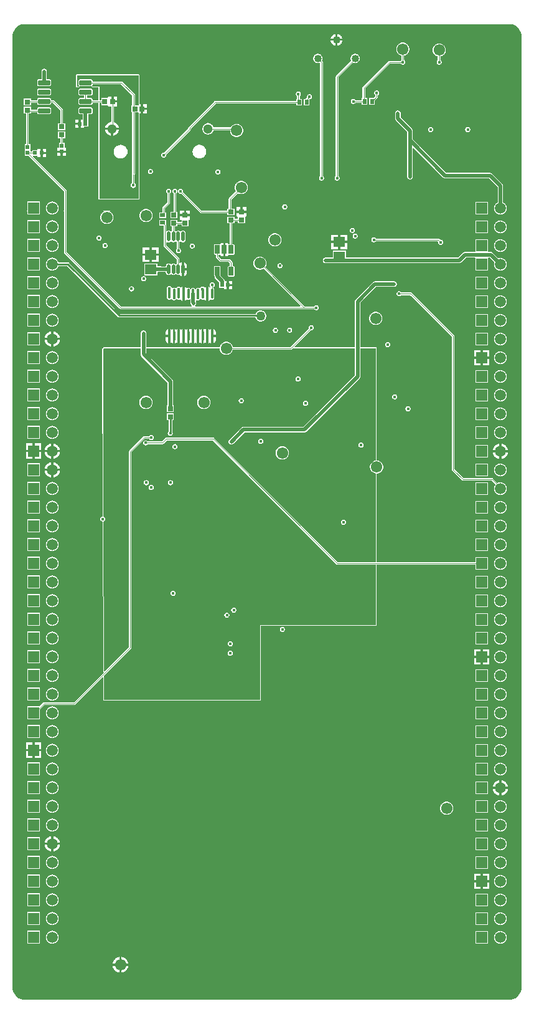
<source format=gbr>
%TF.GenerationSoftware,Altium Limited,Altium Designer,19.1.6 (110)*%
G04 Layer_Physical_Order=4*
G04 Layer_Color=16711680*
%FSLAX26Y26*%
%MOIN*%
%TF.FileFunction,Copper,L4,Bot,Signal*%
%TF.Part,Single*%
G01*
G75*
%TA.AperFunction,SMDPad,CuDef*%
%ADD11R,0.021654X0.021654*%
%ADD16R,0.025591X0.021654*%
%ADD17R,0.025591X0.029528*%
%ADD18R,0.020472X0.020472*%
%ADD19R,0.020472X0.020472*%
%ADD21R,0.029528X0.025591*%
G04:AMPARAMS|DCode=23|XSize=25.591mil|YSize=47.244mil|CornerRadius=1.919mil|HoleSize=0mil|Usage=FLASHONLY|Rotation=0.000|XOffset=0mil|YOffset=0mil|HoleType=Round|Shape=RoundedRectangle|*
%AMROUNDEDRECTD23*
21,1,0.025591,0.043406,0,0,0.0*
21,1,0.021752,0.047244,0,0,0.0*
1,1,0.003839,0.010876,-0.021703*
1,1,0.003839,-0.010876,-0.021703*
1,1,0.003839,-0.010876,0.021703*
1,1,0.003839,0.010876,0.021703*
%
%ADD23ROUNDEDRECTD23*%
%ADD29O,0.013780X0.055118*%
%ADD31O,0.019685X0.053150*%
%ADD32R,0.061024X0.053150*%
%TA.AperFunction,Conductor*%
%ADD36C,0.004724*%
%ADD37C,0.019685*%
%ADD38C,0.009842*%
%TA.AperFunction,ComponentPad*%
%ADD40C,0.061024*%
%ADD41C,0.040000*%
%ADD42C,0.059055*%
%ADD43R,0.059055X0.059055*%
%ADD44C,0.051181*%
%TA.AperFunction,ViaPad*%
%ADD45C,0.015000*%
%ADD46C,0.017716*%
%ADD47C,0.050000*%
%TA.AperFunction,SMDPad,CuDef*%
%ADD48R,0.021654X0.025591*%
%ADD49R,0.027559X0.025591*%
G04:AMPARAMS|DCode=50|XSize=25.591mil|YSize=64.961mil|CornerRadius=1.919mil|HoleSize=0mil|Usage=FLASHONLY|Rotation=270.000|XOffset=0mil|YOffset=0mil|HoleType=Round|Shape=RoundedRectangle|*
%AMROUNDEDRECTD50*
21,1,0.025591,0.061122,0,0,270.0*
21,1,0.021752,0.064961,0,0,270.0*
1,1,0.003839,-0.030561,-0.010876*
1,1,0.003839,-0.030561,0.010876*
1,1,0.003839,0.030561,0.010876*
1,1,0.003839,0.030561,-0.010876*
%
%ADD50ROUNDEDRECTD50*%
G36*
X2695449Y5231141D02*
X2706856Y5226416D01*
X2717123Y5219556D01*
X2725854Y5210825D01*
X2732715Y5200558D01*
X2737440Y5189151D01*
X2739849Y5177040D01*
Y5170866D01*
Y78740D01*
X2739849Y72566D01*
X2737440Y60455D01*
X2732715Y49046D01*
X2725855Y38779D01*
X2717124Y30047D01*
X2706856Y23186D01*
X2695448Y18460D01*
X2683338Y16051D01*
X2677164Y16051D01*
X2022386Y16056D01*
X1471205Y16056D01*
X72565D01*
X60455Y18465D01*
X49047Y23190D01*
X38781Y30050D01*
X30049Y38781D01*
X23189Y49048D01*
X18464Y60456D01*
X16055Y72566D01*
Y78740D01*
Y4235362D01*
X88595D01*
X90763D01*
X93544Y4232581D01*
Y4215704D01*
X162048D01*
Y4235362D01*
X190263D01*
X194046Y4235077D01*
X196102Y4234694D01*
X196738Y4234127D01*
X198104Y4232814D01*
X198526Y4232152D01*
X199711Y4230291D01*
X201532Y4227918D01*
X203553Y4225713D01*
X205758Y4223692D01*
X208131Y4221872D01*
X210653Y4220265D01*
X213306Y4218884D01*
X216070Y4217739D01*
X218922Y4216840D01*
X221842Y4216192D01*
X224808Y4215802D01*
X227796Y4215671D01*
X230784Y4215802D01*
X233749Y4216192D01*
X236669Y4216840D01*
X239522Y4217739D01*
X242285Y4218884D01*
X244938Y4220265D01*
X247460Y4221872D01*
X249833Y4223692D01*
X252038Y4225713D01*
X254059Y4227918D01*
X255880Y4230291D01*
X257065Y4232152D01*
X257487Y4232814D01*
X258853Y4234127D01*
X259489Y4234693D01*
X261546Y4235077D01*
X265334Y4235362D01*
X268421Y4235362D01*
X287649Y4235362D01*
X290431Y4232580D01*
Y4013449D01*
X290567Y4012060D01*
X290973Y4010724D01*
X291631Y4009493D01*
X292516Y4008414D01*
X589350Y3711579D01*
X590429Y3710693D01*
X591660Y3710035D01*
X592996Y3709630D01*
X594385Y3709493D01*
X1630036D01*
X1630815Y3708328D01*
X1631989Y3706989D01*
X1633327Y3705815D01*
X1634808Y3704826D01*
X1636405Y3704038D01*
X1638091Y3703466D01*
X1639837Y3703119D01*
X1641614Y3703002D01*
X1643390Y3703119D01*
X1645137Y3703466D01*
X1646823Y3704038D01*
X1648419Y3704826D01*
X1649900Y3705815D01*
X1651238Y3706989D01*
X1652412Y3708328D01*
X1653402Y3709808D01*
X1654189Y3711405D01*
X1654762Y3713091D01*
X1655109Y3714837D01*
X1655225Y3716614D01*
X1655109Y3718391D01*
X1654762Y3720137D01*
X1654189Y3721823D01*
X1653402Y3723420D01*
X1652412Y3724900D01*
X1651238Y3726239D01*
X1649900Y3727413D01*
X1648419Y3728402D01*
X1646823Y3729189D01*
X1645137Y3729762D01*
X1643390Y3730109D01*
X1641614Y3730226D01*
X1639837Y3730109D01*
X1638091Y3729762D01*
X1636405Y3729189D01*
X1634808Y3728402D01*
X1633327Y3727413D01*
X1631989Y3726239D01*
X1630815Y3724900D01*
X1630036Y3723735D01*
X1581336D01*
X1369440Y3935631D01*
X1370544Y3937365D01*
X1371965Y3940094D01*
X1373143Y3942937D01*
X1374068Y3945872D01*
X1374734Y3948876D01*
X1375136Y3951926D01*
X1375270Y3955000D01*
X1375136Y3958074D01*
X1374734Y3961124D01*
X1374068Y3964128D01*
X1373143Y3967063D01*
X1371965Y3969906D01*
X1370544Y3972635D01*
X1368891Y3975230D01*
X1367018Y3977671D01*
X1364939Y3979939D01*
X1362671Y3982018D01*
X1360230Y3983891D01*
X1357635Y3985544D01*
X1354906Y3986965D01*
X1352063Y3988143D01*
X1349129Y3989068D01*
X1346124Y3989734D01*
X1343074Y3990136D01*
X1340000Y3990270D01*
X1336926Y3990136D01*
X1333876Y3989734D01*
X1330871Y3989068D01*
X1327937Y3988143D01*
X1325094Y3986965D01*
X1322365Y3985544D01*
X1319770Y3983891D01*
X1317329Y3982018D01*
X1315061Y3979939D01*
X1312982Y3977671D01*
X1311109Y3975230D01*
X1309456Y3972635D01*
X1308035Y3969906D01*
X1306857Y3967063D01*
X1305932Y3964128D01*
X1305266Y3961124D01*
X1304864Y3958074D01*
X1304730Y3955000D01*
X1304864Y3951926D01*
X1305266Y3948876D01*
X1305932Y3945872D01*
X1306857Y3942937D01*
X1308035Y3940094D01*
X1309456Y3937365D01*
X1311109Y3934770D01*
X1312982Y3932329D01*
X1315061Y3930061D01*
X1317329Y3927982D01*
X1319770Y3926109D01*
X1322365Y3924456D01*
X1325094Y3923035D01*
X1327937Y3921857D01*
X1330871Y3920932D01*
X1333876Y3920266D01*
X1336926Y3919864D01*
X1340000Y3919730D01*
X1343074Y3919864D01*
X1346124Y3920266D01*
X1349129Y3920932D01*
X1352063Y3921857D01*
X1354906Y3923035D01*
X1357635Y3924456D01*
X1359369Y3925560D01*
X1557557Y3727372D01*
X1556051Y3723735D01*
X993792D01*
X993215Y3724444D01*
X992083Y3728423D01*
X993518Y3729683D01*
X995328Y3731495D01*
X995952Y3732207D01*
X996581Y3732925D01*
X996583Y3732928D01*
X996586Y3732931D01*
X997122Y3733734D01*
X997642Y3734513D01*
X997644Y3734516D01*
X997646Y3734520D01*
X998085Y3735412D01*
X998487Y3736225D01*
X998488Y3736229D01*
X998490Y3736233D01*
X998781Y3737093D01*
X999100Y3738034D01*
X999101Y3738038D01*
X999102Y3738041D01*
X999266Y3738865D01*
X999473Y3739907D01*
X999473Y3739911D01*
X999474Y3739914D01*
X999533Y3740827D01*
X999598Y3741812D01*
X999597Y3741816D01*
X999598Y3741820D01*
X999538Y3742728D01*
X999473Y3743717D01*
X999472Y3743722D01*
X999472Y3743725D01*
X999299Y3744593D01*
X999100Y3745590D01*
X999099Y3745594D01*
X999098Y3745598D01*
X998812Y3746441D01*
X998487Y3747398D01*
X998485Y3747402D01*
X998484Y3747406D01*
X998060Y3748263D01*
X997642Y3749111D01*
X997640Y3749114D01*
X997638Y3749118D01*
X997052Y3749994D01*
Y3756299D01*
X997569Y3756863D01*
X1000989Y3758349D01*
X1001194Y3758212D01*
X1002791Y3757424D01*
X1004477Y3756852D01*
X1006223Y3756505D01*
X1008000Y3756388D01*
X1009777Y3756505D01*
X1011523Y3756852D01*
X1013209Y3757424D01*
X1014806Y3758212D01*
X1016286Y3759201D01*
X1017625Y3760375D01*
X1018799Y3761714D01*
X1019586Y3762892D01*
X1021718Y3763390D01*
X1024117Y3763213D01*
X1024912Y3762283D01*
X1026302Y3761096D01*
X1027861Y3760140D01*
X1029550Y3759441D01*
X1031327Y3759014D01*
X1033150Y3758871D01*
X1034972Y3759014D01*
X1036750Y3759441D01*
X1038439Y3760140D01*
X1038568Y3760220D01*
X1041337Y3760435D01*
X1043841Y3759201D01*
X1044096Y3758843D01*
X1045495Y3757276D01*
X1047062Y3755877D01*
X1048774Y3754661D01*
X1050613Y3753645D01*
X1052553Y3752841D01*
X1052834Y3752761D01*
Y3791190D01*
Y3829619D01*
X1052553Y3829538D01*
X1050613Y3828735D01*
X1048774Y3827718D01*
X1047062Y3826503D01*
X1046848Y3826312D01*
X1045556Y3825985D01*
X1042817Y3826156D01*
X1041624Y3826625D01*
X1040286Y3827799D01*
X1038805Y3828788D01*
X1037209Y3829575D01*
X1035523Y3830148D01*
X1033776Y3830495D01*
X1032000Y3830612D01*
X1030223Y3830495D01*
X1028477Y3830148D01*
X1026791Y3829575D01*
X1025194Y3828788D01*
X1023713Y3827799D01*
X1022375Y3826625D01*
X1021201Y3825286D01*
X1020212Y3823806D01*
X1019424Y3822209D01*
X1019352Y3821997D01*
X1017828Y3821182D01*
X1015949Y3820771D01*
X1014904Y3820860D01*
X1014407Y3821284D01*
X1012849Y3822239D01*
X1011160Y3822939D01*
X1009382Y3823366D01*
X1007560Y3823509D01*
X1005737Y3823366D01*
X1003960Y3822939D01*
X1002271Y3822239D01*
X1000712Y3821284D01*
X999322Y3820097D01*
X998135Y3818707D01*
X997179Y3817148D01*
X996866Y3816392D01*
X995073Y3815954D01*
X994454D01*
X992661Y3816392D01*
X992348Y3817148D01*
X991393Y3818707D01*
X990205Y3820097D01*
X988815Y3821284D01*
X987257Y3822239D01*
X985568Y3822939D01*
X983790Y3823366D01*
X981968Y3823509D01*
X980145Y3823366D01*
X978368Y3822939D01*
X976679Y3822239D01*
X975120Y3821284D01*
X973730Y3820097D01*
X972543Y3818707D01*
X971587Y3817148D01*
X971275Y3816393D01*
X969499Y3815959D01*
X968846D01*
X967070Y3816393D01*
X966758Y3817148D01*
X965803Y3818707D01*
X964615Y3820097D01*
X963225Y3821284D01*
X961667Y3822239D01*
X959978Y3822939D01*
X958200Y3823366D01*
X956378Y3823509D01*
X954555Y3823366D01*
X952778Y3822939D01*
X951089Y3822239D01*
X950960Y3822160D01*
X948190Y3821945D01*
X945686Y3823179D01*
X945432Y3823537D01*
X944032Y3825104D01*
X942466Y3826503D01*
X940753Y3827718D01*
X938914Y3828735D01*
X936974Y3829538D01*
X936693Y3829619D01*
Y3791190D01*
Y3752761D01*
X936974Y3752841D01*
X938914Y3753645D01*
X940753Y3754661D01*
X942466Y3755877D01*
X944032Y3757276D01*
X945432Y3758843D01*
X945686Y3759201D01*
X948190Y3760435D01*
X950960Y3760220D01*
X951089Y3760140D01*
X952778Y3759441D01*
X954555Y3759014D01*
X956378Y3758871D01*
X958200Y3759014D01*
X959978Y3759441D01*
X961667Y3760140D01*
X963225Y3761096D01*
X963918Y3761688D01*
X966429Y3761013D01*
X967855Y3760014D01*
Y3744358D01*
X967980Y3742452D01*
X968353Y3740580D01*
X968601Y3739849D01*
X968717Y3738086D01*
X969091Y3736214D01*
X969706Y3734406D01*
X970551Y3732694D01*
X971613Y3731107D01*
X972873Y3729672D01*
X974309Y3728414D01*
X973146Y3724456D01*
X972551Y3723735D01*
X597335D01*
X304673Y4016399D01*
Y4235362D01*
X498752D01*
X500555D01*
X503371Y4233408D01*
X503924Y4231966D01*
X504057Y4231425D01*
X502365Y4230544D01*
X499770Y4228891D01*
X497329Y4227018D01*
X495060Y4224940D01*
X492982Y4222671D01*
X491109Y4220230D01*
X489455Y4217635D01*
X488035Y4214906D01*
X486857Y4212063D01*
X485932Y4209128D01*
X485266Y4206124D01*
X484864Y4203074D01*
X484730Y4200000D01*
X484864Y4196926D01*
X485266Y4193876D01*
X485932Y4190872D01*
X486857Y4187937D01*
X488035Y4185094D01*
X489455Y4182365D01*
X491109Y4179770D01*
X492982Y4177329D01*
X495060Y4175060D01*
X497329Y4172982D01*
X499770Y4171109D01*
X502365Y4169456D01*
X505094Y4168035D01*
X507937Y4166857D01*
X510872Y4165932D01*
X513875Y4165266D01*
X516926Y4164864D01*
X520000Y4164730D01*
X523074Y4164864D01*
X526125Y4165266D01*
X529129Y4165932D01*
X532063Y4166857D01*
X534906Y4168035D01*
X537635Y4169456D01*
X540230Y4171109D01*
X542671Y4172982D01*
X544939Y4175060D01*
X547018Y4177329D01*
X548891Y4179770D01*
X550544Y4182365D01*
X551965Y4185094D01*
X553143Y4187937D01*
X554068Y4190872D01*
X554734Y4193876D01*
X555136Y4196926D01*
X555270Y4200000D01*
X555136Y4203074D01*
X554734Y4206124D01*
X554068Y4209128D01*
X553143Y4212063D01*
X551965Y4214906D01*
X550544Y4217635D01*
X548891Y4220230D01*
X547018Y4222671D01*
X544939Y4224940D01*
X542671Y4227018D01*
X540230Y4228891D01*
X537635Y4230544D01*
X535943Y4231425D01*
X536098Y4232058D01*
X537624Y4235362D01*
X544524Y4235362D01*
X607787D01*
X544780Y4235363D01*
X537624Y4235363D01*
X536906Y4235363D01*
X532854Y4235363D01*
X503318Y4235363D01*
X502940D01*
X500554Y4235363D01*
X304673Y4235364D01*
X304673Y4239299D01*
Y4341700D01*
X304536Y4343089D01*
X304130Y4344425D01*
X303472Y4345656D01*
X302587Y4346735D01*
X124510Y4524811D01*
X126017Y4528449D01*
X148079D01*
Y4521362D01*
X164812D01*
Y4544001D01*
Y4566638D01*
X148079D01*
Y4559551D01*
X119732D01*
Y4551121D01*
X112744D01*
X109960Y4553905D01*
X109960Y4559212D01*
X109960Y4563150D01*
Y4590708D01*
X102121D01*
Y4755826D01*
X114488D01*
Y4762879D01*
X146543D01*
Y4759124D01*
X146671Y4757822D01*
X147051Y4756569D01*
X147668Y4755415D01*
X148498Y4754403D01*
X149510Y4753573D01*
X150664Y4752956D01*
X151916Y4752576D01*
X153219Y4752448D01*
X214341D01*
X215643Y4752576D01*
X216895Y4752956D01*
X218049Y4753573D01*
X219061Y4754403D01*
X219891Y4755415D01*
X220508Y4756569D01*
X220888Y4757822D01*
X221016Y4759124D01*
Y4780876D01*
X220888Y4782178D01*
X220508Y4783431D01*
X219891Y4784585D01*
X219061Y4785596D01*
X218049Y4786427D01*
X216895Y4787043D01*
X215643Y4787423D01*
X214341Y4787552D01*
X153219D01*
X151916Y4787423D01*
X150664Y4787043D01*
X149510Y4786427D01*
X148498Y4785596D01*
X147668Y4784585D01*
X147051Y4783431D01*
X146671Y4782178D01*
X146543Y4780876D01*
Y4777121D01*
X114488D01*
Y4790866D01*
X75511D01*
Y4755826D01*
X87879D01*
Y4590708D01*
X80039D01*
Y4563150D01*
X80039Y4560787D01*
X80039Y4556850D01*
Y4529291D01*
X99890D01*
X290431Y4338750D01*
Y4238148D01*
X287647Y4235364D01*
X265363Y4235364D01*
X262250Y4236466D01*
X260826Y4238367D01*
X260350Y4239301D01*
X260912Y4241082D01*
X261559Y4244002D01*
X261950Y4246968D01*
X262080Y4249956D01*
X261950Y4252944D01*
X261559Y4255909D01*
X260912Y4258829D01*
X260012Y4261682D01*
X258868Y4264445D01*
X257487Y4267098D01*
X255880Y4269621D01*
X254059Y4271994D01*
X252038Y4274199D01*
X249833Y4276219D01*
X247460Y4278040D01*
X244938Y4279647D01*
X242285Y4281028D01*
X239522Y4282173D01*
X236669Y4283072D01*
X233749Y4283720D01*
X230784Y4284110D01*
X227796Y4284240D01*
X224808Y4284110D01*
X221842Y4283720D01*
X218922Y4283072D01*
X216070Y4282173D01*
X213306Y4281028D01*
X210653Y4279647D01*
X208131Y4278040D01*
X205758Y4276219D01*
X203553Y4274199D01*
X201532Y4271994D01*
X199711Y4269621D01*
X198104Y4267098D01*
X196723Y4264445D01*
X195579Y4261682D01*
X194679Y4258829D01*
X194032Y4255909D01*
X193642Y4252944D01*
X193511Y4249956D01*
X193642Y4246968D01*
X194032Y4244002D01*
X194679Y4241082D01*
X195241Y4239302D01*
X194765Y4238368D01*
X193343Y4236466D01*
X190229Y4235365D01*
X162048Y4235365D01*
Y4284208D01*
X93544D01*
Y4238149D01*
X90760Y4235365D01*
X16055Y4235366D01*
X16055Y4239299D01*
Y5170866D01*
Y5177040D01*
X18464Y5189150D01*
X23189Y5200558D01*
X30049Y5210824D01*
X38780Y5219556D01*
X49047Y5226416D01*
X60455Y5231141D01*
X72566Y5233550D01*
X2683338D01*
X2695449Y5231141D01*
D02*
G37*
%LPC*%
G36*
X1755905Y5181283D02*
Y5155905D01*
X1781283D01*
X1781237Y5156213D01*
X1780478Y5159245D01*
X1779425Y5162188D01*
X1778088Y5165014D01*
X1776481Y5167694D01*
X1774620Y5170205D01*
X1772521Y5172521D01*
X1770205Y5174620D01*
X1767694Y5176482D01*
X1765013Y5178089D01*
X1762188Y5179425D01*
X1759245Y5180478D01*
X1756213Y5181237D01*
X1755905Y5181283D01*
D02*
G37*
G36*
X1744094D02*
X1743786Y5181237D01*
X1740754Y5180478D01*
X1737811Y5179425D01*
X1734986Y5178089D01*
X1732305Y5176482D01*
X1729795Y5174620D01*
X1727479Y5172521D01*
X1725380Y5170205D01*
X1723518Y5167694D01*
X1721911Y5165014D01*
X1720575Y5162188D01*
X1719522Y5159245D01*
X1718762Y5156213D01*
X1718716Y5155905D01*
X1744094D01*
Y5181283D01*
D02*
G37*
G36*
X1781283Y5144094D02*
X1755905D01*
Y5118717D01*
X1756213Y5118762D01*
X1759245Y5119522D01*
X1762188Y5120575D01*
X1765013Y5121911D01*
X1767694Y5123518D01*
X1770205Y5125380D01*
X1772521Y5127479D01*
X1774620Y5129795D01*
X1776481Y5132305D01*
X1778088Y5134986D01*
X1779425Y5137812D01*
X1780478Y5140755D01*
X1781237Y5143786D01*
X1781283Y5144094D01*
D02*
G37*
G36*
X1744094D02*
X1718716D01*
X1718762Y5143786D01*
X1719522Y5140755D01*
X1720575Y5137812D01*
X1721911Y5134986D01*
X1723518Y5132305D01*
X1725380Y5129795D01*
X1727479Y5127479D01*
X1729795Y5125380D01*
X1732305Y5123518D01*
X1734986Y5121911D01*
X1737811Y5120575D01*
X1740754Y5119522D01*
X1743786Y5118762D01*
X1744094Y5118717D01*
Y5144094D01*
D02*
G37*
G36*
X1850000Y5074763D02*
X1847227Y5074608D01*
X1844489Y5074142D01*
X1841821Y5073374D01*
X1839255Y5072311D01*
X1836825Y5070968D01*
X1834560Y5069361D01*
X1832489Y5067510D01*
X1830639Y5065440D01*
X1829032Y5063175D01*
X1827688Y5060744D01*
X1826626Y5058179D01*
X1825857Y5055510D01*
X1825392Y5052773D01*
X1825236Y5050000D01*
X1825392Y5047227D01*
X1825857Y5044489D01*
X1826626Y5041821D01*
X1827688Y5039256D01*
X1828221Y5038292D01*
X1748272Y4958343D01*
X1747387Y4957264D01*
X1746729Y4956033D01*
X1746323Y4954697D01*
X1746187Y4953308D01*
Y4421578D01*
X1745021Y4420799D01*
X1743683Y4419625D01*
X1742509Y4418286D01*
X1741520Y4416806D01*
X1740732Y4415209D01*
X1740160Y4413523D01*
X1739812Y4411777D01*
X1739696Y4410000D01*
X1739812Y4408223D01*
X1740160Y4406477D01*
X1740732Y4404791D01*
X1741520Y4403194D01*
X1742509Y4401714D01*
X1743683Y4400375D01*
X1745021Y4399201D01*
X1746502Y4398212D01*
X1748099Y4397424D01*
X1749785Y4396852D01*
X1751531Y4396505D01*
X1753308Y4396388D01*
X1755084Y4396505D01*
X1756831Y4396852D01*
X1758517Y4397424D01*
X1760113Y4398212D01*
X1761594Y4399201D01*
X1762932Y4400375D01*
X1764107Y4401714D01*
X1765096Y4403194D01*
X1765883Y4404791D01*
X1766456Y4406477D01*
X1766803Y4408223D01*
X1766919Y4410000D01*
X1766803Y4411777D01*
X1766456Y4413523D01*
X1765883Y4415209D01*
X1765096Y4416806D01*
X1764107Y4418286D01*
X1762932Y4419625D01*
X1761594Y4420799D01*
X1760428Y4421578D01*
Y4950358D01*
X1838292Y5028221D01*
X1839255Y5027689D01*
X1841821Y5026626D01*
X1844489Y5025857D01*
X1847227Y5025392D01*
X1850000Y5025236D01*
X1852772Y5025392D01*
X1855510Y5025857D01*
X1858178Y5026626D01*
X1860744Y5027689D01*
X1863175Y5029032D01*
X1865439Y5030639D01*
X1867510Y5032489D01*
X1869360Y5034560D01*
X1870967Y5036825D01*
X1872311Y5039256D01*
X1873373Y5041821D01*
X1874142Y5044489D01*
X1874607Y5047227D01*
X1874763Y5050000D01*
X1874607Y5052773D01*
X1874142Y5055510D01*
X1873373Y5058179D01*
X1872311Y5060744D01*
X1870967Y5063175D01*
X1869360Y5065440D01*
X1867510Y5067510D01*
X1865439Y5069361D01*
X1863175Y5070968D01*
X1860744Y5072311D01*
X1858178Y5073374D01*
X1855510Y5074142D01*
X1852772Y5074608D01*
X1850000Y5074763D01*
D02*
G37*
G36*
X2300000Y5130270D02*
X2296926Y5130136D01*
X2293876Y5129734D01*
X2290872Y5129068D01*
X2287937Y5128143D01*
X2285094Y5126965D01*
X2282365Y5125544D01*
X2279770Y5123891D01*
X2277329Y5122018D01*
X2275061Y5119940D01*
X2272982Y5117671D01*
X2271109Y5115230D01*
X2269456Y5112635D01*
X2268035Y5109906D01*
X2266857Y5107063D01*
X2265932Y5104128D01*
X2265266Y5101124D01*
X2264864Y5098074D01*
X2264730Y5095000D01*
X2264864Y5091926D01*
X2265266Y5088876D01*
X2265932Y5085872D01*
X2266857Y5082937D01*
X2268035Y5080094D01*
X2269456Y5077365D01*
X2271109Y5074770D01*
X2272982Y5072329D01*
X2275061Y5070060D01*
X2277329Y5067982D01*
X2279770Y5066109D01*
X2282365Y5064456D01*
X2285094Y5063035D01*
X2287937Y5061857D01*
X2290872Y5060932D01*
X2292879Y5060487D01*
Y5041578D01*
X2291713Y5040799D01*
X2290375Y5039625D01*
X2289201Y5038286D01*
X2288211Y5036806D01*
X2287424Y5035209D01*
X2286852Y5033523D01*
X2286504Y5031777D01*
X2286388Y5030000D01*
X2286504Y5028223D01*
X2286852Y5026477D01*
X2287424Y5024791D01*
X2288211Y5023194D01*
X2289201Y5021714D01*
X2290375Y5020375D01*
X2291713Y5019201D01*
X2293194Y5018212D01*
X2294791Y5017424D01*
X2296477Y5016852D01*
X2298223Y5016505D01*
X2300000Y5016388D01*
X2301776Y5016505D01*
X2303523Y5016852D01*
X2305209Y5017424D01*
X2306805Y5018212D01*
X2308286Y5019201D01*
X2309624Y5020375D01*
X2310798Y5021714D01*
X2311788Y5023194D01*
X2312575Y5024791D01*
X2313148Y5026477D01*
X2313495Y5028223D01*
X2313611Y5030000D01*
X2313495Y5031777D01*
X2313148Y5033523D01*
X2312575Y5035209D01*
X2311788Y5036806D01*
X2310798Y5038286D01*
X2309624Y5039625D01*
X2308286Y5040799D01*
X2307121Y5041577D01*
Y5060487D01*
X2309128Y5060932D01*
X2312063Y5061857D01*
X2314906Y5063035D01*
X2317635Y5064456D01*
X2320230Y5066109D01*
X2322671Y5067982D01*
X2324939Y5070060D01*
X2327018Y5072329D01*
X2328891Y5074770D01*
X2330544Y5077365D01*
X2331965Y5080094D01*
X2333143Y5082937D01*
X2334068Y5085872D01*
X2334734Y5088876D01*
X2335136Y5091926D01*
X2335270Y5095000D01*
X2335136Y5098074D01*
X2334734Y5101124D01*
X2334068Y5104128D01*
X2333143Y5107063D01*
X2331965Y5109906D01*
X2330544Y5112635D01*
X2328891Y5115230D01*
X2327018Y5117671D01*
X2324939Y5119940D01*
X2322671Y5122018D01*
X2320230Y5123891D01*
X2317635Y5125544D01*
X2314906Y5126965D01*
X2312063Y5128143D01*
X2309128Y5129068D01*
X2306124Y5129734D01*
X2303074Y5130136D01*
X2300000Y5130270D01*
D02*
G37*
G36*
X2105000Y5135270D02*
X2101926Y5135136D01*
X2098876Y5134734D01*
X2095872Y5134068D01*
X2092937Y5133143D01*
X2090094Y5131965D01*
X2087365Y5130544D01*
X2084770Y5128891D01*
X2082329Y5127018D01*
X2080061Y5124940D01*
X2077982Y5122671D01*
X2076109Y5120230D01*
X2074456Y5117635D01*
X2073035Y5114906D01*
X2071857Y5112063D01*
X2070932Y5109128D01*
X2070266Y5106124D01*
X2069864Y5103074D01*
X2069730Y5100000D01*
X2069864Y5096926D01*
X2070266Y5093876D01*
X2070932Y5090872D01*
X2071857Y5087937D01*
X2073035Y5085094D01*
X2074456Y5082365D01*
X2076109Y5079770D01*
X2077982Y5077329D01*
X2080061Y5075060D01*
X2082329Y5072982D01*
X2084770Y5071109D01*
X2087365Y5069456D01*
X2090094Y5068035D01*
X2092937Y5066857D01*
X2095872Y5065932D01*
X2097879Y5065487D01*
Y5041578D01*
X2096713Y5040799D01*
X2095375Y5039625D01*
X2094201Y5038286D01*
X2093422Y5037121D01*
X2033000D01*
X2031610Y5036984D01*
X2030274Y5036579D01*
X2029043Y5035921D01*
X2027964Y5035035D01*
X1891500Y4898571D01*
X1890615Y4897492D01*
X1889957Y4896261D01*
X1889552Y4894925D01*
X1889415Y4893536D01*
Y4837520D01*
X1884764D01*
Y4825193D01*
X1852581D01*
X1852575Y4825209D01*
X1851788Y4826806D01*
X1850799Y4828286D01*
X1849624Y4829625D01*
X1848286Y4830799D01*
X1846805Y4831788D01*
X1845209Y4832575D01*
X1843523Y4833148D01*
X1841776Y4833495D01*
X1840000Y4833612D01*
X1838223Y4833495D01*
X1836477Y4833148D01*
X1834791Y4832575D01*
X1833194Y4831788D01*
X1831713Y4830799D01*
X1830375Y4829625D01*
X1829201Y4828286D01*
X1828211Y4826806D01*
X1827424Y4825209D01*
X1826852Y4823523D01*
X1826504Y4821777D01*
X1826388Y4820000D01*
X1826504Y4818223D01*
X1826852Y4816477D01*
X1827424Y4814791D01*
X1828211Y4813194D01*
X1829201Y4811714D01*
X1830375Y4810375D01*
X1831713Y4809201D01*
X1833194Y4808212D01*
X1834791Y4807424D01*
X1836477Y4806852D01*
X1838223Y4806505D01*
X1840000Y4806388D01*
X1841776Y4806505D01*
X1843523Y4806852D01*
X1845209Y4807424D01*
X1846805Y4808212D01*
X1848286Y4809201D01*
X1849624Y4810375D01*
X1850130Y4810951D01*
X1884764D01*
Y4802480D01*
X1915866D01*
Y4837520D01*
X1903657D01*
Y4890586D01*
X2035949Y5022879D01*
X2093422D01*
X2094201Y5021714D01*
X2095375Y5020375D01*
X2096713Y5019201D01*
X2098194Y5018212D01*
X2099791Y5017424D01*
X2101477Y5016852D01*
X2103223Y5016505D01*
X2105000Y5016388D01*
X2106776Y5016505D01*
X2108523Y5016852D01*
X2110209Y5017424D01*
X2111805Y5018212D01*
X2113286Y5019201D01*
X2114624Y5020375D01*
X2115798Y5021714D01*
X2116788Y5023194D01*
X2117575Y5024791D01*
X2118148Y5026477D01*
X2118495Y5028223D01*
X2118611Y5030000D01*
X2118495Y5031777D01*
X2118148Y5033523D01*
X2117575Y5035209D01*
X2116788Y5036806D01*
X2115798Y5038286D01*
X2114624Y5039625D01*
X2113286Y5040799D01*
X2112121Y5041577D01*
Y5065487D01*
X2114128Y5065932D01*
X2117063Y5066857D01*
X2119906Y5068035D01*
X2122635Y5069456D01*
X2125230Y5071109D01*
X2127671Y5072982D01*
X2129939Y5075060D01*
X2132018Y5077329D01*
X2133891Y5079770D01*
X2135544Y5082365D01*
X2136965Y5085094D01*
X2138143Y5087937D01*
X2139068Y5090872D01*
X2139734Y5093876D01*
X2140136Y5096926D01*
X2140270Y5100000D01*
X2140136Y5103074D01*
X2139734Y5106124D01*
X2139068Y5109128D01*
X2138143Y5112063D01*
X2136965Y5114906D01*
X2135544Y5117635D01*
X2133891Y5120230D01*
X2132018Y5122671D01*
X2129939Y5124940D01*
X2127671Y5127018D01*
X2125230Y5128891D01*
X2122635Y5130544D01*
X2119906Y5131965D01*
X2117063Y5133143D01*
X2114128Y5134068D01*
X2111124Y5134734D01*
X2108074Y5135136D01*
X2105000Y5135270D01*
D02*
G37*
G36*
X185000Y4994598D02*
X183095Y4994473D01*
X181222Y4994101D01*
X179413Y4993487D01*
X177701Y4992642D01*
X176113Y4991582D01*
X174678Y4990323D01*
X173418Y4988887D01*
X172358Y4987299D01*
X171513Y4985587D01*
X170899Y4983778D01*
X170527Y4981905D01*
X170402Y4980000D01*
Y4937552D01*
X153219D01*
X151916Y4937423D01*
X150664Y4937043D01*
X149510Y4936427D01*
X148498Y4935596D01*
X147668Y4934585D01*
X147051Y4933431D01*
X146671Y4932178D01*
X146543Y4930876D01*
Y4909124D01*
X146671Y4907822D01*
X147051Y4906569D01*
X147668Y4905415D01*
X148498Y4904403D01*
X149510Y4903573D01*
X150664Y4902956D01*
X151916Y4902576D01*
X153219Y4902448D01*
X214341D01*
X215643Y4902576D01*
X216895Y4902956D01*
X218049Y4903573D01*
X219061Y4904403D01*
X219891Y4905415D01*
X220508Y4906569D01*
X220888Y4907822D01*
X221016Y4909124D01*
Y4930876D01*
X220888Y4932178D01*
X220508Y4933431D01*
X219891Y4934585D01*
X219061Y4935596D01*
X218049Y4936427D01*
X216895Y4937043D01*
X215643Y4937423D01*
X214341Y4937552D01*
X199598D01*
Y4980000D01*
X199473Y4981905D01*
X199101Y4983778D01*
X198487Y4985587D01*
X197642Y4987299D01*
X196582Y4988887D01*
X195322Y4990323D01*
X193887Y4991582D01*
X192299Y4992642D01*
X190587Y4993487D01*
X188778Y4994101D01*
X186905Y4994473D01*
X185000Y4994598D01*
D02*
G37*
G36*
X214341Y4887552D02*
X153219D01*
X151916Y4887423D01*
X150664Y4887043D01*
X149510Y4886427D01*
X148498Y4885596D01*
X147668Y4884585D01*
X147051Y4883431D01*
X146671Y4882178D01*
X146543Y4880876D01*
Y4859124D01*
X146671Y4857822D01*
X147051Y4856569D01*
X147668Y4855415D01*
X148498Y4854403D01*
X149510Y4853573D01*
X150664Y4852956D01*
X151916Y4852576D01*
X153219Y4852448D01*
X214341D01*
X215643Y4852576D01*
X216895Y4852956D01*
X218049Y4853573D01*
X219061Y4854403D01*
X219891Y4855415D01*
X220508Y4856569D01*
X220888Y4857822D01*
X221016Y4859124D01*
Y4880876D01*
X220888Y4882178D01*
X220508Y4883431D01*
X219891Y4884585D01*
X219061Y4885596D01*
X218049Y4886427D01*
X216895Y4887043D01*
X215643Y4887423D01*
X214341Y4887552D01*
D02*
G37*
G36*
X360000Y4964747D02*
X359074Y4964656D01*
X358183Y4964386D01*
X357362Y4963947D01*
X356643Y4963357D01*
X356053Y4962637D01*
X355614Y4961817D01*
X355344Y4960926D01*
X355253Y4960000D01*
X355253Y4900000D01*
X355344Y4899074D01*
X355614Y4898183D01*
X356053Y4897363D01*
X356643Y4896643D01*
X357363Y4896053D01*
X358183Y4895614D01*
X359074Y4895344D01*
X360000Y4895253D01*
X368355D01*
X368506Y4895267D01*
X368656Y4895262D01*
X368967Y4895313D01*
X369281Y4895344D01*
X369426Y4895388D01*
X369575Y4895412D01*
X369870Y4895523D01*
X370172Y4895614D01*
X370305Y4895685D01*
X370447Y4895738D01*
X370714Y4895904D01*
X370993Y4896053D01*
X371110Y4896149D01*
X371238Y4896228D01*
X371469Y4896444D01*
X371712Y4896643D01*
X371808Y4896760D01*
X371918Y4896863D01*
X372103Y4897119D01*
X372302Y4897363D01*
X372373Y4897496D01*
X372462Y4897618D01*
X373772Y4899877D01*
X373830Y4900006D01*
X373906Y4900125D01*
X374023Y4900428D01*
X374158Y4900724D01*
X374190Y4900861D01*
X374241Y4900993D01*
X374670Y4902546D01*
X375659Y4902448D01*
X436781D01*
X437769Y4902546D01*
X438199Y4900993D01*
X438249Y4900861D01*
X438281Y4900724D01*
X438416Y4900428D01*
X438533Y4900125D01*
X438609Y4900006D01*
X438667Y4899877D01*
X439977Y4897618D01*
X440066Y4897496D01*
X440137Y4897363D01*
X440336Y4897119D01*
X440521Y4896863D01*
X440632Y4896760D01*
X440727Y4896643D01*
X440970Y4896444D01*
X441201Y4896228D01*
X441330Y4896149D01*
X441447Y4896053D01*
X441725Y4895904D01*
X441993Y4895738D01*
X442134Y4895685D01*
X442267Y4895614D01*
X442569Y4895523D01*
X442864Y4895412D01*
X443013Y4895388D01*
X443158Y4895344D01*
X443472Y4895313D01*
X443783Y4895262D01*
X443933Y4895267D01*
X444084Y4895253D01*
X475253D01*
Y4827225D01*
X475158Y4827121D01*
X443456D01*
Y4830876D01*
X443328Y4832178D01*
X442948Y4833431D01*
X442331Y4834585D01*
X441501Y4835596D01*
X440490Y4836427D01*
X439335Y4837043D01*
X438083Y4837423D01*
X436781Y4837552D01*
X413341D01*
Y4852448D01*
X436781D01*
X438083Y4852576D01*
X439335Y4852956D01*
X440490Y4853573D01*
X441501Y4854403D01*
X442331Y4855415D01*
X442948Y4856569D01*
X443328Y4857822D01*
X443456Y4859124D01*
Y4880876D01*
X443328Y4882178D01*
X442948Y4883431D01*
X442331Y4884585D01*
X441501Y4885596D01*
X440490Y4886427D01*
X439335Y4887043D01*
X438083Y4887423D01*
X436781Y4887552D01*
X375659D01*
X374356Y4887423D01*
X373104Y4887043D01*
X371950Y4886427D01*
X370938Y4885596D01*
X370108Y4884585D01*
X369491Y4883431D01*
X369111Y4882178D01*
X368983Y4880876D01*
Y4859124D01*
X369111Y4857822D01*
X369491Y4856569D01*
X370108Y4855415D01*
X370938Y4854403D01*
X371950Y4853573D01*
X373104Y4852956D01*
X374356Y4852576D01*
X375659Y4852448D01*
X399099D01*
Y4837552D01*
X375659D01*
X374356Y4837423D01*
X373104Y4837043D01*
X371950Y4836427D01*
X370938Y4835596D01*
X370108Y4834585D01*
X369491Y4833431D01*
X369111Y4832178D01*
X368983Y4830876D01*
Y4809124D01*
X369111Y4807822D01*
X369491Y4806569D01*
X370108Y4805415D01*
X370938Y4804403D01*
X371950Y4803573D01*
X373104Y4802956D01*
X374356Y4802576D01*
X375659Y4802448D01*
X436781D01*
X438083Y4802576D01*
X439335Y4802956D01*
X440490Y4803573D01*
X441501Y4804403D01*
X442331Y4805415D01*
X442948Y4806569D01*
X443328Y4807822D01*
X443456Y4809124D01*
Y4812879D01*
X475158D01*
X475253Y4812774D01*
Y4300000D01*
X475344Y4299074D01*
X475614Y4298183D01*
X476053Y4297363D01*
X476643Y4296643D01*
X477363Y4296053D01*
X478183Y4295614D01*
X479074Y4295344D01*
X480000Y4295253D01*
X690000Y4295252D01*
X690926Y4295343D01*
X691817Y4295614D01*
X692637Y4296052D01*
X693357Y4296643D01*
X693947Y4297362D01*
X694386Y4298183D01*
X694656Y4299073D01*
X694747Y4300000D01*
X694747Y4755394D01*
X702796D01*
Y4780002D01*
Y4804606D01*
X694747D01*
X694747Y4960000D01*
X694656Y4960926D01*
X694386Y4961817D01*
X693947Y4962637D01*
X693357Y4963357D01*
X692638Y4963947D01*
X691817Y4964386D01*
X690926Y4964656D01*
X690000Y4964747D01*
X360000Y4964747D01*
D02*
G37*
G36*
X214341Y4837552D02*
X153219D01*
X151916Y4837423D01*
X150664Y4837043D01*
X149510Y4836427D01*
X148498Y4835596D01*
X147668Y4834585D01*
X147051Y4833431D01*
X146671Y4832178D01*
X146543Y4830876D01*
Y4827121D01*
X114488D01*
Y4834174D01*
X75511D01*
Y4799134D01*
X114488D01*
Y4812879D01*
X146543D01*
Y4809124D01*
X146671Y4807822D01*
X147051Y4806569D01*
X147668Y4805415D01*
X148498Y4804403D01*
X149510Y4803573D01*
X150664Y4802956D01*
X151916Y4802576D01*
X153219Y4802448D01*
X214341D01*
X215643Y4802576D01*
X216895Y4802956D01*
X218049Y4803573D01*
X219061Y4804403D01*
X219891Y4805415D01*
X220508Y4806569D01*
X220888Y4807822D01*
X221016Y4809124D01*
Y4812879D01*
X230436D01*
X270879Y4772436D01*
Y4702173D01*
X258512D01*
Y4667134D01*
X297488D01*
Y4702173D01*
X285121D01*
Y4775386D01*
X284984Y4776775D01*
X284579Y4778111D01*
X283921Y4779342D01*
X283035Y4780421D01*
X238421Y4825035D01*
X237342Y4825921D01*
X236111Y4826579D01*
X234775Y4826984D01*
X233386Y4827121D01*
X221016D01*
Y4830876D01*
X220888Y4832178D01*
X220508Y4833431D01*
X219891Y4834585D01*
X219061Y4835596D01*
X218049Y4836427D01*
X216895Y4837043D01*
X215643Y4837423D01*
X214341Y4837552D01*
D02*
G37*
G36*
X1965000Y4878612D02*
X1963223Y4878495D01*
X1961477Y4878148D01*
X1959791Y4877575D01*
X1958194Y4876788D01*
X1956713Y4875799D01*
X1955375Y4874625D01*
X1954201Y4873286D01*
X1953211Y4871806D01*
X1952424Y4870209D01*
X1951852Y4868523D01*
X1951504Y4866777D01*
X1951388Y4865000D01*
X1951504Y4863223D01*
X1951852Y4861477D01*
X1952424Y4859791D01*
X1953211Y4858194D01*
X1954201Y4856714D01*
X1955375Y4855375D01*
X1956713Y4854201D01*
X1957879Y4853422D01*
Y4847286D01*
X1948112Y4837520D01*
X1924134D01*
Y4802480D01*
X1955236D01*
Y4824503D01*
X1970035Y4839302D01*
X1970920Y4840381D01*
X1971579Y4841612D01*
X1971984Y4842948D01*
X1972120Y4844337D01*
Y4853422D01*
X1973286Y4854201D01*
X1974624Y4855375D01*
X1975799Y4856714D01*
X1976788Y4858194D01*
X1977575Y4859791D01*
X1978148Y4861477D01*
X1978495Y4863223D01*
X1978611Y4865000D01*
X1978495Y4866777D01*
X1978148Y4868523D01*
X1977575Y4870209D01*
X1976788Y4871806D01*
X1975799Y4873286D01*
X1974624Y4874625D01*
X1973286Y4875799D01*
X1971805Y4876788D01*
X1970209Y4877575D01*
X1968523Y4878148D01*
X1966776Y4878495D01*
X1965000Y4878612D01*
D02*
G37*
G36*
X1605000Y4858612D02*
X1603223Y4858495D01*
X1601477Y4858148D01*
X1599791Y4857576D01*
X1598194Y4856788D01*
X1596714Y4855799D01*
X1595375Y4854625D01*
X1594201Y4853286D01*
X1593212Y4851806D01*
X1592424Y4850209D01*
X1591852Y4848523D01*
X1591505Y4846777D01*
X1591388Y4845000D01*
X1591505Y4843223D01*
X1591778Y4841849D01*
X1588078Y4838149D01*
X1587193Y4837069D01*
X1586534Y4835838D01*
X1586129Y4834502D01*
X1586032Y4833519D01*
X1574128D01*
Y4798479D01*
X1605230D01*
Y4831403D01*
X1606777Y4831505D01*
X1608523Y4831852D01*
X1610209Y4832424D01*
X1611806Y4833212D01*
X1613286Y4834201D01*
X1614625Y4835375D01*
X1615799Y4836714D01*
X1616788Y4838194D01*
X1617576Y4839791D01*
X1618148Y4841477D01*
X1618495Y4843223D01*
X1618612Y4845000D01*
X1618495Y4846777D01*
X1618148Y4848523D01*
X1617576Y4850209D01*
X1616788Y4851806D01*
X1615799Y4853286D01*
X1614625Y4854625D01*
X1613286Y4855799D01*
X1611806Y4856788D01*
X1610209Y4857576D01*
X1608523Y4858148D01*
X1606777Y4858495D01*
X1605000Y4858612D01*
D02*
G37*
G36*
X1545994Y4873538D02*
X1544217Y4873422D01*
X1542471Y4873075D01*
X1540785Y4872502D01*
X1539188Y4871715D01*
X1537708Y4870726D01*
X1536369Y4869552D01*
X1535195Y4868213D01*
X1534206Y4866733D01*
X1533418Y4865136D01*
X1532846Y4863450D01*
X1532499Y4861703D01*
X1532382Y4859927D01*
X1532499Y4858150D01*
X1532846Y4856404D01*
X1533418Y4854718D01*
X1534206Y4853121D01*
X1535195Y4851641D01*
X1536369Y4850302D01*
X1537708Y4849128D01*
X1538873Y4848349D01*
Y4833519D01*
X1534758D01*
Y4822121D01*
X1100000D01*
X1098610Y4821984D01*
X1097274Y4821579D01*
X1096043Y4820921D01*
X1094964Y4820035D01*
X958208Y4683279D01*
X957323Y4682200D01*
X956665Y4680969D01*
X956260Y4679633D01*
X956123Y4678244D01*
Y4675194D01*
X827151Y4546222D01*
X825776Y4546495D01*
X824000Y4546612D01*
X822223Y4546495D01*
X820477Y4546148D01*
X818791Y4545575D01*
X817194Y4544788D01*
X815713Y4543799D01*
X814375Y4542625D01*
X813201Y4541286D01*
X812212Y4539806D01*
X811424Y4538209D01*
X810852Y4536523D01*
X810504Y4534777D01*
X810388Y4533000D01*
X810504Y4531223D01*
X810852Y4529477D01*
X811424Y4527791D01*
X812212Y4526194D01*
X813201Y4524714D01*
X814375Y4523375D01*
X815713Y4522201D01*
X817194Y4521212D01*
X818791Y4520424D01*
X820477Y4519852D01*
X822223Y4519505D01*
X824000Y4519388D01*
X825776Y4519505D01*
X827523Y4519852D01*
X829209Y4520424D01*
X830805Y4521212D01*
X832286Y4522201D01*
X833625Y4523375D01*
X834798Y4524714D01*
X835788Y4526194D01*
X836575Y4527791D01*
X837148Y4529477D01*
X837495Y4531223D01*
X837611Y4533000D01*
X837495Y4534777D01*
X837221Y4536151D01*
X968279Y4667209D01*
X969164Y4668288D01*
X969823Y4669519D01*
X970228Y4670855D01*
X970365Y4672244D01*
Y4675294D01*
X1102949Y4807879D01*
X1534758D01*
Y4798479D01*
X1565860D01*
Y4833519D01*
X1553115D01*
Y4848349D01*
X1554280Y4849128D01*
X1555619Y4850302D01*
X1556793Y4851641D01*
X1557782Y4853121D01*
X1558570Y4854718D01*
X1559142Y4856404D01*
X1559489Y4858150D01*
X1559606Y4859927D01*
X1559489Y4861703D01*
X1559142Y4863450D01*
X1558570Y4865136D01*
X1557782Y4866733D01*
X1556793Y4868213D01*
X1555619Y4869552D01*
X1554280Y4870726D01*
X1552800Y4871715D01*
X1551203Y4872502D01*
X1549517Y4873075D01*
X1547771Y4873422D01*
X1545994Y4873538D01*
D02*
G37*
G36*
X734291Y4804606D02*
X714607D01*
Y4785907D01*
X734291D01*
Y4804606D01*
D02*
G37*
G36*
Y4774096D02*
X714607D01*
Y4755394D01*
X734291D01*
Y4774096D01*
D02*
G37*
G36*
X368346Y4722047D02*
X352204D01*
Y4705907D01*
X368346D01*
Y4722047D01*
D02*
G37*
G36*
X436781Y4787552D02*
X375659D01*
X374356Y4787423D01*
X373104Y4787043D01*
X371950Y4786427D01*
X370938Y4785596D01*
X370108Y4784585D01*
X369491Y4783431D01*
X369111Y4782178D01*
X368983Y4780876D01*
Y4759124D01*
X369111Y4757822D01*
X369491Y4756569D01*
X370108Y4755415D01*
X370938Y4754403D01*
X371950Y4753573D01*
X373104Y4752956D01*
X374356Y4752576D01*
X375659Y4752448D01*
X391149D01*
Y4722047D01*
X380157D01*
Y4700002D01*
Y4677953D01*
X396299D01*
Y4685039D01*
X420708D01*
Y4714961D01*
X420346D01*
Y4752448D01*
X436781D01*
X438083Y4752576D01*
X439335Y4752956D01*
X440490Y4753573D01*
X441501Y4754403D01*
X442331Y4755415D01*
X442948Y4756569D01*
X443328Y4757822D01*
X443456Y4759124D01*
Y4780876D01*
X443328Y4782178D01*
X442948Y4783431D01*
X442331Y4784585D01*
X441501Y4785596D01*
X440490Y4786427D01*
X439335Y4787043D01*
X438083Y4787423D01*
X436781Y4787552D01*
D02*
G37*
G36*
X368346Y4694096D02*
X352204D01*
Y4677953D01*
X368346D01*
Y4694096D01*
D02*
G37*
G36*
X2453000Y4682612D02*
X2451223Y4682495D01*
X2449477Y4682148D01*
X2447791Y4681575D01*
X2446194Y4680788D01*
X2444713Y4679799D01*
X2443375Y4678625D01*
X2442201Y4677286D01*
X2441211Y4675806D01*
X2440424Y4674209D01*
X2439852Y4672523D01*
X2439504Y4670777D01*
X2439388Y4669000D01*
X2439504Y4667223D01*
X2439852Y4665477D01*
X2440424Y4663791D01*
X2441211Y4662194D01*
X2442201Y4660714D01*
X2443375Y4659375D01*
X2444713Y4658201D01*
X2446194Y4657212D01*
X2447791Y4656424D01*
X2449477Y4655852D01*
X2451223Y4655505D01*
X2453000Y4655388D01*
X2454776Y4655505D01*
X2456523Y4655852D01*
X2458209Y4656424D01*
X2459805Y4657212D01*
X2461286Y4658201D01*
X2462624Y4659375D01*
X2463798Y4660714D01*
X2464788Y4662194D01*
X2465575Y4663791D01*
X2466148Y4665477D01*
X2466495Y4667223D01*
X2466611Y4669000D01*
X2466495Y4670777D01*
X2466148Y4672523D01*
X2465575Y4674209D01*
X2464788Y4675806D01*
X2463798Y4677286D01*
X2462624Y4678625D01*
X2461286Y4679799D01*
X2459805Y4680788D01*
X2458209Y4681575D01*
X2456523Y4682148D01*
X2454776Y4682495D01*
X2453000Y4682612D01*
D02*
G37*
G36*
X2254000D02*
X2252223Y4682495D01*
X2250477Y4682148D01*
X2248791Y4681575D01*
X2247194Y4680788D01*
X2245713Y4679799D01*
X2244375Y4678625D01*
X2243201Y4677286D01*
X2242211Y4675806D01*
X2241424Y4674209D01*
X2240852Y4672523D01*
X2240504Y4670777D01*
X2240388Y4669000D01*
X2240504Y4667223D01*
X2240852Y4665477D01*
X2241424Y4663791D01*
X2242211Y4662194D01*
X2243201Y4660714D01*
X2244375Y4659375D01*
X2245713Y4658201D01*
X2247194Y4657212D01*
X2248791Y4656424D01*
X2250477Y4655852D01*
X2252223Y4655505D01*
X2254000Y4655388D01*
X2255776Y4655505D01*
X2257523Y4655852D01*
X2259209Y4656424D01*
X2260805Y4657212D01*
X2262286Y4658201D01*
X2263624Y4659375D01*
X2264798Y4660714D01*
X2265788Y4662194D01*
X2266575Y4663791D01*
X2267148Y4665477D01*
X2267495Y4667223D01*
X2267611Y4669000D01*
X2267495Y4670777D01*
X2267148Y4672523D01*
X2266575Y4674209D01*
X2265788Y4675806D01*
X2264798Y4677286D01*
X2263624Y4678625D01*
X2262286Y4679799D01*
X2260805Y4680788D01*
X2259209Y4681575D01*
X2257523Y4682148D01*
X2255776Y4682495D01*
X2254000Y4682612D01*
D02*
G37*
G36*
X1062165Y4704092D02*
X1059190Y4703945D01*
X1056244Y4703508D01*
X1053355Y4702785D01*
X1050550Y4701781D01*
X1047858Y4700508D01*
X1045303Y4698976D01*
X1042910Y4697202D01*
X1040704Y4695202D01*
X1038703Y4692995D01*
X1036929Y4690603D01*
X1035398Y4688048D01*
X1034124Y4685355D01*
X1033121Y4682551D01*
X1032397Y4679662D01*
X1031960Y4676715D01*
X1031814Y4673740D01*
X1031960Y4670765D01*
X1032397Y4667819D01*
X1033121Y4664930D01*
X1034124Y4662125D01*
X1035398Y4659433D01*
X1036929Y4656878D01*
X1038703Y4654485D01*
X1040704Y4652278D01*
X1042910Y4650278D01*
X1045303Y4648504D01*
X1047858Y4646973D01*
X1050550Y4645699D01*
X1053355Y4644696D01*
X1056244Y4643972D01*
X1059190Y4643535D01*
X1062165Y4643389D01*
X1065140Y4643535D01*
X1068087Y4643972D01*
X1070976Y4644696D01*
X1073780Y4645699D01*
X1076473Y4646973D01*
X1079028Y4648504D01*
X1081420Y4650278D01*
X1083627Y4652278D01*
X1085627Y4654485D01*
X1087402Y4656878D01*
X1088933Y4659433D01*
X1090206Y4662125D01*
X1091210Y4664930D01*
X1091633Y4666619D01*
X1178180D01*
X1179730Y4665000D01*
X1179864Y4661926D01*
X1180266Y4658876D01*
X1180932Y4655872D01*
X1181857Y4652937D01*
X1183035Y4650094D01*
X1184456Y4647365D01*
X1186109Y4644770D01*
X1187982Y4642329D01*
X1190061Y4640060D01*
X1192329Y4637982D01*
X1194770Y4636109D01*
X1197365Y4634456D01*
X1200094Y4633035D01*
X1202937Y4631857D01*
X1205871Y4630932D01*
X1208876Y4630266D01*
X1211926Y4629864D01*
X1215000Y4629730D01*
X1218074Y4629864D01*
X1221124Y4630266D01*
X1224129Y4630932D01*
X1227063Y4631857D01*
X1229906Y4633035D01*
X1232635Y4634456D01*
X1235230Y4636109D01*
X1237671Y4637982D01*
X1239939Y4640060D01*
X1242018Y4642329D01*
X1243891Y4644770D01*
X1245544Y4647365D01*
X1246965Y4650094D01*
X1248143Y4652937D01*
X1249068Y4655872D01*
X1249734Y4658876D01*
X1250136Y4661926D01*
X1250270Y4665000D01*
X1250136Y4668074D01*
X1249734Y4671124D01*
X1249068Y4674128D01*
X1248143Y4677063D01*
X1246965Y4679906D01*
X1245544Y4682635D01*
X1243891Y4685230D01*
X1242018Y4687671D01*
X1239939Y4689940D01*
X1237671Y4692018D01*
X1235230Y4693891D01*
X1232635Y4695544D01*
X1229906Y4696965D01*
X1227063Y4698143D01*
X1224129Y4699068D01*
X1221124Y4699734D01*
X1218074Y4700136D01*
X1215000Y4700270D01*
X1211926Y4700136D01*
X1208876Y4699734D01*
X1205871Y4699068D01*
X1202937Y4698143D01*
X1200094Y4696965D01*
X1197365Y4695544D01*
X1194770Y4693891D01*
X1192329Y4692018D01*
X1190061Y4689940D01*
X1187982Y4687671D01*
X1186109Y4685230D01*
X1184456Y4682635D01*
X1183532Y4680861D01*
X1091633D01*
X1091210Y4682551D01*
X1090206Y4685355D01*
X1088933Y4688048D01*
X1087402Y4690603D01*
X1085627Y4692995D01*
X1083627Y4695202D01*
X1081420Y4697202D01*
X1079028Y4698976D01*
X1076473Y4700508D01*
X1073780Y4701781D01*
X1070976Y4702785D01*
X1068087Y4703508D01*
X1065140Y4703945D01*
X1062165Y4704092D01*
D02*
G37*
G36*
X297488Y4658866D02*
X258512D01*
Y4623827D01*
X270879D01*
Y4597708D01*
X263039D01*
Y4573299D01*
X255952D01*
Y4557157D01*
X300047D01*
Y4573299D01*
X292960D01*
Y4597708D01*
X285121D01*
Y4623827D01*
X297488D01*
Y4658866D01*
D02*
G37*
G36*
X193354Y4566638D02*
X176623D01*
Y4549907D01*
X193354D01*
Y4566638D01*
D02*
G37*
G36*
X300047Y4545346D02*
X283905D01*
Y4529205D01*
X300047D01*
Y4545346D01*
D02*
G37*
G36*
X272094D02*
X255952D01*
Y4529205D01*
X272094D01*
Y4545346D01*
D02*
G37*
G36*
X193354Y4538096D02*
X176623D01*
Y4521362D01*
X193354D01*
Y4538096D01*
D02*
G37*
G36*
X1015709Y4588145D02*
X1012532Y4588006D01*
X1009379Y4587591D01*
X1006274Y4586903D01*
X1003241Y4585947D01*
X1000303Y4584730D01*
X997483Y4583261D01*
X994801Y4581553D01*
X992278Y4579617D01*
X989933Y4577468D01*
X987785Y4575124D01*
X985849Y4572601D01*
X984140Y4569919D01*
X982672Y4567098D01*
X981455Y4564160D01*
X980499Y4561127D01*
X979810Y4558023D01*
X979395Y4554870D01*
X979257Y4551693D01*
X979395Y4548516D01*
X979810Y4545363D01*
X980499Y4542258D01*
X981455Y4539226D01*
X982672Y4536288D01*
X984140Y4533467D01*
X985849Y4530785D01*
X987785Y4528262D01*
X989933Y4525917D01*
X992278Y4523769D01*
X994801Y4521833D01*
X997483Y4520124D01*
X1000303Y4518656D01*
X1003241Y4517439D01*
X1006274Y4516483D01*
X1009379Y4515795D01*
X1012532Y4515380D01*
X1015709Y4515241D01*
X1018886Y4515380D01*
X1022038Y4515795D01*
X1025143Y4516483D01*
X1028176Y4517439D01*
X1031114Y4518656D01*
X1033935Y4520124D01*
X1036617Y4521833D01*
X1039139Y4523769D01*
X1041484Y4525917D01*
X1043632Y4528262D01*
X1045568Y4530785D01*
X1047277Y4533467D01*
X1048745Y4536288D01*
X1049962Y4539226D01*
X1050918Y4542258D01*
X1051607Y4545363D01*
X1052022Y4548516D01*
X1052161Y4551693D01*
X1052022Y4554870D01*
X1051607Y4558023D01*
X1050918Y4561127D01*
X1049962Y4564160D01*
X1048745Y4567098D01*
X1047277Y4569919D01*
X1045568Y4572601D01*
X1043632Y4575124D01*
X1041484Y4577468D01*
X1039139Y4579617D01*
X1036617Y4581553D01*
X1033935Y4583261D01*
X1031114Y4584730D01*
X1028176Y4585947D01*
X1025143Y4586903D01*
X1022038Y4587591D01*
X1018886Y4588006D01*
X1015709Y4588145D01*
D02*
G37*
G36*
X754174Y4458612D02*
X752397Y4458495D01*
X750651Y4458148D01*
X748965Y4457575D01*
X747368Y4456788D01*
X745887Y4455799D01*
X744549Y4454625D01*
X743375Y4453286D01*
X742385Y4451806D01*
X741598Y4450209D01*
X741026Y4448523D01*
X740678Y4446777D01*
X740562Y4445000D01*
X740678Y4443223D01*
X741026Y4441477D01*
X741598Y4439791D01*
X742385Y4438194D01*
X743375Y4436714D01*
X744549Y4435375D01*
X745887Y4434201D01*
X747368Y4433212D01*
X748965Y4432424D01*
X750651Y4431852D01*
X752397Y4431505D01*
X754174Y4431388D01*
X755950Y4431505D01*
X757697Y4431852D01*
X759383Y4432424D01*
X760979Y4433212D01*
X762460Y4434201D01*
X763798Y4435375D01*
X764972Y4436714D01*
X765962Y4438194D01*
X766749Y4439791D01*
X767322Y4441477D01*
X767669Y4443223D01*
X767785Y4445000D01*
X767669Y4446777D01*
X767322Y4448523D01*
X766749Y4450209D01*
X765962Y4451806D01*
X764972Y4453286D01*
X763798Y4454625D01*
X762460Y4455799D01*
X760979Y4456788D01*
X759383Y4457575D01*
X757697Y4458148D01*
X755950Y4458495D01*
X754174Y4458612D01*
D02*
G37*
G36*
X1115472Y4456054D02*
X1113695Y4455937D01*
X1111949Y4455590D01*
X1110263Y4455017D01*
X1108666Y4454230D01*
X1107185Y4453241D01*
X1105847Y4452067D01*
X1104673Y4450728D01*
X1103684Y4449248D01*
X1102896Y4447651D01*
X1102324Y4445965D01*
X1101976Y4444219D01*
X1101860Y4442442D01*
X1101976Y4440665D01*
X1102324Y4438919D01*
X1102896Y4437233D01*
X1103684Y4435636D01*
X1104673Y4434156D01*
X1105847Y4432817D01*
X1107185Y4431643D01*
X1108666Y4430654D01*
X1110263Y4429866D01*
X1111949Y4429294D01*
X1113695Y4428947D01*
X1115472Y4428830D01*
X1117248Y4428947D01*
X1118995Y4429294D01*
X1120681Y4429866D01*
X1122277Y4430654D01*
X1123758Y4431643D01*
X1125097Y4432817D01*
X1126271Y4434156D01*
X1127260Y4435636D01*
X1128047Y4437233D01*
X1128620Y4438919D01*
X1128967Y4440665D01*
X1129083Y4442442D01*
X1128967Y4444219D01*
X1128620Y4445965D01*
X1128047Y4447651D01*
X1127260Y4449248D01*
X1126271Y4450728D01*
X1125097Y4452067D01*
X1123758Y4453241D01*
X1122277Y4454230D01*
X1120681Y4455017D01*
X1118995Y4455590D01*
X1117248Y4455937D01*
X1115472Y4456054D01*
D02*
G37*
G36*
X1650000Y5074763D02*
X1647227Y5074608D01*
X1644489Y5074142D01*
X1641821Y5073374D01*
X1639255Y5072311D01*
X1636825Y5070968D01*
X1634560Y5069361D01*
X1632489Y5067510D01*
X1630639Y5065440D01*
X1629032Y5063175D01*
X1627688Y5060744D01*
X1626626Y5058179D01*
X1625857Y5055510D01*
X1625392Y5052773D01*
X1625236Y5050000D01*
X1625392Y5047227D01*
X1625857Y5044489D01*
X1626626Y5041821D01*
X1627688Y5039256D01*
X1629032Y5036825D01*
X1630639Y5034560D01*
X1632489Y5032489D01*
X1634560Y5030639D01*
X1636825Y5029032D01*
X1639255Y5027689D01*
X1641821Y5026626D01*
X1644489Y5025857D01*
X1647227Y5025392D01*
X1650000Y5025236D01*
X1652772Y5025392D01*
X1655510Y5025857D01*
X1658178Y5026626D01*
X1658942Y5026942D01*
X1662563Y5024861D01*
X1662879Y5024370D01*
Y4421578D01*
X1661713Y4420799D01*
X1660375Y4419625D01*
X1659201Y4418286D01*
X1658211Y4416806D01*
X1657424Y4415209D01*
X1656852Y4413523D01*
X1656504Y4411777D01*
X1656388Y4410000D01*
X1656504Y4408223D01*
X1656852Y4406477D01*
X1657424Y4404791D01*
X1658211Y4403194D01*
X1659201Y4401714D01*
X1660375Y4400375D01*
X1661713Y4399201D01*
X1663194Y4398212D01*
X1664791Y4397424D01*
X1666477Y4396852D01*
X1668223Y4396505D01*
X1670000Y4396388D01*
X1671776Y4396505D01*
X1673523Y4396852D01*
X1675209Y4397424D01*
X1676805Y4398212D01*
X1678286Y4399201D01*
X1679624Y4400375D01*
X1680799Y4401714D01*
X1681788Y4403194D01*
X1682575Y4404791D01*
X1683148Y4406477D01*
X1683495Y4408223D01*
X1683611Y4410000D01*
X1683495Y4411777D01*
X1683148Y4413523D01*
X1682575Y4415209D01*
X1681788Y4416806D01*
X1680799Y4418286D01*
X1679624Y4419625D01*
X1678286Y4420799D01*
X1677120Y4421578D01*
Y5030000D01*
X1676984Y5031389D01*
X1676579Y5032725D01*
X1675920Y5033956D01*
X1675035Y5035035D01*
X1671778Y5038292D01*
X1672311Y5039256D01*
X1673373Y5041821D01*
X1674142Y5044489D01*
X1674607Y5047227D01*
X1674763Y5050000D01*
X1674607Y5052773D01*
X1674142Y5055510D01*
X1673373Y5058179D01*
X1672311Y5060744D01*
X1670967Y5063175D01*
X1669360Y5065440D01*
X1667510Y5067510D01*
X1665439Y5069361D01*
X1663175Y5070968D01*
X1660744Y5072311D01*
X1658178Y5073374D01*
X1655510Y5074142D01*
X1652772Y5074608D01*
X1650000Y5074763D01*
D02*
G37*
G36*
X1473000Y4269612D02*
X1471223Y4269495D01*
X1469477Y4269148D01*
X1467791Y4268576D01*
X1466194Y4267788D01*
X1464714Y4266799D01*
X1463375Y4265625D01*
X1462201Y4264286D01*
X1461212Y4262806D01*
X1460424Y4261209D01*
X1459852Y4259523D01*
X1459505Y4257777D01*
X1459388Y4256000D01*
X1459505Y4254223D01*
X1459852Y4252477D01*
X1460424Y4250791D01*
X1461212Y4249194D01*
X1462201Y4247714D01*
X1463375Y4246375D01*
X1464714Y4245201D01*
X1466194Y4244212D01*
X1467791Y4243424D01*
X1469477Y4242852D01*
X1471223Y4242505D01*
X1473000Y4242388D01*
X1474777Y4242505D01*
X1476523Y4242852D01*
X1478209Y4243424D01*
X1479806Y4244212D01*
X1481286Y4245201D01*
X1482625Y4246375D01*
X1483799Y4247714D01*
X1484788Y4249194D01*
X1485576Y4250791D01*
X1486148Y4252477D01*
X1486495Y4254223D01*
X1486612Y4256000D01*
X1486495Y4257777D01*
X1486148Y4259523D01*
X1485576Y4261209D01*
X1484788Y4262806D01*
X1483799Y4264286D01*
X1482625Y4265625D01*
X1481286Y4266799D01*
X1479806Y4267788D01*
X1478209Y4268576D01*
X1476523Y4269148D01*
X1474777Y4269495D01*
X1473000Y4269612D01*
D02*
G37*
G36*
X1240000Y4395270D02*
X1236926Y4395136D01*
X1233876Y4394734D01*
X1230871Y4394068D01*
X1227937Y4393143D01*
X1225094Y4391965D01*
X1222365Y4390544D01*
X1219770Y4388891D01*
X1217329Y4387018D01*
X1215061Y4384940D01*
X1212982Y4382671D01*
X1211109Y4380230D01*
X1209456Y4377635D01*
X1208035Y4374906D01*
X1206857Y4372063D01*
X1205932Y4369128D01*
X1205266Y4366124D01*
X1204864Y4363074D01*
X1204730Y4360000D01*
X1204864Y4356926D01*
X1205266Y4353876D01*
X1205932Y4350872D01*
X1206857Y4347937D01*
X1208035Y4345094D01*
X1209456Y4342365D01*
X1210560Y4340631D01*
X1174965Y4305035D01*
X1174079Y4303956D01*
X1173421Y4302725D01*
X1173016Y4301389D01*
X1172879Y4300000D01*
Y4247173D01*
X1165512D01*
Y4236775D01*
X1027628D01*
X928537Y4335864D01*
X928811Y4337239D01*
X928927Y4339016D01*
X928811Y4340793D01*
X928463Y4342539D01*
X927891Y4344225D01*
X927104Y4345822D01*
X926115Y4347302D01*
X924941Y4348641D01*
X923602Y4349815D01*
X922121Y4350804D01*
X920525Y4351592D01*
X918839Y4352164D01*
X917092Y4352511D01*
X915316Y4352628D01*
X913539Y4352511D01*
X911793Y4352164D01*
X910107Y4351592D01*
X908510Y4350804D01*
X907029Y4349815D01*
X905691Y4348641D01*
X904517Y4347302D01*
X903528Y4345822D01*
X902740Y4344225D01*
X902168Y4342539D01*
X901820Y4340793D01*
X901704Y4339016D01*
X901820Y4337239D01*
X902168Y4335493D01*
X902740Y4333807D01*
X903528Y4332210D01*
X904517Y4330730D01*
X905691Y4329391D01*
X907029Y4328217D01*
X908510Y4327228D01*
X910107Y4326440D01*
X911793Y4325868D01*
X913539Y4325521D01*
X915316Y4325404D01*
X917092Y4325521D01*
X918467Y4325794D01*
X1019643Y4224618D01*
X1020722Y4223733D01*
X1021953Y4223075D01*
X1023289Y4222669D01*
X1024678Y4222533D01*
X1165512D01*
Y4212134D01*
X1204488D01*
Y4247173D01*
X1187121D01*
Y4297051D01*
X1220631Y4330560D01*
X1222365Y4329456D01*
X1225094Y4328035D01*
X1227937Y4326857D01*
X1230871Y4325932D01*
X1233876Y4325266D01*
X1236926Y4324864D01*
X1240000Y4324730D01*
X1243074Y4324864D01*
X1246124Y4325266D01*
X1249129Y4325932D01*
X1252063Y4326857D01*
X1254906Y4328035D01*
X1257635Y4329456D01*
X1260230Y4331109D01*
X1262671Y4332982D01*
X1264939Y4335060D01*
X1267018Y4337329D01*
X1268891Y4339770D01*
X1270544Y4342365D01*
X1271965Y4345094D01*
X1273143Y4347937D01*
X1274068Y4350872D01*
X1274734Y4353876D01*
X1275136Y4356926D01*
X1275270Y4360000D01*
X1275136Y4363074D01*
X1274734Y4366124D01*
X1274068Y4369128D01*
X1273143Y4372063D01*
X1271965Y4374906D01*
X1270544Y4377635D01*
X1268891Y4380230D01*
X1267018Y4382671D01*
X1264939Y4384940D01*
X1262671Y4387018D01*
X1260230Y4388891D01*
X1257635Y4390544D01*
X1254906Y4391965D01*
X1252063Y4393143D01*
X1249129Y4394068D01*
X1246124Y4394734D01*
X1243074Y4395136D01*
X1240000Y4395270D01*
D02*
G37*
G36*
X1267575Y4254260D02*
X1246908D01*
Y4235557D01*
X1267575D01*
Y4254260D01*
D02*
G37*
G36*
X1235097D02*
X1214425D01*
Y4235557D01*
X1235097D01*
Y4254260D01*
D02*
G37*
G36*
X965748Y4236260D02*
X945080D01*
Y4217563D01*
X965748D01*
Y4236260D01*
D02*
G37*
G36*
X933269D02*
X912599D01*
Y4217563D01*
X933269D01*
Y4236260D01*
D02*
G37*
G36*
X2562048Y4283224D02*
X2493544D01*
Y4214720D01*
X2562048D01*
Y4283224D01*
D02*
G37*
G36*
X2079000Y4771598D02*
X2077095Y4771473D01*
X2075222Y4771101D01*
X2073414Y4770487D01*
X2071701Y4769642D01*
X2070113Y4768582D01*
X2068677Y4767323D01*
X2067419Y4765887D01*
X2066358Y4764299D01*
X2065513Y4762587D01*
X2064899Y4760778D01*
X2064527Y4758905D01*
X2064402Y4757000D01*
Y4728000D01*
X2064527Y4726095D01*
X2064899Y4724222D01*
X2065513Y4722413D01*
X2066358Y4720701D01*
X2067419Y4719113D01*
X2068677Y4717677D01*
X2129402Y4656953D01*
Y4611000D01*
Y4417000D01*
X2129527Y4415095D01*
X2129899Y4413222D01*
X2130513Y4411413D01*
X2131358Y4409701D01*
X2132419Y4408113D01*
X2133677Y4406677D01*
X2135113Y4405418D01*
X2136701Y4404358D01*
X2138414Y4403513D01*
X2140222Y4402899D01*
X2142095Y4402527D01*
X2144000Y4402402D01*
X2145905Y4402527D01*
X2147778Y4402899D01*
X2149586Y4403513D01*
X2151299Y4404358D01*
X2152887Y4405418D01*
X2154323Y4406677D01*
X2155581Y4408113D01*
X2156642Y4409701D01*
X2157487Y4411413D01*
X2158101Y4413222D01*
X2158473Y4415095D01*
X2158598Y4417000D01*
Y4570613D01*
X2162236Y4572119D01*
X2321677Y4412677D01*
X2323113Y4411418D01*
X2324701Y4410358D01*
X2326414Y4409513D01*
X2328222Y4408899D01*
X2330095Y4408527D01*
X2332000Y4408402D01*
X2567953D01*
X2613197Y4363157D01*
Y4279988D01*
X2610653Y4278663D01*
X2608131Y4277056D01*
X2605758Y4275235D01*
X2603553Y4273215D01*
X2601532Y4271010D01*
X2599711Y4268637D01*
X2598104Y4266114D01*
X2596723Y4263461D01*
X2595579Y4260698D01*
X2594679Y4257845D01*
X2594032Y4254925D01*
X2593642Y4251960D01*
X2593511Y4248972D01*
X2593642Y4245984D01*
X2594032Y4243019D01*
X2594679Y4240098D01*
X2595579Y4237246D01*
X2596723Y4234483D01*
X2598104Y4231830D01*
X2599711Y4229307D01*
X2601532Y4226934D01*
X2603553Y4224729D01*
X2605758Y4222708D01*
X2608131Y4220888D01*
X2610653Y4219281D01*
X2613306Y4217900D01*
X2616070Y4216755D01*
X2618922Y4215856D01*
X2621842Y4215208D01*
X2624807Y4214818D01*
X2627796Y4214687D01*
X2630784Y4214818D01*
X2633749Y4215208D01*
X2636669Y4215856D01*
X2639522Y4216755D01*
X2642285Y4217900D01*
X2644938Y4219281D01*
X2647460Y4220888D01*
X2649833Y4222708D01*
X2652038Y4224729D01*
X2654059Y4226934D01*
X2655880Y4229307D01*
X2657487Y4231830D01*
X2658868Y4234483D01*
X2660012Y4237246D01*
X2660912Y4240098D01*
X2661559Y4243019D01*
X2661950Y4245984D01*
X2662080Y4248972D01*
X2661950Y4251960D01*
X2661559Y4254925D01*
X2660912Y4257845D01*
X2660012Y4260698D01*
X2658868Y4263461D01*
X2657487Y4266114D01*
X2655880Y4268637D01*
X2654059Y4271010D01*
X2652038Y4273215D01*
X2649833Y4275235D01*
X2647460Y4277056D01*
X2644938Y4278663D01*
X2642394Y4279988D01*
Y4369204D01*
X2642269Y4371109D01*
X2641896Y4372982D01*
X2641283Y4374790D01*
X2640438Y4376503D01*
X2639377Y4378091D01*
X2638118Y4379526D01*
X2584322Y4433322D01*
X2582886Y4434581D01*
X2581299Y4435642D01*
X2579586Y4436487D01*
X2577778Y4437101D01*
X2575905Y4437473D01*
X2574000Y4437598D01*
X2338047D01*
X2158598Y4617047D01*
Y4663000D01*
X2158473Y4664905D01*
X2158101Y4666778D01*
X2157487Y4668586D01*
X2156642Y4670299D01*
X2155581Y4671887D01*
X2154323Y4673322D01*
X2093598Y4734047D01*
Y4757000D01*
X2093473Y4758905D01*
X2093101Y4760778D01*
X2092487Y4762587D01*
X2091642Y4764299D01*
X2090581Y4765887D01*
X2089323Y4767323D01*
X2087887Y4768582D01*
X2086299Y4769642D01*
X2084586Y4770487D01*
X2082778Y4771101D01*
X2080905Y4771473D01*
X2079000Y4771598D01*
D02*
G37*
G36*
X851174Y4352612D02*
X849397Y4352495D01*
X847651Y4352148D01*
X845965Y4351575D01*
X844368Y4350788D01*
X842887Y4349799D01*
X841549Y4348625D01*
X840375Y4347286D01*
X839385Y4345806D01*
X838598Y4344209D01*
X838026Y4342523D01*
X837678Y4340777D01*
X837562Y4339000D01*
X837678Y4337223D01*
X838026Y4335477D01*
X838598Y4333791D01*
X839385Y4332194D01*
X840375Y4330714D01*
X841549Y4329375D01*
X842887Y4328201D01*
X844053Y4327422D01*
Y4279949D01*
X819138Y4255035D01*
X818253Y4253956D01*
X817595Y4252725D01*
X817189Y4251389D01*
X817053Y4250000D01*
Y4226236D01*
X801654D01*
Y4195134D01*
X836693D01*
Y4226236D01*
X831294D01*
Y4247050D01*
X856209Y4271965D01*
X857094Y4273044D01*
X857753Y4274275D01*
X858158Y4275611D01*
X858294Y4277000D01*
Y4327422D01*
X859460Y4328201D01*
X860798Y4329375D01*
X861972Y4330714D01*
X862962Y4332194D01*
X863749Y4333791D01*
X864322Y4335477D01*
X864669Y4337223D01*
X864785Y4339000D01*
X864669Y4340777D01*
X864322Y4342523D01*
X863749Y4344209D01*
X862962Y4345806D01*
X861972Y4347286D01*
X860798Y4348625D01*
X859460Y4349799D01*
X857979Y4350788D01*
X856383Y4351575D01*
X854697Y4352148D01*
X852950Y4352495D01*
X851174Y4352612D01*
D02*
G37*
G36*
X884174Y4352628D02*
X882397Y4352511D01*
X880651Y4352164D01*
X878965Y4351592D01*
X877368Y4350804D01*
X875887Y4349815D01*
X874549Y4348641D01*
X873375Y4347302D01*
X872385Y4345822D01*
X871598Y4344225D01*
X871026Y4342539D01*
X870678Y4340793D01*
X870562Y4339016D01*
X870678Y4337239D01*
X871026Y4335493D01*
X871598Y4333807D01*
X872385Y4332210D01*
X873375Y4330730D01*
X874549Y4329391D01*
X875887Y4328217D01*
X877053Y4327438D01*
Y4229174D01*
X859685D01*
Y4194134D01*
X898662D01*
Y4229174D01*
X891294D01*
Y4327438D01*
X892460Y4328217D01*
X893798Y4329391D01*
X894972Y4330730D01*
X895962Y4332210D01*
X896749Y4333807D01*
X897322Y4335493D01*
X897669Y4337239D01*
X897785Y4339016D01*
X897669Y4340793D01*
X897322Y4342539D01*
X896749Y4344225D01*
X895962Y4345822D01*
X894972Y4347302D01*
X893798Y4348641D01*
X892460Y4349815D01*
X890979Y4350804D01*
X889383Y4351592D01*
X887697Y4352164D01*
X885950Y4352511D01*
X884174Y4352628D01*
D02*
G37*
G36*
X1267575Y4223746D02*
X1241002D01*
X1214425D01*
Y4205047D01*
X1218064D01*
X1221512Y4203866D01*
X1221512Y4201110D01*
Y4193467D01*
X1204488D01*
Y4203866D01*
X1165512D01*
Y4168827D01*
X1177879D01*
Y4056450D01*
X1175384D01*
X1174081Y4056322D01*
X1172829Y4055942D01*
X1171845Y4056258D01*
X1171650Y4056655D01*
X1170650Y4058151D01*
X1169463Y4059504D01*
X1168110Y4060691D01*
X1166613Y4061691D01*
X1164999Y4062487D01*
X1163295Y4063066D01*
X1161530Y4063417D01*
X1159734Y4063534D01*
X1154762D01*
Y4028071D01*
Y3992609D01*
X1159734D01*
X1161530Y3992727D01*
X1163295Y3993078D01*
X1164999Y3993657D01*
X1166613Y3994453D01*
X1168110Y3995453D01*
X1169463Y3996640D01*
X1170650Y3997993D01*
X1171650Y3999489D01*
X1171845Y3999885D01*
X1172829Y4000202D01*
X1174081Y3999822D01*
X1175384Y3999693D01*
X1197136D01*
X1198438Y3999822D01*
X1199690Y4000202D01*
X1200844Y4000818D01*
X1201856Y4001649D01*
X1202686Y4002660D01*
X1203303Y4003814D01*
X1203683Y4005067D01*
X1203811Y4006369D01*
Y4049775D01*
X1203683Y4051077D01*
X1203303Y4052329D01*
X1202686Y4053483D01*
X1201856Y4054495D01*
X1200844Y4055325D01*
X1199690Y4055942D01*
X1198438Y4056322D01*
X1197136Y4056450D01*
X1192121D01*
Y4168827D01*
X1204488D01*
Y4179226D01*
X1221512D01*
Y4168827D01*
X1260488D01*
X1260488Y4203866D01*
X1263936Y4205047D01*
X1267575D01*
Y4223746D01*
D02*
G37*
G36*
X965748Y4205752D02*
X939174D01*
X912599D01*
Y4187048D01*
X916238D01*
X919685Y4185865D01*
X919685Y4183110D01*
Y4175467D01*
X898662D01*
Y4185866D01*
X859685D01*
Y4150826D01*
X869257D01*
Y4127060D01*
X869078Y4126973D01*
X867491Y4125912D01*
X866112Y4124702D01*
X866047Y4124650D01*
X865354Y4124380D01*
X861811D01*
X861119Y4124650D01*
X861053Y4124702D01*
X859674Y4125912D01*
X858087Y4126973D01*
X856374Y4127817D01*
X854566Y4128431D01*
X852693Y4128803D01*
X850788Y4128928D01*
X848882Y4128803D01*
X847009Y4128431D01*
X845201Y4127817D01*
X843489Y4126973D01*
X842634Y4126401D01*
X840242Y4127168D01*
X838697Y4128338D01*
Y4158914D01*
X838560Y4160304D01*
X838154Y4161640D01*
X837496Y4162871D01*
X836693Y4163849D01*
Y4186866D01*
X801654D01*
Y4155764D01*
X824455D01*
Y4047914D01*
X824591Y4046525D01*
X824997Y4045189D01*
X825655Y4043958D01*
X826540Y4042879D01*
X894847Y3974570D01*
Y3951865D01*
X894668Y3951777D01*
X893081Y3950716D01*
X891702Y3949506D01*
X891637Y3949454D01*
X890944Y3949184D01*
X887401D01*
X886708Y3949454D01*
X886644Y3949506D01*
X885264Y3950716D01*
X883677Y3951777D01*
X881964Y3952621D01*
X880156Y3953235D01*
X878283Y3953608D01*
X876378Y3953732D01*
X874472Y3953608D01*
X872599Y3953235D01*
X870791Y3952621D01*
X869078Y3951777D01*
X867491Y3950716D01*
X866112Y3949506D01*
X866047Y3949454D01*
X865354Y3949184D01*
X861811D01*
X861119Y3949454D01*
X861053Y3949506D01*
X859674Y3950716D01*
X858087Y3951777D01*
X856374Y3952621D01*
X854566Y3953235D01*
X852693Y3953608D01*
X850788Y3953732D01*
X848882Y3953608D01*
X847009Y3953235D01*
X845201Y3952621D01*
X843489Y3951777D01*
X841901Y3950716D01*
X840465Y3949457D01*
X839206Y3948021D01*
X838145Y3946433D01*
X837301Y3944721D01*
X836687Y3942912D01*
X836314Y3941040D01*
X836189Y3939134D01*
X832252Y3937030D01*
X790410Y3937816D01*
Y3952929D01*
X719937D01*
Y3890331D01*
X790410D01*
Y3905804D01*
X793220Y3908562D01*
X833463Y3907806D01*
X836189Y3905669D01*
X836314Y3903764D01*
X836687Y3901891D01*
X837301Y3900083D01*
X838145Y3898370D01*
X839206Y3896783D01*
X840465Y3895347D01*
X841901Y3894088D01*
X843489Y3893027D01*
X845201Y3892183D01*
X847009Y3891569D01*
X848882Y3891196D01*
X850788Y3891071D01*
X852693Y3891196D01*
X854566Y3891569D01*
X856374Y3892183D01*
X858087Y3893027D01*
X859674Y3894088D01*
X861053Y3895298D01*
X861119Y3895350D01*
X861811Y3895620D01*
X865354D01*
X866047Y3895350D01*
X866112Y3895298D01*
X867491Y3894088D01*
X869078Y3893027D01*
X870791Y3892183D01*
X872599Y3891569D01*
X874472Y3891196D01*
X876378Y3891071D01*
X878283Y3891196D01*
X880156Y3891569D01*
X881964Y3892183D01*
X883677Y3893027D01*
X885264Y3894088D01*
X886644Y3895298D01*
X886708Y3895350D01*
X887401Y3895620D01*
X890944D01*
X891637Y3895350D01*
X891702Y3895298D01*
X893081Y3894088D01*
X894668Y3893027D01*
X896381Y3892183D01*
X898189Y3891569D01*
X900062Y3891196D01*
X901968Y3891071D01*
X903873Y3891196D01*
X905746Y3891569D01*
X907554Y3892183D01*
X909267Y3893027D01*
X909750Y3893350D01*
X910604Y3892148D01*
X912224Y3890334D01*
X914038Y3888714D01*
X916021Y3887306D01*
X918150Y3886130D01*
X920397Y3885199D01*
X921651Y3884838D01*
Y3922400D01*
Y3959966D01*
X920397Y3959605D01*
X918150Y3958674D01*
X916021Y3957498D01*
X914038Y3956090D01*
X913025Y3955186D01*
X910207Y3956013D01*
X909088Y3956869D01*
Y3977520D01*
X908952Y3978909D01*
X908547Y3980245D01*
X907888Y3981476D01*
X907003Y3982555D01*
X838697Y4050863D01*
Y4066858D01*
X840242Y4068028D01*
X842634Y4068794D01*
X843489Y4068223D01*
X845201Y4067379D01*
X847009Y4066765D01*
X848882Y4066392D01*
X850788Y4066267D01*
X852693Y4066392D01*
X854566Y4066765D01*
X856374Y4067379D01*
X858087Y4068223D01*
X859674Y4069284D01*
X861053Y4070494D01*
X861119Y4070546D01*
X861811Y4070816D01*
X865354D01*
X866047Y4070546D01*
X866112Y4070494D01*
X867491Y4069284D01*
X869078Y4068223D01*
X870791Y4067379D01*
X872599Y4066765D01*
X874472Y4066392D01*
X876378Y4066267D01*
X878283Y4066392D01*
X880156Y4066765D01*
X881964Y4067379D01*
X883677Y4068223D01*
X885264Y4069284D01*
X886644Y4070494D01*
X886708Y4070546D01*
X887401Y4070816D01*
X890944D01*
X891637Y4070546D01*
X891702Y4070494D01*
X893081Y4069284D01*
X894668Y4068223D01*
X894847Y4068135D01*
Y4030886D01*
X894549Y4030625D01*
X893375Y4029286D01*
X892385Y4027806D01*
X891598Y4026209D01*
X891026Y4024523D01*
X890678Y4022777D01*
X890562Y4021000D01*
X890678Y4019223D01*
X891026Y4017477D01*
X891598Y4015791D01*
X892385Y4014194D01*
X893375Y4012714D01*
X894549Y4011375D01*
X895887Y4010201D01*
X897368Y4009212D01*
X898965Y4008424D01*
X900651Y4007852D01*
X902397Y4007505D01*
X904174Y4007388D01*
X905950Y4007505D01*
X907697Y4007852D01*
X909383Y4008424D01*
X910979Y4009212D01*
X912460Y4010201D01*
X913798Y4011375D01*
X914972Y4012714D01*
X915962Y4014194D01*
X916749Y4015791D01*
X917322Y4017477D01*
X917669Y4019223D01*
X917785Y4021000D01*
X917669Y4022777D01*
X917322Y4024523D01*
X916749Y4026209D01*
X915962Y4027806D01*
X914972Y4029286D01*
X913798Y4030625D01*
X912460Y4031799D01*
X910979Y4032788D01*
X909383Y4033575D01*
X909088Y4033675D01*
Y4068135D01*
X909267Y4068223D01*
X910854Y4069284D01*
X912235Y4070495D01*
X912298Y4070546D01*
X912996Y4070818D01*
X916531D01*
X917229Y4070546D01*
X917292Y4070495D01*
X918673Y4069284D01*
X920260Y4068223D01*
X921973Y4067379D01*
X923781Y4066765D01*
X925654Y4066392D01*
X927560Y4066267D01*
X929465Y4066392D01*
X931338Y4066765D01*
X933146Y4067379D01*
X934859Y4068223D01*
X936446Y4069284D01*
X937882Y4070543D01*
X939141Y4071979D01*
X940202Y4073566D01*
X941047Y4075279D01*
X941660Y4077087D01*
X942033Y4078960D01*
X942158Y4080866D01*
Y4114330D01*
X942033Y4116236D01*
X941660Y4118109D01*
X941047Y4119917D01*
X940202Y4121629D01*
X939141Y4123217D01*
X937882Y4124653D01*
X936446Y4125912D01*
X934859Y4126973D01*
X933146Y4127817D01*
X931338Y4128431D01*
X929465Y4128803D01*
X927560Y4128928D01*
X925654Y4128803D01*
X923781Y4128431D01*
X921973Y4127817D01*
X920260Y4126973D01*
X918673Y4125912D01*
X917292Y4124701D01*
X917229Y4124650D01*
X916531Y4124378D01*
X912996D01*
X912298Y4124650D01*
X912235Y4124701D01*
X910854Y4125912D01*
X909267Y4126973D01*
X907554Y4127817D01*
X905746Y4128431D01*
X903873Y4128803D01*
X901968Y4128928D01*
X900062Y4128803D01*
X898189Y4128431D01*
X896381Y4127817D01*
X894668Y4126973D01*
X893081Y4125912D01*
X891702Y4124702D01*
X891637Y4124650D01*
X890944Y4124380D01*
X887401D01*
X886708Y4124650D01*
X886644Y4124702D01*
X885264Y4125912D01*
X883677Y4126973D01*
X883499Y4127060D01*
Y4150826D01*
X898662D01*
Y4161225D01*
X919685D01*
Y4150826D01*
X958662D01*
X958662Y4185865D01*
X962109Y4187048D01*
X965748D01*
Y4205752D01*
D02*
G37*
G36*
X730000Y4245270D02*
X726926Y4245136D01*
X723875Y4244734D01*
X720871Y4244068D01*
X717937Y4243143D01*
X715094Y4241965D01*
X712365Y4240544D01*
X709770Y4238891D01*
X707329Y4237018D01*
X705061Y4234940D01*
X702982Y4232671D01*
X701109Y4230230D01*
X699456Y4227635D01*
X698035Y4224906D01*
X696857Y4222063D01*
X695932Y4219128D01*
X695266Y4216124D01*
X694864Y4213074D01*
X694730Y4210000D01*
X694864Y4206926D01*
X695266Y4203876D01*
X695932Y4200872D01*
X696857Y4197937D01*
X698035Y4195094D01*
X699456Y4192365D01*
X701109Y4189770D01*
X702982Y4187329D01*
X705061Y4185060D01*
X707329Y4182982D01*
X709770Y4181109D01*
X712365Y4179456D01*
X715094Y4178035D01*
X717937Y4176857D01*
X720871Y4175932D01*
X723875Y4175266D01*
X726926Y4174864D01*
X730000Y4174730D01*
X733074Y4174864D01*
X736125Y4175266D01*
X739129Y4175932D01*
X742063Y4176857D01*
X744906Y4178035D01*
X747635Y4179456D01*
X750230Y4181109D01*
X752671Y4182982D01*
X754939Y4185060D01*
X757018Y4187329D01*
X758891Y4189770D01*
X760544Y4192365D01*
X761965Y4195094D01*
X763143Y4197937D01*
X764068Y4200872D01*
X764734Y4203876D01*
X765136Y4206926D01*
X765270Y4210000D01*
X765136Y4213074D01*
X764734Y4216124D01*
X764068Y4219128D01*
X763143Y4222063D01*
X761965Y4224906D01*
X760544Y4227635D01*
X758891Y4230230D01*
X757018Y4232671D01*
X754939Y4234940D01*
X752671Y4237018D01*
X750230Y4238891D01*
X747635Y4240544D01*
X744906Y4241965D01*
X742063Y4243143D01*
X739129Y4244068D01*
X736125Y4244734D01*
X733074Y4245136D01*
X730000Y4245270D01*
D02*
G37*
G36*
X1835000Y4143612D02*
X1833223Y4143495D01*
X1831477Y4143148D01*
X1829791Y4142576D01*
X1828194Y4141788D01*
X1826714Y4140799D01*
X1825375Y4139625D01*
X1824201Y4138286D01*
X1823212Y4136806D01*
X1822424Y4135209D01*
X1821852Y4133523D01*
X1821505Y4131777D01*
X1821388Y4130000D01*
X1821505Y4128223D01*
X1821852Y4126477D01*
X1822424Y4124791D01*
X1823212Y4123194D01*
X1824201Y4121714D01*
X1825375Y4120375D01*
X1826714Y4119201D01*
X1828194Y4118212D01*
X1829791Y4117424D01*
X1831477Y4116852D01*
X1833223Y4116505D01*
X1835000Y4116388D01*
X1836777Y4116505D01*
X1838523Y4116852D01*
X1840209Y4117424D01*
X1841806Y4118212D01*
X1843286Y4119201D01*
X1844625Y4120375D01*
X1845799Y4121714D01*
X1846788Y4123194D01*
X1847576Y4124791D01*
X1848148Y4126477D01*
X1848495Y4128223D01*
X1848612Y4130000D01*
X1848495Y4131777D01*
X1848148Y4133523D01*
X1847576Y4135209D01*
X1846788Y4136806D01*
X1845799Y4138286D01*
X1844625Y4139625D01*
X1843286Y4140799D01*
X1841806Y4141788D01*
X1840209Y4142576D01*
X1838523Y4143148D01*
X1836777Y4143495D01*
X1835000Y4143612D01*
D02*
G37*
G36*
X162048Y4184208D02*
X93544D01*
Y4115704D01*
X162048D01*
Y4184208D01*
D02*
G37*
G36*
X227796Y4184240D02*
X224808Y4184110D01*
X221842Y4183720D01*
X218922Y4183072D01*
X216070Y4182173D01*
X213306Y4181028D01*
X210653Y4179647D01*
X208131Y4178040D01*
X205758Y4176219D01*
X203553Y4174199D01*
X201532Y4171994D01*
X199711Y4169621D01*
X198104Y4167098D01*
X196723Y4164445D01*
X195579Y4161682D01*
X194679Y4158829D01*
X194032Y4155909D01*
X193642Y4152944D01*
X193511Y4149956D01*
X193642Y4146968D01*
X194032Y4144002D01*
X194679Y4141082D01*
X195579Y4138230D01*
X196723Y4135467D01*
X198104Y4132814D01*
X199711Y4130291D01*
X201532Y4127918D01*
X203553Y4125713D01*
X205758Y4123692D01*
X208131Y4121872D01*
X210653Y4120265D01*
X213306Y4118884D01*
X216070Y4117739D01*
X218922Y4116840D01*
X221842Y4116192D01*
X224808Y4115802D01*
X227796Y4115671D01*
X230784Y4115802D01*
X233749Y4116192D01*
X236669Y4116840D01*
X239522Y4117739D01*
X242285Y4118884D01*
X244938Y4120265D01*
X247460Y4121872D01*
X249833Y4123692D01*
X252038Y4125713D01*
X254059Y4127918D01*
X255880Y4130291D01*
X257487Y4132814D01*
X258868Y4135467D01*
X260012Y4138230D01*
X260912Y4141082D01*
X261559Y4144002D01*
X261950Y4146968D01*
X262080Y4149956D01*
X261950Y4152944D01*
X261559Y4155909D01*
X260912Y4158829D01*
X260012Y4161682D01*
X258868Y4164445D01*
X257487Y4167098D01*
X255880Y4169621D01*
X254059Y4171994D01*
X252038Y4174199D01*
X249833Y4176219D01*
X247460Y4178040D01*
X244938Y4179647D01*
X242285Y4181028D01*
X239522Y4182173D01*
X236669Y4183072D01*
X233749Y4183720D01*
X230784Y4184110D01*
X227796Y4184240D01*
D02*
G37*
G36*
X2562048Y4183224D02*
X2493544D01*
Y4114720D01*
X2562048D01*
Y4183224D01*
D02*
G37*
G36*
X2627796Y4183256D02*
X2624807Y4183126D01*
X2621842Y4182735D01*
X2618922Y4182088D01*
X2616070Y4181189D01*
X2613306Y4180044D01*
X2610653Y4178663D01*
X2608131Y4177056D01*
X2605758Y4175235D01*
X2603553Y4173215D01*
X2601532Y4171010D01*
X2599711Y4168637D01*
X2598104Y4166114D01*
X2596723Y4163461D01*
X2595579Y4160698D01*
X2594679Y4157845D01*
X2594032Y4154925D01*
X2593642Y4151960D01*
X2593511Y4148972D01*
X2593642Y4145984D01*
X2594032Y4143019D01*
X2594679Y4140098D01*
X2595579Y4137246D01*
X2596723Y4134483D01*
X2598104Y4131830D01*
X2599711Y4129307D01*
X2601532Y4126934D01*
X2603553Y4124729D01*
X2605758Y4122708D01*
X2608131Y4120888D01*
X2610653Y4119281D01*
X2613306Y4117900D01*
X2616070Y4116755D01*
X2618922Y4115856D01*
X2621842Y4115208D01*
X2624807Y4114818D01*
X2627796Y4114687D01*
X2630784Y4114818D01*
X2633749Y4115208D01*
X2636669Y4115856D01*
X2639522Y4116755D01*
X2642285Y4117900D01*
X2644938Y4119281D01*
X2647460Y4120888D01*
X2649833Y4122708D01*
X2652038Y4124729D01*
X2654059Y4126934D01*
X2655880Y4129307D01*
X2657487Y4131830D01*
X2658868Y4134483D01*
X2660012Y4137246D01*
X2660912Y4140098D01*
X2661559Y4143019D01*
X2661950Y4145984D01*
X2662080Y4148972D01*
X2661950Y4151960D01*
X2661559Y4154925D01*
X2660912Y4157845D01*
X2660012Y4160698D01*
X2658868Y4163461D01*
X2657487Y4166114D01*
X2655880Y4168637D01*
X2654059Y4171010D01*
X2652038Y4173215D01*
X2649833Y4175235D01*
X2647460Y4177056D01*
X2644938Y4178663D01*
X2642285Y4180044D01*
X2639522Y4181189D01*
X2636669Y4182088D01*
X2633749Y4182735D01*
X2630784Y4183126D01*
X2627796Y4183256D01*
D02*
G37*
G36*
X1850000Y4113612D02*
X1848223Y4113495D01*
X1846477Y4113148D01*
X1844791Y4112576D01*
X1843194Y4111788D01*
X1841714Y4110799D01*
X1840375Y4109625D01*
X1839201Y4108286D01*
X1838212Y4106806D01*
X1837424Y4105209D01*
X1836852Y4103523D01*
X1836505Y4101777D01*
X1836388Y4100000D01*
X1836505Y4098223D01*
X1836852Y4096477D01*
X1837424Y4094791D01*
X1838212Y4093194D01*
X1839201Y4091714D01*
X1840375Y4090375D01*
X1841714Y4089201D01*
X1843194Y4088212D01*
X1844791Y4087424D01*
X1846477Y4086852D01*
X1848223Y4086505D01*
X1850000Y4086388D01*
X1851777Y4086505D01*
X1853523Y4086852D01*
X1855209Y4087424D01*
X1856806Y4088212D01*
X1858286Y4089201D01*
X1859625Y4090375D01*
X1860799Y4091714D01*
X1861788Y4093194D01*
X1862576Y4094791D01*
X1863148Y4096477D01*
X1863495Y4098223D01*
X1863612Y4100000D01*
X1863495Y4101777D01*
X1863148Y4103523D01*
X1862576Y4105209D01*
X1861788Y4106806D01*
X1860799Y4108286D01*
X1859625Y4109625D01*
X1858286Y4110799D01*
X1856806Y4111788D01*
X1855209Y4112576D01*
X1853523Y4113148D01*
X1851777Y4113495D01*
X1850000Y4113612D01*
D02*
G37*
G36*
X478000Y4102612D02*
X476223Y4102495D01*
X474477Y4102148D01*
X472791Y4101576D01*
X471194Y4100788D01*
X469714Y4099799D01*
X468375Y4098625D01*
X467201Y4097286D01*
X466212Y4095806D01*
X465424Y4094209D01*
X464852Y4092523D01*
X464505Y4090777D01*
X464388Y4089000D01*
X464505Y4087223D01*
X464852Y4085477D01*
X465424Y4083791D01*
X466212Y4082194D01*
X467201Y4080714D01*
X468375Y4079375D01*
X469714Y4078201D01*
X471194Y4077212D01*
X472791Y4076424D01*
X474477Y4075852D01*
X476223Y4075505D01*
X478000Y4075388D01*
X479777Y4075505D01*
X481523Y4075852D01*
X483209Y4076424D01*
X484806Y4077212D01*
X486286Y4078201D01*
X487625Y4079375D01*
X488799Y4080714D01*
X489788Y4082194D01*
X490576Y4083791D01*
X491148Y4085477D01*
X491495Y4087223D01*
X491612Y4089000D01*
X491495Y4090777D01*
X491148Y4092523D01*
X490576Y4094209D01*
X489788Y4095806D01*
X488799Y4097286D01*
X487625Y4098625D01*
X486286Y4099799D01*
X484806Y4100788D01*
X483209Y4101576D01*
X481523Y4102148D01*
X479777Y4102495D01*
X478000Y4102612D01*
D02*
G37*
G36*
X1807323Y4106756D02*
X1770908D01*
Y4074274D01*
X1807323D01*
Y4106756D01*
D02*
G37*
G36*
X1759097D02*
X1722677D01*
Y4074274D01*
X1759097D01*
Y4106756D01*
D02*
G37*
G36*
X1142951Y4063534D02*
X1137982D01*
X1136186Y4063417D01*
X1134420Y4063066D01*
X1132716Y4062487D01*
X1131102Y4061691D01*
X1129605Y4060691D01*
X1128252Y4059504D01*
X1127065Y4058151D01*
X1126065Y4056655D01*
X1125870Y4056258D01*
X1124888Y4055942D01*
X1123636Y4056322D01*
X1122334Y4056450D01*
X1100582D01*
X1099279Y4056322D01*
X1098027Y4055942D01*
X1096873Y4055325D01*
X1095861Y4054495D01*
X1095031Y4053483D01*
X1094414Y4052329D01*
X1094034Y4051077D01*
X1093906Y4049775D01*
Y4006369D01*
X1094034Y4005067D01*
X1094414Y4003814D01*
X1095031Y4002660D01*
X1095861Y4001649D01*
X1096873Y4000818D01*
X1098027Y4000202D01*
X1099279Y3999822D01*
X1100582Y3999693D01*
X1104337D01*
Y3987710D01*
X1104473Y3986321D01*
X1104879Y3984985D01*
X1105537Y3983754D01*
X1106422Y3982675D01*
X1124130Y3964965D01*
X1125209Y3964079D01*
X1126440Y3963421D01*
X1127776Y3963016D01*
X1129166Y3962879D01*
X1172224D01*
X1179139Y3955964D01*
Y3940308D01*
X1175384D01*
X1174081Y3940180D01*
X1172829Y3939800D01*
X1171675Y3939183D01*
X1170663Y3938353D01*
X1169833Y3937341D01*
X1169216Y3936187D01*
X1168836Y3934935D01*
X1168708Y3933633D01*
Y3890227D01*
X1168836Y3888925D01*
X1169216Y3887673D01*
X1169833Y3886518D01*
X1170663Y3885507D01*
X1171675Y3884677D01*
X1172829Y3884060D01*
X1174081Y3883680D01*
X1175384Y3883551D01*
X1197136D01*
X1198438Y3883680D01*
X1199690Y3884060D01*
X1200844Y3884677D01*
X1201856Y3885507D01*
X1202686Y3886518D01*
X1203303Y3887673D01*
X1203683Y3888925D01*
X1203811Y3890227D01*
Y3933633D01*
X1203683Y3934935D01*
X1203303Y3936187D01*
X1202686Y3937341D01*
X1201856Y3938353D01*
X1200844Y3939183D01*
X1199690Y3939800D01*
X1198438Y3940180D01*
X1197136Y3940308D01*
X1193380D01*
Y3958914D01*
X1193244Y3960303D01*
X1192839Y3961639D01*
X1192180Y3962870D01*
X1191295Y3963949D01*
X1180209Y3975035D01*
X1179130Y3975921D01*
X1177899Y3976579D01*
X1176563Y3976984D01*
X1175174Y3977121D01*
X1132115D01*
X1118579Y3990659D01*
Y3999693D01*
X1122334D01*
X1123636Y3999822D01*
X1124888Y4000202D01*
X1125870Y3999886D01*
X1126065Y3999489D01*
X1127065Y3997993D01*
X1128252Y3996640D01*
X1129605Y3995453D01*
X1131102Y3994453D01*
X1132716Y3993657D01*
X1134420Y3993078D01*
X1136186Y3992727D01*
X1137982Y3992609D01*
X1142951D01*
Y4028071D01*
Y4063534D01*
D02*
G37*
G36*
X1950000Y4093612D02*
X1948223Y4093495D01*
X1946477Y4093148D01*
X1944791Y4092576D01*
X1943194Y4091788D01*
X1941714Y4090799D01*
X1940375Y4089625D01*
X1939201Y4088286D01*
X1938212Y4086806D01*
X1937424Y4085209D01*
X1936852Y4083523D01*
X1936505Y4081777D01*
X1936388Y4080000D01*
X1936505Y4078223D01*
X1936852Y4076477D01*
X1937424Y4074791D01*
X1938212Y4073194D01*
X1939201Y4071714D01*
X1940375Y4070375D01*
X1941714Y4069201D01*
X1943194Y4068212D01*
X1944791Y4067424D01*
X1946477Y4066852D01*
X1948223Y4066505D01*
X1950000Y4066388D01*
X1951777Y4066505D01*
X1953523Y4066852D01*
X1955209Y4067424D01*
X1956806Y4068212D01*
X1958286Y4069201D01*
X1959625Y4070375D01*
X1960799Y4071714D01*
X1961578Y4072879D01*
X2292050D01*
X2294778Y4070151D01*
X2294505Y4068777D01*
X2294388Y4067000D01*
X2294505Y4065223D01*
X2294852Y4063477D01*
X2295424Y4061791D01*
X2296212Y4060194D01*
X2297201Y4058714D01*
X2298375Y4057375D01*
X2299714Y4056201D01*
X2301194Y4055212D01*
X2302791Y4054424D01*
X2304477Y4053852D01*
X2306223Y4053505D01*
X2308000Y4053388D01*
X2309777Y4053505D01*
X2311523Y4053852D01*
X2313209Y4054424D01*
X2314806Y4055212D01*
X2316286Y4056201D01*
X2317625Y4057375D01*
X2318799Y4058714D01*
X2319788Y4060194D01*
X2320576Y4061791D01*
X2321148Y4063477D01*
X2321495Y4065223D01*
X2321612Y4067000D01*
X2321495Y4068777D01*
X2321148Y4070523D01*
X2320576Y4072209D01*
X2319788Y4073806D01*
X2318799Y4075286D01*
X2317625Y4076625D01*
X2316286Y4077799D01*
X2314806Y4078788D01*
X2313209Y4079576D01*
X2311523Y4080148D01*
X2309777Y4080495D01*
X2308000Y4080612D01*
X2306223Y4080495D01*
X2304849Y4080222D01*
X2300035Y4085035D01*
X2298956Y4085921D01*
X2297725Y4086579D01*
X2296389Y4086984D01*
X2295000Y4087121D01*
X1961578D01*
X1960799Y4088286D01*
X1959625Y4089625D01*
X1958286Y4090799D01*
X1956806Y4091788D01*
X1955209Y4092576D01*
X1953523Y4093148D01*
X1951777Y4093495D01*
X1950000Y4093612D01*
D02*
G37*
G36*
X1420000Y4115270D02*
X1416926Y4115136D01*
X1413876Y4114734D01*
X1410871Y4114068D01*
X1407937Y4113143D01*
X1405094Y4111965D01*
X1402365Y4110544D01*
X1399770Y4108891D01*
X1397329Y4107018D01*
X1395061Y4104940D01*
X1392982Y4102671D01*
X1391109Y4100230D01*
X1389456Y4097635D01*
X1388035Y4094906D01*
X1386857Y4092063D01*
X1385932Y4089128D01*
X1385266Y4086124D01*
X1384864Y4083074D01*
X1384730Y4080000D01*
X1384864Y4076926D01*
X1385266Y4073876D01*
X1385932Y4070872D01*
X1386857Y4067937D01*
X1388035Y4065094D01*
X1389456Y4062365D01*
X1391109Y4059770D01*
X1392982Y4057329D01*
X1395061Y4055061D01*
X1397329Y4052982D01*
X1399770Y4051109D01*
X1402365Y4049456D01*
X1405094Y4048035D01*
X1407937Y4046857D01*
X1410871Y4045932D01*
X1413876Y4045266D01*
X1416926Y4044864D01*
X1420000Y4044730D01*
X1423074Y4044864D01*
X1426124Y4045266D01*
X1429129Y4045932D01*
X1432063Y4046857D01*
X1434906Y4048035D01*
X1437635Y4049456D01*
X1440230Y4051109D01*
X1442671Y4052982D01*
X1444939Y4055061D01*
X1447018Y4057329D01*
X1448891Y4059770D01*
X1450544Y4062365D01*
X1451965Y4065094D01*
X1453143Y4067937D01*
X1454068Y4070872D01*
X1454734Y4073876D01*
X1455136Y4076926D01*
X1455270Y4080000D01*
X1455136Y4083074D01*
X1454734Y4086124D01*
X1454068Y4089128D01*
X1453143Y4092063D01*
X1451965Y4094906D01*
X1450544Y4097635D01*
X1448891Y4100230D01*
X1447018Y4102671D01*
X1444939Y4104940D01*
X1442671Y4107018D01*
X1440230Y4108891D01*
X1437635Y4110544D01*
X1434906Y4111965D01*
X1432063Y4113143D01*
X1429129Y4114068D01*
X1426124Y4114734D01*
X1423074Y4115136D01*
X1420000Y4115270D01*
D02*
G37*
G36*
X510000Y4062612D02*
X508223Y4062495D01*
X506477Y4062148D01*
X504791Y4061576D01*
X503194Y4060788D01*
X501714Y4059799D01*
X500375Y4058625D01*
X499201Y4057286D01*
X498212Y4055806D01*
X497424Y4054209D01*
X496852Y4052523D01*
X496505Y4050777D01*
X496388Y4049000D01*
X496505Y4047223D01*
X496852Y4045477D01*
X497424Y4043791D01*
X498212Y4042194D01*
X499201Y4040714D01*
X500375Y4039375D01*
X501714Y4038201D01*
X503194Y4037212D01*
X504791Y4036424D01*
X506477Y4035852D01*
X508223Y4035505D01*
X510000Y4035388D01*
X511777Y4035505D01*
X513523Y4035852D01*
X515209Y4036424D01*
X516806Y4037212D01*
X518286Y4038201D01*
X519625Y4039375D01*
X520799Y4040714D01*
X521788Y4042194D01*
X522576Y4043791D01*
X523148Y4045477D01*
X523495Y4047223D01*
X523612Y4049000D01*
X523495Y4050777D01*
X523148Y4052523D01*
X522576Y4054209D01*
X521788Y4055806D01*
X520799Y4057286D01*
X519625Y4058625D01*
X518286Y4059799D01*
X516806Y4060788D01*
X515209Y4061576D01*
X513523Y4062148D01*
X511777Y4062495D01*
X510000Y4062612D01*
D02*
G37*
G36*
X977174Y4060612D02*
X975397Y4060495D01*
X973651Y4060148D01*
X971965Y4059575D01*
X970368Y4058788D01*
X968887Y4057799D01*
X967549Y4056625D01*
X966375Y4055286D01*
X965385Y4053806D01*
X964598Y4052209D01*
X964026Y4050523D01*
X963678Y4048777D01*
X963562Y4047000D01*
X963678Y4045223D01*
X964026Y4043477D01*
X964598Y4041791D01*
X965385Y4040194D01*
X966375Y4038714D01*
X967549Y4037375D01*
X968887Y4036201D01*
X970368Y4035212D01*
X971965Y4034424D01*
X973651Y4033852D01*
X975397Y4033505D01*
X977174Y4033388D01*
X978950Y4033505D01*
X980697Y4033852D01*
X982383Y4034424D01*
X983979Y4035212D01*
X985460Y4036201D01*
X986798Y4037375D01*
X987972Y4038714D01*
X988962Y4040194D01*
X989749Y4041791D01*
X990322Y4043477D01*
X990669Y4045223D01*
X990785Y4047000D01*
X990669Y4048777D01*
X990322Y4050523D01*
X989749Y4052209D01*
X988962Y4053806D01*
X987972Y4055286D01*
X986798Y4056625D01*
X985460Y4057799D01*
X983979Y4058788D01*
X982383Y4059575D01*
X980697Y4060148D01*
X978950Y4060495D01*
X977174Y4060612D01*
D02*
G37*
G36*
X1807323Y4062463D02*
X1770908D01*
Y4029984D01*
X1807323D01*
Y4062463D01*
D02*
G37*
G36*
X1759097D02*
X1722677D01*
Y4029984D01*
X1759097D01*
Y4062463D01*
D02*
G37*
G36*
X162048Y4084208D02*
X93544D01*
Y4015704D01*
X162048D01*
Y4084208D01*
D02*
G37*
G36*
X227796Y4084240D02*
X224808Y4084110D01*
X221842Y4083720D01*
X218922Y4083072D01*
X216070Y4082173D01*
X213306Y4081028D01*
X210653Y4079647D01*
X208131Y4078040D01*
X205758Y4076219D01*
X203553Y4074199D01*
X201532Y4071994D01*
X199711Y4069621D01*
X198104Y4067098D01*
X196723Y4064445D01*
X195579Y4061682D01*
X194679Y4058829D01*
X194032Y4055909D01*
X193642Y4052944D01*
X193511Y4049956D01*
X193642Y4046968D01*
X194032Y4044003D01*
X194679Y4041082D01*
X195579Y4038230D01*
X196723Y4035467D01*
X198104Y4032814D01*
X199711Y4030291D01*
X201532Y4027918D01*
X203553Y4025713D01*
X205758Y4023692D01*
X208131Y4021872D01*
X210653Y4020265D01*
X213306Y4018884D01*
X216070Y4017739D01*
X218922Y4016840D01*
X221842Y4016192D01*
X224808Y4015802D01*
X227796Y4015671D01*
X230784Y4015802D01*
X233749Y4016192D01*
X236669Y4016840D01*
X239522Y4017739D01*
X242285Y4018884D01*
X244938Y4020265D01*
X247460Y4021872D01*
X249833Y4023692D01*
X252038Y4025713D01*
X254059Y4027918D01*
X255880Y4030291D01*
X257487Y4032814D01*
X258868Y4035467D01*
X260012Y4038230D01*
X260912Y4041082D01*
X261559Y4044003D01*
X261950Y4046968D01*
X262080Y4049956D01*
X261950Y4052944D01*
X261559Y4055909D01*
X260912Y4058829D01*
X260012Y4061682D01*
X258868Y4064445D01*
X257487Y4067098D01*
X255880Y4069621D01*
X254059Y4071994D01*
X252038Y4074199D01*
X249833Y4076219D01*
X247460Y4078040D01*
X244938Y4079647D01*
X242285Y4081028D01*
X239522Y4082173D01*
X236669Y4083072D01*
X233749Y4083720D01*
X230784Y4084110D01*
X227796Y4084240D01*
D02*
G37*
G36*
X2627796Y4083256D02*
X2624807Y4083126D01*
X2621842Y4082735D01*
X2618922Y4082088D01*
X2616070Y4081189D01*
X2613306Y4080044D01*
X2610653Y4078663D01*
X2608131Y4077056D01*
X2605758Y4075235D01*
X2603553Y4073215D01*
X2601532Y4071010D01*
X2599711Y4068637D01*
X2598104Y4066114D01*
X2596723Y4063461D01*
X2595579Y4060698D01*
X2594679Y4057845D01*
X2594032Y4054925D01*
X2593642Y4051960D01*
X2593511Y4048972D01*
X2593642Y4045984D01*
X2594032Y4043019D01*
X2594679Y4040098D01*
X2595579Y4037246D01*
X2596723Y4034483D01*
X2598104Y4031830D01*
X2599711Y4029307D01*
X2601532Y4026934D01*
X2603553Y4024729D01*
X2605758Y4022708D01*
X2608131Y4020888D01*
X2610653Y4019281D01*
X2613306Y4017900D01*
X2616070Y4016755D01*
X2618922Y4015856D01*
X2621842Y4015208D01*
X2624807Y4014818D01*
X2627796Y4014687D01*
X2630784Y4014818D01*
X2633749Y4015208D01*
X2636669Y4015856D01*
X2639522Y4016755D01*
X2642285Y4017900D01*
X2644938Y4019281D01*
X2647460Y4020888D01*
X2649833Y4022708D01*
X2652038Y4024729D01*
X2654059Y4026934D01*
X2655880Y4029307D01*
X2657487Y4031830D01*
X2658868Y4034483D01*
X2660012Y4037246D01*
X2660912Y4040098D01*
X2661559Y4043019D01*
X2661950Y4045984D01*
X2662080Y4048972D01*
X2661950Y4051960D01*
X2661559Y4054925D01*
X2660912Y4057845D01*
X2660012Y4060698D01*
X2658868Y4063461D01*
X2657487Y4066114D01*
X2655880Y4068637D01*
X2654059Y4071010D01*
X2652038Y4073215D01*
X2649833Y4075235D01*
X2647460Y4077056D01*
X2644938Y4078663D01*
X2642285Y4080044D01*
X2639522Y4081189D01*
X2636669Y4082088D01*
X2633749Y4082735D01*
X2630784Y4083126D01*
X2627796Y4083256D01*
D02*
G37*
G36*
X797496Y4038756D02*
X761079D01*
Y4006275D01*
X797496D01*
Y4038756D01*
D02*
G37*
G36*
X749268D02*
X712851D01*
Y4006275D01*
X749268D01*
Y4038756D01*
D02*
G37*
G36*
X2562048Y4083224D02*
X2493544D01*
X2493544Y4014720D01*
X2489657Y4014598D01*
X2437000D01*
X2435094Y4014473D01*
X2433221Y4014101D01*
X2431413Y4013487D01*
X2429700Y4012642D01*
X2428113Y4011581D01*
X2426677Y4010322D01*
X2400489Y3984134D01*
X1800236D01*
Y4020929D01*
X1729764D01*
Y3984134D01*
X1690846D01*
X1688940Y3984009D01*
X1687067Y3983637D01*
X1685259Y3983023D01*
X1683546Y3982178D01*
X1681959Y3981117D01*
X1680523Y3979858D01*
X1679264Y3978423D01*
X1678203Y3976835D01*
X1677359Y3975122D01*
X1676745Y3973314D01*
X1676372Y3971441D01*
X1676247Y3969536D01*
X1676372Y3967631D01*
X1676745Y3965758D01*
X1677359Y3963949D01*
X1678203Y3962237D01*
X1679264Y3960649D01*
X1680523Y3959213D01*
X1681959Y3957954D01*
X1683546Y3956894D01*
X1685259Y3956049D01*
X1687067Y3955435D01*
X1688940Y3955063D01*
X1690846Y3954938D01*
X2406536D01*
X2408441Y3955063D01*
X2410314Y3955435D01*
X2412122Y3956049D01*
X2413835Y3956894D01*
X2415422Y3957954D01*
X2416858Y3959213D01*
X2443046Y3985402D01*
X2490509D01*
X2493544Y3983224D01*
X2493544Y3981465D01*
Y3914720D01*
X2562048D01*
Y3981465D01*
X2562048Y3983224D01*
X2565082Y3985402D01*
X2570719D01*
X2595542Y3960580D01*
X2594679Y3957845D01*
X2594032Y3954925D01*
X2593642Y3951960D01*
X2593511Y3948972D01*
X2593642Y3945984D01*
X2594032Y3943019D01*
X2594679Y3940098D01*
X2595579Y3937246D01*
X2596723Y3934483D01*
X2598104Y3931830D01*
X2599711Y3929307D01*
X2601532Y3926934D01*
X2603553Y3924729D01*
X2605758Y3922708D01*
X2608131Y3920888D01*
X2610653Y3919281D01*
X2613306Y3917900D01*
X2616070Y3916755D01*
X2618922Y3915856D01*
X2621842Y3915208D01*
X2624807Y3914818D01*
X2627796Y3914687D01*
X2630784Y3914818D01*
X2633749Y3915208D01*
X2636669Y3915856D01*
X2639522Y3916755D01*
X2642285Y3917900D01*
X2644938Y3919281D01*
X2647460Y3920888D01*
X2649833Y3922708D01*
X2652038Y3924729D01*
X2654059Y3926934D01*
X2655880Y3929307D01*
X2657487Y3931830D01*
X2658868Y3934483D01*
X2660012Y3937246D01*
X2660912Y3940098D01*
X2661559Y3943019D01*
X2661950Y3945984D01*
X2662080Y3948972D01*
X2661950Y3951960D01*
X2661559Y3954925D01*
X2660912Y3957845D01*
X2660012Y3960698D01*
X2658868Y3963461D01*
X2657487Y3966114D01*
X2655880Y3968637D01*
X2654059Y3971010D01*
X2652038Y3973215D01*
X2649833Y3975235D01*
X2647460Y3977056D01*
X2644938Y3978663D01*
X2642285Y3980044D01*
X2639522Y3981189D01*
X2636669Y3982088D01*
X2633749Y3982735D01*
X2630784Y3983126D01*
X2627796Y3983256D01*
X2624807Y3983126D01*
X2621842Y3982735D01*
X2618922Y3982088D01*
X2616186Y3981226D01*
X2587088Y4010323D01*
X2585652Y4011582D01*
X2584064Y4012642D01*
X2582352Y4013487D01*
X2580544Y4014101D01*
X2578671Y4014473D01*
X2576766Y4014598D01*
X2565934D01*
X2562048Y4014720D01*
X2562048Y4018535D01*
Y4083224D01*
D02*
G37*
G36*
X797496Y3994464D02*
X761079D01*
Y3961984D01*
X797496D01*
Y3994464D01*
D02*
G37*
G36*
X749268D02*
X712851D01*
Y3961984D01*
X749268D01*
Y3994464D01*
D02*
G37*
G36*
X933462Y3959968D02*
Y3928306D01*
X949247D01*
Y3939134D01*
X949111Y3941562D01*
X948703Y3943960D01*
X948030Y3946297D01*
X947100Y3948544D01*
X945923Y3950673D01*
X944516Y3952656D01*
X942895Y3954470D01*
X941082Y3956090D01*
X939098Y3957498D01*
X936970Y3958674D01*
X934723Y3959605D01*
X933462Y3959968D01*
D02*
G37*
G36*
X1447528Y3954418D02*
X1445751Y3954301D01*
X1444005Y3953954D01*
X1442319Y3953381D01*
X1440722Y3952594D01*
X1439241Y3951605D01*
X1437903Y3950431D01*
X1436729Y3949092D01*
X1435739Y3947612D01*
X1434952Y3946015D01*
X1434380Y3944329D01*
X1434032Y3942583D01*
X1433916Y3940806D01*
X1434032Y3939029D01*
X1434380Y3937283D01*
X1434952Y3935597D01*
X1435739Y3934000D01*
X1436729Y3932520D01*
X1437903Y3931181D01*
X1439241Y3930007D01*
X1440722Y3929018D01*
X1442319Y3928230D01*
X1444005Y3927658D01*
X1445751Y3927311D01*
X1447528Y3927194D01*
X1449304Y3927311D01*
X1451051Y3927658D01*
X1452737Y3928230D01*
X1454333Y3929018D01*
X1455814Y3930007D01*
X1457152Y3931181D01*
X1458326Y3932520D01*
X1459316Y3934000D01*
X1460103Y3935597D01*
X1460676Y3937283D01*
X1461023Y3939029D01*
X1461139Y3940806D01*
X1461023Y3942583D01*
X1460676Y3944329D01*
X1460103Y3946015D01*
X1459316Y3947612D01*
X1458326Y3949092D01*
X1457152Y3950431D01*
X1455814Y3951605D01*
X1454333Y3952594D01*
X1452737Y3953381D01*
X1451051Y3953954D01*
X1449304Y3954301D01*
X1447528Y3954418D01*
D02*
G37*
G36*
X162048Y3984208D02*
X93544D01*
Y3915704D01*
X162048D01*
Y3984208D01*
D02*
G37*
G36*
X949247Y3916495D02*
X933462D01*
Y3884836D01*
X934723Y3885199D01*
X936970Y3886130D01*
X939098Y3887306D01*
X941082Y3888714D01*
X942895Y3890334D01*
X944516Y3892148D01*
X945923Y3894131D01*
X947100Y3896260D01*
X948030Y3898507D01*
X948703Y3900844D01*
X949111Y3903241D01*
X949247Y3905670D01*
Y3916495D01*
D02*
G37*
G36*
X717000Y3884612D02*
X715223Y3884495D01*
X713477Y3884148D01*
X711791Y3883576D01*
X710194Y3882788D01*
X708714Y3881799D01*
X707375Y3880625D01*
X706201Y3879286D01*
X705212Y3877806D01*
X704424Y3876209D01*
X703852Y3874523D01*
X703505Y3872777D01*
X703388Y3871000D01*
X703505Y3869223D01*
X703852Y3867477D01*
X704424Y3865791D01*
X705212Y3864194D01*
X706201Y3862714D01*
X707375Y3861375D01*
X708714Y3860201D01*
X710194Y3859212D01*
X711791Y3858424D01*
X713477Y3857852D01*
X715223Y3857505D01*
X717000Y3857388D01*
X718777Y3857505D01*
X720523Y3857852D01*
X722209Y3858424D01*
X723806Y3859212D01*
X725286Y3860201D01*
X726625Y3861375D01*
X727799Y3862714D01*
X728788Y3864194D01*
X729576Y3865791D01*
X730148Y3867477D01*
X730495Y3869223D01*
X730612Y3871000D01*
X730495Y3872777D01*
X730148Y3874523D01*
X729576Y3876209D01*
X728788Y3877806D01*
X727799Y3879286D01*
X726625Y3880625D01*
X725286Y3881799D01*
X723806Y3882788D01*
X722209Y3883576D01*
X720523Y3884148D01*
X718777Y3884495D01*
X717000Y3884612D01*
D02*
G37*
G36*
X1190795Y3860047D02*
X1174655D01*
Y3843906D01*
X1190795D01*
Y3860047D01*
D02*
G37*
G36*
X1084574Y3852266D02*
X1082797Y3852149D01*
X1081051Y3851802D01*
X1079365Y3851229D01*
X1077768Y3850442D01*
X1076287Y3849453D01*
X1074949Y3848279D01*
X1073775Y3846940D01*
X1072785Y3845460D01*
X1071998Y3843863D01*
X1071426Y3842177D01*
X1071078Y3840431D01*
X1070962Y3838654D01*
X1071078Y3836877D01*
X1071426Y3835131D01*
X1071998Y3833445D01*
X1072785Y3831848D01*
X1073775Y3830368D01*
X1074949Y3829029D01*
X1075860Y3828230D01*
X1075896Y3826635D01*
X1075652Y3826399D01*
X1073488Y3825635D01*
X1071530Y3825510D01*
X1070418Y3826503D01*
X1068705Y3827718D01*
X1066866Y3828735D01*
X1064926Y3829538D01*
X1064645Y3829619D01*
Y3791190D01*
Y3752761D01*
X1064926Y3752841D01*
X1066866Y3753645D01*
X1068705Y3754661D01*
X1070418Y3755877D01*
X1071984Y3757276D01*
X1073383Y3758843D01*
X1073639Y3759202D01*
X1076143Y3760436D01*
X1078912Y3760220D01*
X1079043Y3760140D01*
X1080732Y3759441D01*
X1082509Y3759014D01*
X1084332Y3758871D01*
X1086154Y3759014D01*
X1087932Y3759441D01*
X1089621Y3760140D01*
X1091179Y3761096D01*
X1092569Y3762283D01*
X1093757Y3763673D01*
X1094712Y3765232D01*
X1095411Y3766921D01*
X1095838Y3768698D01*
X1095982Y3770521D01*
Y3811859D01*
X1095838Y3813682D01*
X1095411Y3815459D01*
X1094712Y3817148D01*
X1093757Y3818707D01*
X1092569Y3820097D01*
X1091695Y3820844D01*
Y3827076D01*
X1092860Y3827855D01*
X1094198Y3829029D01*
X1095372Y3830368D01*
X1096362Y3831848D01*
X1097149Y3833445D01*
X1097722Y3835131D01*
X1098069Y3836877D01*
X1098185Y3838654D01*
X1098069Y3840431D01*
X1097722Y3842177D01*
X1097149Y3843863D01*
X1096362Y3845460D01*
X1095372Y3846940D01*
X1094198Y3848279D01*
X1092860Y3849453D01*
X1091379Y3850442D01*
X1089783Y3851229D01*
X1088097Y3851802D01*
X1086350Y3852149D01*
X1084574Y3852266D01*
D02*
G37*
G36*
X1190795Y3832095D02*
X1174655D01*
Y3815953D01*
X1190795D01*
Y3832095D01*
D02*
G37*
G36*
X1122334Y3940308D02*
X1100582D01*
X1099279Y3940180D01*
X1098027Y3939800D01*
X1096873Y3939183D01*
X1095861Y3938353D01*
X1095031Y3937341D01*
X1094414Y3936187D01*
X1094034Y3934935D01*
X1093906Y3933633D01*
Y3890227D01*
X1094034Y3888925D01*
X1094414Y3887673D01*
X1095031Y3886518D01*
X1095861Y3885507D01*
X1096633Y3884874D01*
X1096575Y3884000D01*
X1096700Y3882095D01*
X1097073Y3880222D01*
X1097687Y3878413D01*
X1098531Y3876701D01*
X1099592Y3875113D01*
X1100851Y3873677D01*
X1122291Y3852237D01*
Y3823039D01*
X1146701D01*
Y3815953D01*
X1162844D01*
Y3838001D01*
Y3860047D01*
X1151681D01*
X1151353Y3861700D01*
X1150739Y3863508D01*
X1149894Y3865221D01*
X1148833Y3866808D01*
X1147574Y3868244D01*
X1128378Y3887441D01*
X1128501Y3887673D01*
X1128881Y3888925D01*
X1129009Y3890227D01*
Y3933633D01*
X1128881Y3934935D01*
X1128501Y3936187D01*
X1127884Y3937341D01*
X1127054Y3938353D01*
X1126043Y3939183D01*
X1124888Y3939800D01*
X1123636Y3940180D01*
X1122334Y3940308D01*
D02*
G37*
G36*
X162048Y3884208D02*
X93544D01*
Y3815704D01*
X162048D01*
Y3884208D01*
D02*
G37*
G36*
X227796Y3884240D02*
X224808Y3884110D01*
X221842Y3883720D01*
X218922Y3883072D01*
X216070Y3882173D01*
X213306Y3881028D01*
X210653Y3879647D01*
X208131Y3878040D01*
X205758Y3876219D01*
X203553Y3874199D01*
X201532Y3871994D01*
X199711Y3869621D01*
X198104Y3867098D01*
X196723Y3864445D01*
X195579Y3861682D01*
X194679Y3858829D01*
X194032Y3855909D01*
X193642Y3852944D01*
X193511Y3849956D01*
X193642Y3846968D01*
X194032Y3844003D01*
X194679Y3841082D01*
X195579Y3838230D01*
X196723Y3835467D01*
X198104Y3832814D01*
X199711Y3830291D01*
X201532Y3827918D01*
X203553Y3825713D01*
X205758Y3823692D01*
X208131Y3821872D01*
X210653Y3820265D01*
X213306Y3818884D01*
X216070Y3817739D01*
X218922Y3816840D01*
X221842Y3816192D01*
X224808Y3815802D01*
X227796Y3815671D01*
X230784Y3815802D01*
X233749Y3816192D01*
X236669Y3816840D01*
X239522Y3817739D01*
X242285Y3818884D01*
X244938Y3820265D01*
X247460Y3821872D01*
X249833Y3823692D01*
X252038Y3825713D01*
X254059Y3827918D01*
X255880Y3830291D01*
X257487Y3832814D01*
X258868Y3835467D01*
X260012Y3838230D01*
X260912Y3841082D01*
X261559Y3844003D01*
X261950Y3846968D01*
X262080Y3849956D01*
X261950Y3852944D01*
X261559Y3855909D01*
X260912Y3858829D01*
X260012Y3861682D01*
X258868Y3864445D01*
X257487Y3867098D01*
X255880Y3869621D01*
X254059Y3871994D01*
X252038Y3874199D01*
X249833Y3876219D01*
X247460Y3878040D01*
X244938Y3879647D01*
X242285Y3881028D01*
X239522Y3882173D01*
X236669Y3883072D01*
X233749Y3883720D01*
X230784Y3884110D01*
X227796Y3884240D01*
D02*
G37*
G36*
X2562048Y3883224D02*
X2493544D01*
Y3814720D01*
X2562048D01*
Y3883224D01*
D02*
G37*
G36*
X2627796Y3883256D02*
X2624807Y3883126D01*
X2621842Y3882735D01*
X2618922Y3882088D01*
X2616070Y3881189D01*
X2613306Y3880044D01*
X2610653Y3878663D01*
X2608131Y3877056D01*
X2605758Y3875235D01*
X2603553Y3873215D01*
X2601532Y3871010D01*
X2599711Y3868637D01*
X2598104Y3866114D01*
X2596723Y3863461D01*
X2595579Y3860698D01*
X2594679Y3857845D01*
X2594032Y3854925D01*
X2593642Y3851960D01*
X2593511Y3848972D01*
X2593642Y3845984D01*
X2594032Y3843019D01*
X2594679Y3840098D01*
X2595579Y3837246D01*
X2596723Y3834483D01*
X2598104Y3831830D01*
X2599711Y3829307D01*
X2601532Y3826934D01*
X2603553Y3824729D01*
X2605758Y3822708D01*
X2608131Y3820888D01*
X2610653Y3819281D01*
X2613306Y3817900D01*
X2616070Y3816755D01*
X2618922Y3815856D01*
X2621842Y3815208D01*
X2624807Y3814818D01*
X2627796Y3814687D01*
X2630784Y3814818D01*
X2633749Y3815208D01*
X2636669Y3815856D01*
X2639522Y3816755D01*
X2642285Y3817900D01*
X2644938Y3819281D01*
X2647460Y3820888D01*
X2649833Y3822708D01*
X2652038Y3824729D01*
X2654059Y3826934D01*
X2655880Y3829307D01*
X2657487Y3831830D01*
X2658868Y3834483D01*
X2660012Y3837246D01*
X2660912Y3840098D01*
X2661559Y3843019D01*
X2661950Y3845984D01*
X2662080Y3848972D01*
X2661950Y3851960D01*
X2661559Y3854925D01*
X2660912Y3857845D01*
X2660012Y3860698D01*
X2658868Y3863461D01*
X2657487Y3866114D01*
X2655880Y3868637D01*
X2654059Y3871010D01*
X2652038Y3873215D01*
X2649833Y3875235D01*
X2647460Y3877056D01*
X2644938Y3878663D01*
X2642285Y3880044D01*
X2639522Y3881189D01*
X2636669Y3882088D01*
X2633749Y3882735D01*
X2630784Y3883126D01*
X2627796Y3883256D01*
D02*
G37*
G36*
X652725Y3830886D02*
X650949Y3830770D01*
X649202Y3830423D01*
X647516Y3829850D01*
X645919Y3829063D01*
X644439Y3828074D01*
X643100Y3826900D01*
X641926Y3825561D01*
X640937Y3824081D01*
X640150Y3822484D01*
X639577Y3820798D01*
X639230Y3819051D01*
X639114Y3817275D01*
X639230Y3815498D01*
X639577Y3813752D01*
X640150Y3812066D01*
X640937Y3810469D01*
X641926Y3808988D01*
X643100Y3807650D01*
X644439Y3806476D01*
X645919Y3805487D01*
X647516Y3804699D01*
X649202Y3804127D01*
X650949Y3803779D01*
X652725Y3803663D01*
X654502Y3803779D01*
X656248Y3804127D01*
X657934Y3804699D01*
X659531Y3805487D01*
X661012Y3806476D01*
X662350Y3807650D01*
X663524Y3808988D01*
X664513Y3810469D01*
X665301Y3812066D01*
X665873Y3813752D01*
X666221Y3815498D01*
X666337Y3817275D01*
X666221Y3819051D01*
X665873Y3820798D01*
X665301Y3822484D01*
X664513Y3824081D01*
X663524Y3825561D01*
X662350Y3826900D01*
X661012Y3828074D01*
X659531Y3829063D01*
X657934Y3829850D01*
X656248Y3830423D01*
X654502Y3830770D01*
X652725Y3830886D01*
D02*
G37*
G36*
X854000Y3832612D02*
X852223Y3832495D01*
X850477Y3832148D01*
X848791Y3831575D01*
X847194Y3830788D01*
X845713Y3829799D01*
X844375Y3828625D01*
X843201Y3827286D01*
X842212Y3825806D01*
X841424Y3824209D01*
X840852Y3822523D01*
X840504Y3820777D01*
X840388Y3819000D01*
X840504Y3817223D01*
X840852Y3815477D01*
X841424Y3813791D01*
X842212Y3812194D01*
X842373Y3811952D01*
X842366Y3811859D01*
Y3770521D01*
X842509Y3768698D01*
X842936Y3766921D01*
X843635Y3765232D01*
X844591Y3763673D01*
X845778Y3762283D01*
X847168Y3761096D01*
X848727Y3760140D01*
X850416Y3759441D01*
X852193Y3759014D01*
X854016Y3758871D01*
X855838Y3759014D01*
X857616Y3759441D01*
X859305Y3760140D01*
X860863Y3761096D01*
X862253Y3762283D01*
X863441Y3763673D01*
X863573Y3763889D01*
X864830Y3764183D01*
X867349Y3763943D01*
X867977Y3763669D01*
X868212Y3763194D01*
X869201Y3761714D01*
X870375Y3760375D01*
X871714Y3759201D01*
X873194Y3758212D01*
X874791Y3757424D01*
X876477Y3756852D01*
X878223Y3756505D01*
X880000Y3756388D01*
X881777Y3756505D01*
X883523Y3756852D01*
X885209Y3757424D01*
X886806Y3758212D01*
X888286Y3759201D01*
X889625Y3760375D01*
X890799Y3761714D01*
X891611Y3762929D01*
X893644Y3763417D01*
X893829Y3763439D01*
X896121Y3763265D01*
X896960Y3762283D01*
X898350Y3761096D01*
X899909Y3760140D01*
X901598Y3759441D01*
X903375Y3759014D01*
X905198Y3758871D01*
X907020Y3759014D01*
X908798Y3759441D01*
X910487Y3760140D01*
X910616Y3760220D01*
X913385Y3760435D01*
X915889Y3759201D01*
X916144Y3758843D01*
X917543Y3757276D01*
X919110Y3755877D01*
X920822Y3754661D01*
X922661Y3753645D01*
X924601Y3752841D01*
X924882Y3752761D01*
Y3791190D01*
Y3829619D01*
X924601Y3829538D01*
X922661Y3828735D01*
X920822Y3827718D01*
X919110Y3826503D01*
X919074Y3826471D01*
X918878Y3826340D01*
X914625Y3825625D01*
X913286Y3826799D01*
X911805Y3827788D01*
X910209Y3828575D01*
X908523Y3829148D01*
X906776Y3829495D01*
X905000Y3829612D01*
X903223Y3829495D01*
X901477Y3829148D01*
X899791Y3828575D01*
X898194Y3827788D01*
X896713Y3826799D01*
X895375Y3825625D01*
X894201Y3824286D01*
X893212Y3822806D01*
X892424Y3821209D01*
X892296Y3820831D01*
X891860Y3820547D01*
X888978Y3819868D01*
X887931Y3819994D01*
X887843Y3820097D01*
X886453Y3821284D01*
X884895Y3822239D01*
X883206Y3822939D01*
X881428Y3823366D01*
X879606Y3823509D01*
X877783Y3823366D01*
X876006Y3822939D01*
X874317Y3822239D01*
X872758Y3821284D01*
X871479Y3820192D01*
X870183Y3820305D01*
X869378Y3820446D01*
X867358Y3821464D01*
X867148Y3822523D01*
X866575Y3824209D01*
X865788Y3825806D01*
X864798Y3827286D01*
X863625Y3828625D01*
X862286Y3829799D01*
X860805Y3830788D01*
X859209Y3831575D01*
X857523Y3832148D01*
X855776Y3832495D01*
X854000Y3832612D01*
D02*
G37*
G36*
X162048Y3784208D02*
X93544D01*
Y3715704D01*
X162048D01*
Y3784208D01*
D02*
G37*
G36*
X227796Y3784240D02*
X224808Y3784110D01*
X221842Y3783720D01*
X218922Y3783072D01*
X216070Y3782173D01*
X213306Y3781028D01*
X210653Y3779647D01*
X208131Y3778040D01*
X205758Y3776219D01*
X203553Y3774199D01*
X201532Y3771994D01*
X199711Y3769621D01*
X198104Y3767098D01*
X196723Y3764445D01*
X195579Y3761682D01*
X194679Y3758829D01*
X194032Y3755909D01*
X193642Y3752944D01*
X193511Y3749956D01*
X193642Y3746968D01*
X194032Y3744003D01*
X194679Y3741082D01*
X195579Y3738230D01*
X196723Y3735467D01*
X198104Y3732814D01*
X199711Y3730291D01*
X201532Y3727918D01*
X203553Y3725713D01*
X205758Y3723692D01*
X208131Y3721872D01*
X210653Y3720265D01*
X213306Y3718884D01*
X216070Y3717739D01*
X218922Y3716840D01*
X221842Y3716192D01*
X224808Y3715802D01*
X227796Y3715671D01*
X230784Y3715802D01*
X233749Y3716192D01*
X236669Y3716840D01*
X239522Y3717739D01*
X242285Y3718884D01*
X244938Y3720265D01*
X247460Y3721872D01*
X249833Y3723692D01*
X252038Y3725713D01*
X254059Y3727918D01*
X255880Y3730291D01*
X257487Y3732814D01*
X258868Y3735467D01*
X260012Y3738230D01*
X260912Y3741082D01*
X261559Y3744003D01*
X261950Y3746968D01*
X262080Y3749956D01*
X261950Y3752944D01*
X261559Y3755909D01*
X260912Y3758829D01*
X260012Y3761682D01*
X258868Y3764445D01*
X257487Y3767098D01*
X255880Y3769621D01*
X254059Y3771994D01*
X252038Y3774199D01*
X249833Y3776219D01*
X247460Y3778040D01*
X244938Y3779647D01*
X242285Y3781028D01*
X239522Y3782173D01*
X236669Y3783072D01*
X233749Y3783720D01*
X230784Y3784110D01*
X227796Y3784240D01*
D02*
G37*
G36*
X2562048Y3783224D02*
X2493544D01*
Y3714720D01*
X2562048D01*
Y3783224D01*
D02*
G37*
G36*
X2627796Y3783256D02*
X2624807Y3783126D01*
X2621842Y3782735D01*
X2618922Y3782088D01*
X2616070Y3781189D01*
X2613306Y3780044D01*
X2610653Y3778663D01*
X2608131Y3777056D01*
X2605758Y3775235D01*
X2603553Y3773215D01*
X2601532Y3771010D01*
X2599711Y3768637D01*
X2598104Y3766114D01*
X2596723Y3763461D01*
X2595579Y3760698D01*
X2594679Y3757845D01*
X2594032Y3754925D01*
X2593642Y3751960D01*
X2593511Y3748972D01*
X2593642Y3745984D01*
X2594032Y3743019D01*
X2594679Y3740098D01*
X2595579Y3737246D01*
X2596723Y3734483D01*
X2598104Y3731830D01*
X2599711Y3729307D01*
X2601532Y3726934D01*
X2603553Y3724729D01*
X2605758Y3722708D01*
X2608131Y3720888D01*
X2610653Y3719281D01*
X2613306Y3717900D01*
X2616070Y3716755D01*
X2618922Y3715856D01*
X2621842Y3715208D01*
X2624807Y3714818D01*
X2627796Y3714687D01*
X2630784Y3714818D01*
X2633749Y3715208D01*
X2636669Y3715856D01*
X2639522Y3716755D01*
X2642285Y3717900D01*
X2644938Y3719281D01*
X2647460Y3720888D01*
X2649833Y3722708D01*
X2652038Y3724729D01*
X2654059Y3726934D01*
X2655880Y3729307D01*
X2657487Y3731830D01*
X2658868Y3734483D01*
X2660012Y3737246D01*
X2660912Y3740098D01*
X2661559Y3743019D01*
X2661950Y3745984D01*
X2662080Y3748972D01*
X2661950Y3751960D01*
X2661559Y3754925D01*
X2660912Y3757845D01*
X2660012Y3760698D01*
X2658868Y3763461D01*
X2657487Y3766114D01*
X2655880Y3768637D01*
X2654059Y3771010D01*
X2652038Y3773215D01*
X2649833Y3775235D01*
X2647460Y3777056D01*
X2644938Y3778663D01*
X2642285Y3780044D01*
X2639522Y3781189D01*
X2636669Y3782088D01*
X2633749Y3782735D01*
X2630784Y3783126D01*
X2627796Y3783256D01*
D02*
G37*
G36*
X227796Y3984240D02*
X224808Y3984110D01*
X221842Y3983720D01*
X218922Y3983072D01*
X216070Y3982173D01*
X213306Y3981028D01*
X210653Y3979647D01*
X208131Y3978040D01*
X205758Y3976219D01*
X203553Y3974199D01*
X201532Y3971994D01*
X199711Y3969621D01*
X198104Y3967098D01*
X196723Y3964445D01*
X195579Y3961682D01*
X194679Y3958829D01*
X194032Y3955909D01*
X193642Y3952944D01*
X193511Y3949956D01*
X193642Y3946968D01*
X194032Y3944003D01*
X194679Y3941082D01*
X195579Y3938230D01*
X196723Y3935467D01*
X198104Y3932814D01*
X199711Y3930291D01*
X201532Y3927918D01*
X203553Y3925713D01*
X205758Y3923692D01*
X208131Y3921872D01*
X210653Y3920265D01*
X213306Y3918884D01*
X216070Y3917739D01*
X218922Y3916840D01*
X221842Y3916192D01*
X224808Y3915802D01*
X227796Y3915671D01*
X230784Y3915802D01*
X233749Y3916192D01*
X236669Y3916840D01*
X239522Y3917739D01*
X242285Y3918884D01*
X244938Y3920265D01*
X247460Y3921872D01*
X249833Y3923692D01*
X252038Y3925713D01*
X254059Y3927918D01*
X255880Y3930291D01*
X257487Y3932814D01*
X258868Y3935467D01*
X260012Y3938230D01*
X260659Y3940280D01*
X307036D01*
X580159Y3667158D01*
X581313Y3666172D01*
X582607Y3665379D01*
X583429Y3665039D01*
X584010Y3664798D01*
X585486Y3664444D01*
X587000Y3664325D01*
X1315534D01*
X1316505Y3661611D01*
X1317754Y3658971D01*
X1319255Y3656466D01*
X1320995Y3654120D01*
X1322956Y3651956D01*
X1325120Y3649995D01*
X1327466Y3648255D01*
X1329971Y3646754D01*
X1332611Y3645505D01*
X1335361Y3644521D01*
X1338194Y3643812D01*
X1341083Y3643383D01*
X1344000Y3643240D01*
X1346917Y3643383D01*
X1349806Y3643812D01*
X1352639Y3644521D01*
X1355389Y3645505D01*
X1358029Y3646754D01*
X1360534Y3648255D01*
X1362880Y3649995D01*
X1365044Y3651956D01*
X1367005Y3654120D01*
X1368745Y3656466D01*
X1370246Y3658971D01*
X1371495Y3661611D01*
X1372479Y3664361D01*
X1373188Y3667194D01*
X1373617Y3670083D01*
X1373760Y3673000D01*
X1373617Y3675917D01*
X1373188Y3678806D01*
X1372479Y3681639D01*
X1371495Y3684389D01*
X1370246Y3687029D01*
X1368745Y3689534D01*
X1367005Y3691880D01*
X1365044Y3694044D01*
X1362880Y3696005D01*
X1360534Y3697745D01*
X1358029Y3699246D01*
X1355389Y3700495D01*
X1352639Y3701479D01*
X1349806Y3702188D01*
X1346917Y3702617D01*
X1344000Y3702760D01*
X1341083Y3702617D01*
X1338194Y3702188D01*
X1335361Y3701479D01*
X1332611Y3700495D01*
X1329971Y3699246D01*
X1327466Y3697745D01*
X1325120Y3696005D01*
X1322956Y3694044D01*
X1320995Y3691880D01*
X1319255Y3689534D01*
X1317754Y3687029D01*
X1316505Y3684389D01*
X1316250Y3683675D01*
X591008D01*
X317886Y3956797D01*
X316731Y3957784D01*
X315437Y3958577D01*
X314034Y3959158D01*
X312558Y3959512D01*
X311044Y3959631D01*
X260659D01*
X260012Y3961682D01*
X258868Y3964445D01*
X257487Y3967098D01*
X255880Y3969621D01*
X254059Y3971994D01*
X252038Y3974199D01*
X249833Y3976219D01*
X247460Y3978040D01*
X244938Y3979647D01*
X242285Y3981028D01*
X239522Y3982173D01*
X236669Y3983072D01*
X233749Y3983720D01*
X230784Y3984110D01*
X227796Y3984240D01*
D02*
G37*
G36*
X1960000Y3695270D02*
X1956926Y3695136D01*
X1953876Y3694734D01*
X1950871Y3694068D01*
X1947937Y3693143D01*
X1945094Y3691965D01*
X1942365Y3690544D01*
X1939770Y3688891D01*
X1937329Y3687018D01*
X1935061Y3684939D01*
X1932982Y3682671D01*
X1931109Y3680230D01*
X1929456Y3677635D01*
X1928035Y3674906D01*
X1926857Y3672063D01*
X1925932Y3669128D01*
X1925266Y3666124D01*
X1924864Y3663074D01*
X1924730Y3660000D01*
X1924864Y3656926D01*
X1925266Y3653876D01*
X1925932Y3650872D01*
X1926857Y3647937D01*
X1928035Y3645094D01*
X1929456Y3642365D01*
X1931109Y3639770D01*
X1932982Y3637329D01*
X1935061Y3635061D01*
X1937329Y3632982D01*
X1939770Y3631109D01*
X1942365Y3629456D01*
X1945094Y3628035D01*
X1947937Y3626857D01*
X1950871Y3625932D01*
X1953876Y3625266D01*
X1956926Y3624864D01*
X1960000Y3624730D01*
X1963074Y3624864D01*
X1966124Y3625266D01*
X1969129Y3625932D01*
X1972063Y3626857D01*
X1974906Y3628035D01*
X1977635Y3629456D01*
X1980230Y3631109D01*
X1982671Y3632982D01*
X1984939Y3635061D01*
X1987018Y3637329D01*
X1988891Y3639770D01*
X1990544Y3642365D01*
X1991965Y3645094D01*
X1993143Y3647937D01*
X1994068Y3650872D01*
X1994734Y3653876D01*
X1995136Y3656926D01*
X1995270Y3660000D01*
X1995136Y3663074D01*
X1994734Y3666124D01*
X1994068Y3669128D01*
X1993143Y3672063D01*
X1991965Y3674906D01*
X1990544Y3677635D01*
X1988891Y3680230D01*
X1987018Y3682671D01*
X1984939Y3684939D01*
X1982671Y3687018D01*
X1980230Y3688891D01*
X1977635Y3690544D01*
X1974906Y3691965D01*
X1972063Y3693143D01*
X1969129Y3694068D01*
X1966124Y3694734D01*
X1963074Y3695136D01*
X1960000Y3695270D01*
D02*
G37*
G36*
X162048Y3684208D02*
X93544D01*
Y3615704D01*
X162048D01*
Y3684208D01*
D02*
G37*
G36*
X227796Y3684240D02*
X224808Y3684110D01*
X221842Y3683720D01*
X218922Y3683072D01*
X216070Y3682173D01*
X213306Y3681028D01*
X210653Y3679647D01*
X208131Y3678040D01*
X205758Y3676219D01*
X203553Y3674199D01*
X201532Y3671994D01*
X199711Y3669621D01*
X198104Y3667098D01*
X196723Y3664445D01*
X195579Y3661682D01*
X194679Y3658829D01*
X194032Y3655909D01*
X193642Y3652944D01*
X193511Y3649956D01*
X193642Y3646968D01*
X194032Y3644003D01*
X194679Y3641082D01*
X195579Y3638230D01*
X196723Y3635467D01*
X198104Y3632814D01*
X199711Y3630291D01*
X201532Y3627918D01*
X203553Y3625713D01*
X205758Y3623692D01*
X208131Y3621872D01*
X210653Y3620265D01*
X213306Y3618884D01*
X216070Y3617739D01*
X218922Y3616840D01*
X221842Y3616192D01*
X224808Y3615802D01*
X227796Y3615671D01*
X230784Y3615802D01*
X233749Y3616192D01*
X236669Y3616840D01*
X239522Y3617739D01*
X242285Y3618884D01*
X244938Y3620265D01*
X247460Y3621872D01*
X249833Y3623692D01*
X252038Y3625713D01*
X254059Y3627918D01*
X255880Y3630291D01*
X257487Y3632814D01*
X258868Y3635467D01*
X260012Y3638230D01*
X260912Y3641082D01*
X261559Y3644003D01*
X261950Y3646968D01*
X262080Y3649956D01*
X261950Y3652944D01*
X261559Y3655909D01*
X260912Y3658829D01*
X260012Y3661682D01*
X258868Y3664445D01*
X257487Y3667098D01*
X255880Y3669621D01*
X254059Y3671994D01*
X252038Y3674199D01*
X249833Y3676219D01*
X247460Y3678040D01*
X244938Y3679647D01*
X242285Y3681028D01*
X239522Y3682173D01*
X236669Y3683072D01*
X233749Y3683720D01*
X230784Y3684110D01*
X227796Y3684240D01*
D02*
G37*
G36*
X2562048Y3683224D02*
X2493544D01*
Y3614720D01*
X2562048D01*
Y3683224D01*
D02*
G37*
G36*
X2627796Y3683256D02*
X2624807Y3683126D01*
X2621842Y3682735D01*
X2618922Y3682088D01*
X2616070Y3681189D01*
X2613306Y3680044D01*
X2610653Y3678663D01*
X2608131Y3677056D01*
X2605758Y3675235D01*
X2603553Y3673215D01*
X2601532Y3671010D01*
X2599711Y3668637D01*
X2598104Y3666114D01*
X2596723Y3663461D01*
X2595579Y3660698D01*
X2594679Y3657845D01*
X2594032Y3654925D01*
X2593642Y3651960D01*
X2593511Y3648972D01*
X2593642Y3645984D01*
X2594032Y3643019D01*
X2594679Y3640098D01*
X2595579Y3637246D01*
X2596723Y3634483D01*
X2598104Y3631830D01*
X2599711Y3629307D01*
X2601532Y3626934D01*
X2603553Y3624729D01*
X2605758Y3622708D01*
X2608131Y3620888D01*
X2610653Y3619281D01*
X2613306Y3617900D01*
X2616070Y3616755D01*
X2618922Y3615856D01*
X2621842Y3615208D01*
X2624807Y3614818D01*
X2627796Y3614687D01*
X2630784Y3614818D01*
X2633749Y3615208D01*
X2636669Y3615856D01*
X2639522Y3616755D01*
X2642285Y3617900D01*
X2644938Y3619281D01*
X2647460Y3620888D01*
X2649833Y3622708D01*
X2652038Y3624729D01*
X2654059Y3626934D01*
X2655880Y3629307D01*
X2657487Y3631830D01*
X2658868Y3634483D01*
X2660012Y3637246D01*
X2660912Y3640098D01*
X2661559Y3643019D01*
X2661950Y3645984D01*
X2662080Y3648972D01*
X2661950Y3651960D01*
X2661559Y3654925D01*
X2660912Y3657845D01*
X2660012Y3660698D01*
X2658868Y3663461D01*
X2657487Y3666114D01*
X2655880Y3668637D01*
X2654059Y3671010D01*
X2652038Y3673215D01*
X2649833Y3675235D01*
X2647460Y3677056D01*
X2644938Y3678663D01*
X2642285Y3680044D01*
X2639522Y3681189D01*
X2636669Y3682088D01*
X2633749Y3682735D01*
X2630784Y3683126D01*
X2627796Y3683256D01*
D02*
G37*
G36*
X1052834Y3603241D02*
X1052553Y3603160D01*
X1050613Y3602356D01*
X1048774Y3601340D01*
X1047062Y3600125D01*
X1045945Y3599127D01*
X1044828Y3600125D01*
X1043115Y3601340D01*
X1041276Y3602356D01*
X1039336Y3603160D01*
X1039055Y3603241D01*
Y3564812D01*
Y3526383D01*
X1039336Y3526463D01*
X1041276Y3527267D01*
X1043115Y3528283D01*
X1044828Y3529499D01*
X1045945Y3530497D01*
X1047062Y3529499D01*
X1048774Y3528283D01*
X1050613Y3527267D01*
X1052553Y3526463D01*
X1052834Y3526383D01*
Y3564812D01*
Y3603241D01*
D02*
G37*
G36*
X1027244D02*
X1026963Y3603160D01*
X1025023Y3602356D01*
X1023184Y3601340D01*
X1021471Y3600125D01*
X1020355Y3599127D01*
X1019238Y3600125D01*
X1017525Y3601340D01*
X1015686Y3602356D01*
X1013746Y3603160D01*
X1013465Y3603241D01*
Y3564812D01*
Y3526383D01*
X1013746Y3526463D01*
X1015686Y3527267D01*
X1017525Y3528283D01*
X1019238Y3529499D01*
X1020355Y3530497D01*
X1021471Y3529499D01*
X1023184Y3528283D01*
X1025023Y3527267D01*
X1026963Y3526463D01*
X1027244Y3526383D01*
Y3564812D01*
Y3603241D01*
D02*
G37*
G36*
X976062D02*
X975781Y3603160D01*
X973841Y3602356D01*
X972003Y3601340D01*
X970289Y3600125D01*
X969173Y3599127D01*
X968056Y3600125D01*
X966343Y3601340D01*
X964504Y3602356D01*
X962564Y3603160D01*
X962283Y3603241D01*
Y3564812D01*
Y3526383D01*
X962564Y3526463D01*
X964504Y3527267D01*
X966343Y3528283D01*
X968056Y3529499D01*
X969173Y3530497D01*
X970289Y3529499D01*
X972003Y3528283D01*
X973841Y3527267D01*
X975781Y3526463D01*
X976062Y3526383D01*
Y3564812D01*
Y3603241D01*
D02*
G37*
G36*
X950472D02*
X950191Y3603160D01*
X948251Y3602356D01*
X946413Y3601340D01*
X944699Y3600125D01*
X943583Y3599127D01*
X942466Y3600125D01*
X940753Y3601340D01*
X938914Y3602356D01*
X936974Y3603160D01*
X936693Y3603241D01*
Y3564812D01*
Y3526383D01*
X936974Y3526463D01*
X938914Y3527267D01*
X940753Y3528283D01*
X942466Y3529499D01*
X943583Y3530497D01*
X944699Y3529499D01*
X946413Y3528283D01*
X948251Y3527267D01*
X950191Y3526463D01*
X950472Y3526383D01*
Y3564812D01*
Y3603241D01*
D02*
G37*
G36*
X924882D02*
X924601Y3603160D01*
X922661Y3602356D01*
X920822Y3601340D01*
X919110Y3600125D01*
X917993Y3599127D01*
X916876Y3600125D01*
X915163Y3601340D01*
X913324Y3602356D01*
X911384Y3603160D01*
X911103Y3603241D01*
Y3564812D01*
Y3526383D01*
X911384Y3526463D01*
X913324Y3527267D01*
X915163Y3528283D01*
X916876Y3529499D01*
X917993Y3530497D01*
X919110Y3529499D01*
X920822Y3528283D01*
X922661Y3527267D01*
X924601Y3526463D01*
X924882Y3526383D01*
Y3564812D01*
Y3603241D01*
D02*
G37*
G36*
X873700D02*
X873419Y3603160D01*
X871479Y3602356D01*
X869640Y3601340D01*
X867928Y3600125D01*
X866811Y3599127D01*
X865694Y3600125D01*
X863981Y3601340D01*
X862142Y3602356D01*
X860202Y3603160D01*
X859921Y3603241D01*
Y3564812D01*
Y3526383D01*
X860202Y3526463D01*
X862142Y3527267D01*
X863981Y3528283D01*
X865694Y3529499D01*
X866811Y3530497D01*
X867928Y3529499D01*
X869640Y3528283D01*
X871479Y3527267D01*
X873419Y3526463D01*
X873700Y3526383D01*
Y3564812D01*
Y3603241D01*
D02*
G37*
G36*
X1078426D02*
X1078145Y3603160D01*
X1076205Y3602356D01*
X1074367Y3601340D01*
X1072653Y3600125D01*
X1071536Y3599126D01*
X1070418Y3600125D01*
X1068705Y3601340D01*
X1066866Y3602356D01*
X1064926Y3603160D01*
X1064645Y3603241D01*
Y3564812D01*
Y3526383D01*
X1064926Y3526463D01*
X1066866Y3527267D01*
X1068705Y3528283D01*
X1070418Y3529499D01*
X1071536Y3530498D01*
X1072653Y3529499D01*
X1074367Y3528283D01*
X1076205Y3527267D01*
X1078145Y3526463D01*
X1078426Y3526383D01*
Y3564812D01*
Y3603241D01*
D02*
G37*
G36*
X1001654D02*
X1001373Y3603160D01*
X999433Y3602356D01*
X997595Y3601340D01*
X995881Y3600125D01*
X994764Y3599126D01*
X993646Y3600125D01*
X991933Y3601340D01*
X990094Y3602356D01*
X988154Y3603160D01*
X987873Y3603241D01*
Y3564812D01*
Y3526383D01*
X988154Y3526463D01*
X990094Y3527267D01*
X991933Y3528283D01*
X993646Y3529499D01*
X994764Y3530498D01*
X995881Y3529499D01*
X997595Y3528283D01*
X999433Y3527267D01*
X1001373Y3526463D01*
X1001654Y3526383D01*
Y3564812D01*
Y3603241D01*
D02*
G37*
G36*
X899292D02*
X899011Y3603160D01*
X897071Y3602356D01*
X895232Y3601340D01*
X893519Y3600125D01*
X892402Y3599126D01*
X891284Y3600125D01*
X889571Y3601340D01*
X887732Y3602356D01*
X885792Y3603160D01*
X885511Y3603241D01*
Y3564812D01*
Y3526383D01*
X885792Y3526463D01*
X887732Y3527267D01*
X889571Y3528283D01*
X891284Y3529499D01*
X892402Y3530498D01*
X893519Y3529499D01*
X895232Y3528283D01*
X897071Y3527267D01*
X899011Y3526463D01*
X899292Y3526383D01*
Y3564812D01*
Y3603241D01*
D02*
G37*
G36*
X2059000Y3857598D02*
X1956000D01*
X1954094Y3857473D01*
X1952222Y3857101D01*
X1950414Y3856487D01*
X1948701Y3855642D01*
X1947113Y3854581D01*
X1945678Y3853323D01*
X1852682Y3760327D01*
X1852680Y3760325D01*
X1852678Y3760323D01*
X1851418Y3758887D01*
X1850358Y3757299D01*
X1849513Y3755586D01*
X1848899Y3753778D01*
X1848527Y3751905D01*
X1848402Y3750000D01*
Y3504978D01*
X1848148Y3504748D01*
X1524962Y3504747D01*
X1523455Y3508385D01*
X1611849Y3596778D01*
X1613223Y3596505D01*
X1615000Y3596388D01*
X1616777Y3596505D01*
X1618523Y3596852D01*
X1620209Y3597424D01*
X1621806Y3598212D01*
X1623286Y3599201D01*
X1624625Y3600375D01*
X1625799Y3601714D01*
X1626788Y3603194D01*
X1627576Y3604791D01*
X1628148Y3606477D01*
X1628495Y3608223D01*
X1628612Y3610000D01*
X1628495Y3611777D01*
X1628148Y3613523D01*
X1627576Y3615209D01*
X1626788Y3616806D01*
X1625799Y3618286D01*
X1624625Y3619625D01*
X1623286Y3620799D01*
X1621806Y3621788D01*
X1620209Y3622576D01*
X1618523Y3623148D01*
X1616777Y3623495D01*
X1615000Y3623612D01*
X1613223Y3623495D01*
X1611477Y3623148D01*
X1609791Y3622576D01*
X1608194Y3621788D01*
X1606714Y3620799D01*
X1605375Y3619625D01*
X1604201Y3618286D01*
X1603212Y3616806D01*
X1602424Y3615209D01*
X1601852Y3613523D01*
X1601505Y3611777D01*
X1601388Y3610000D01*
X1601505Y3608223D01*
X1601778Y3606849D01*
X1502051Y3507121D01*
X1194513D01*
X1194068Y3509128D01*
X1193143Y3512063D01*
X1191965Y3514906D01*
X1190544Y3517635D01*
X1188891Y3520230D01*
X1187018Y3522671D01*
X1184939Y3524939D01*
X1182671Y3527018D01*
X1180230Y3528891D01*
X1177635Y3530544D01*
X1174906Y3531965D01*
X1172063Y3533143D01*
X1169129Y3534068D01*
X1166124Y3534734D01*
X1163074Y3535136D01*
X1160000Y3535270D01*
X1156926Y3535136D01*
X1153876Y3534734D01*
X1150871Y3534068D01*
X1147937Y3533143D01*
X1145094Y3531965D01*
X1142365Y3530544D01*
X1139770Y3528891D01*
X1137329Y3527018D01*
X1135061Y3524939D01*
X1132982Y3522671D01*
X1131109Y3520230D01*
X1129456Y3517635D01*
X1128035Y3514906D01*
X1126857Y3512063D01*
X1125932Y3509128D01*
X1125266Y3506125D01*
X1124770Y3504737D01*
X1124616Y3504732D01*
X1124459Y3504747D01*
X735111Y3504747D01*
X731174Y3508579D01*
Y3580424D01*
X731049Y3582330D01*
X730676Y3584203D01*
X730063Y3586011D01*
X729218Y3587724D01*
X728157Y3589311D01*
X726898Y3590747D01*
X725462Y3592006D01*
X723875Y3593067D01*
X722162Y3593911D01*
X720354Y3594525D01*
X718481Y3594898D01*
X716576Y3595023D01*
X714670Y3594898D01*
X712797Y3594525D01*
X710989Y3593911D01*
X709277Y3593067D01*
X707689Y3592006D01*
X706253Y3590747D01*
X704994Y3589311D01*
X703933Y3587724D01*
X703089Y3586011D01*
X702475Y3584203D01*
X702102Y3582330D01*
X701977Y3580424D01*
Y3504978D01*
X701723Y3504747D01*
X503540D01*
X503537Y3504747D01*
X503534Y3504747D01*
X503104Y3504704D01*
X502614Y3504656D01*
X502611Y3504655D01*
X502608Y3504655D01*
X502159Y3504518D01*
X501724Y3504386D01*
X501721Y3504384D01*
X501718Y3504383D01*
X501283Y3504151D01*
X500903Y3503947D01*
X500901Y3503945D01*
X500898Y3503944D01*
X500501Y3503618D01*
X500183Y3503357D01*
X500182Y3503355D01*
X500179Y3503352D01*
X496648Y3499812D01*
X496646Y3499809D01*
X496644Y3499808D01*
X496376Y3499479D01*
X496059Y3499092D01*
X496057Y3499089D01*
X496055Y3499087D01*
X495847Y3498694D01*
X495621Y3498271D01*
X495620Y3498268D01*
X495619Y3498265D01*
X495484Y3497817D01*
X495352Y3497380D01*
X495352Y3497376D01*
X495351Y3497374D01*
X495303Y3496870D01*
X495262Y3496453D01*
X495262Y3496451D01*
X495262Y3496447D01*
X497646Y2600376D01*
X496501Y2600301D01*
X494755Y2599954D01*
X493069Y2599381D01*
X491472Y2598594D01*
X489991Y2597605D01*
X488653Y2596431D01*
X487479Y2595092D01*
X486490Y2593612D01*
X485702Y2592015D01*
X485130Y2590329D01*
X484782Y2588583D01*
X484666Y2586806D01*
X484782Y2585029D01*
X485130Y2583283D01*
X485702Y2581597D01*
X486490Y2580000D01*
X487479Y2578520D01*
X488653Y2577181D01*
X489991Y2576007D01*
X491472Y2575018D01*
X493069Y2574230D01*
X494755Y2573658D01*
X496501Y2573311D01*
X497719Y2573231D01*
X499841Y1775324D01*
X499893Y1774816D01*
X499934Y1774404D01*
X499935Y1774401D01*
X499935Y1774398D01*
X500086Y1773905D01*
X500205Y1773514D01*
X500206Y1773512D01*
X500207Y1773508D01*
X500451Y1773056D01*
X500645Y1772694D01*
X500647Y1772691D01*
X500648Y1772688D01*
X500945Y1772330D01*
X501236Y1771975D01*
X501239Y1771973D01*
X501241Y1771971D01*
X501565Y1771706D01*
X501841Y1771480D01*
X501975Y1771345D01*
X502795Y1769038D01*
X503183Y1767254D01*
X343050Y1607121D01*
X184000D01*
X182610Y1606984D01*
X181274Y1606579D01*
X180043Y1605921D01*
X178964Y1605035D01*
X158137Y1584208D01*
X93544D01*
Y1515704D01*
X162048D01*
Y1567977D01*
X186949Y1592879D01*
X346000D01*
X347389Y1593016D01*
X348725Y1593421D01*
X349956Y1594079D01*
X351035Y1594965D01*
X496299Y1740229D01*
X499939Y1738727D01*
X500255Y1619988D01*
X500301Y1619533D01*
X500346Y1619075D01*
X500348Y1619069D01*
X500348Y1619062D01*
X500485Y1618615D01*
X500616Y1618184D01*
X500619Y1618179D01*
X500621Y1618173D01*
X500846Y1617754D01*
X501055Y1617364D01*
X501059Y1617359D01*
X501062Y1617353D01*
X501360Y1616992D01*
X501645Y1616644D01*
X501650Y1616640D01*
X501654Y1616635D01*
X502012Y1616343D01*
X502364Y1616054D01*
X502370Y1616051D01*
X502375Y1616047D01*
X502776Y1615834D01*
X503185Y1615615D01*
X503191Y1615613D01*
X503197Y1615610D01*
X503623Y1615482D01*
X504076Y1615345D01*
X504082Y1615344D01*
X504088Y1615343D01*
X504539Y1615299D01*
X505002Y1615254D01*
X1270692Y1615253D01*
X1340692D01*
X1341618Y1615344D01*
X1342509Y1615614D01*
X1343330Y1616053D01*
X1344049Y1616643D01*
X1344639Y1617362D01*
X1345078Y1618183D01*
X1345348Y1619074D01*
X1345439Y1620000D01*
X1345440Y2015253D01*
X1960693D01*
X1961619Y2015344D01*
X1962509Y2015614D01*
X1963330Y2016053D01*
X1964049Y2016643D01*
X1964640Y2017363D01*
X1965079Y2018184D01*
X1965349Y2019074D01*
X1965440Y2020000D01*
Y2341746D01*
X1965535Y2341851D01*
X2493544D01*
Y2314720D01*
X2562048D01*
Y2383224D01*
X2493544D01*
Y2356093D01*
X1965535D01*
X1965440Y2356197D01*
Y2829749D01*
X1968074Y2829864D01*
X1971124Y2830266D01*
X1974129Y2830932D01*
X1977063Y2831857D01*
X1979906Y2833035D01*
X1982635Y2834456D01*
X1985230Y2836109D01*
X1987671Y2837982D01*
X1989939Y2840061D01*
X1992018Y2842329D01*
X1993891Y2844770D01*
X1995544Y2847365D01*
X1996965Y2850094D01*
X1998143Y2852937D01*
X1999068Y2855872D01*
X1999734Y2858876D01*
X2000136Y2861926D01*
X2000270Y2865000D01*
X2000136Y2868074D01*
X1999734Y2871124D01*
X1999068Y2874128D01*
X1998143Y2877063D01*
X1996965Y2879906D01*
X1995544Y2882635D01*
X1993891Y2885230D01*
X1992018Y2887671D01*
X1989939Y2889939D01*
X1987671Y2892018D01*
X1985230Y2893891D01*
X1982635Y2895544D01*
X1979906Y2896965D01*
X1977063Y2898143D01*
X1974129Y2899068D01*
X1971124Y2899734D01*
X1968074Y2900136D01*
X1965440Y2900251D01*
Y3500000D01*
X1965349Y3500927D01*
X1965079Y3501817D01*
X1964640Y3502638D01*
X1964049Y3503357D01*
X1963330Y3503948D01*
X1962509Y3504386D01*
X1961619Y3504656D01*
X1960693Y3504748D01*
X1877852D01*
X1877598Y3504978D01*
Y3743953D01*
X1962047Y3828402D01*
X2059000D01*
X2060905Y3828527D01*
X2062778Y3828899D01*
X2064586Y3829513D01*
X2066299Y3830358D01*
X2067887Y3831419D01*
X2069323Y3832677D01*
X2070581Y3834113D01*
X2071642Y3835701D01*
X2072487Y3837414D01*
X2073101Y3839222D01*
X2073473Y3841095D01*
X2073598Y3843000D01*
X2073473Y3844905D01*
X2073101Y3846778D01*
X2072487Y3848586D01*
X2071642Y3850299D01*
X2070581Y3851887D01*
X2069323Y3853323D01*
X2067887Y3854581D01*
X2066299Y3855642D01*
X2064586Y3856487D01*
X2062778Y3857101D01*
X2060905Y3857473D01*
X2059000Y3857598D01*
D02*
G37*
G36*
X1499000Y3610147D02*
X1497223Y3610031D01*
X1495477Y3609684D01*
X1493791Y3609111D01*
X1492194Y3608324D01*
X1490714Y3607334D01*
X1489375Y3606160D01*
X1488201Y3604822D01*
X1487212Y3603341D01*
X1486425Y3601745D01*
X1485852Y3600059D01*
X1485505Y3598312D01*
X1485388Y3596536D01*
X1485505Y3594759D01*
X1485852Y3593013D01*
X1486425Y3591327D01*
X1487212Y3589730D01*
X1488201Y3588249D01*
X1489375Y3586911D01*
X1490714Y3585737D01*
X1492194Y3584747D01*
X1493791Y3583960D01*
X1495477Y3583388D01*
X1497223Y3583040D01*
X1499000Y3582924D01*
X1500777Y3583040D01*
X1502523Y3583388D01*
X1504209Y3583960D01*
X1505806Y3584747D01*
X1507286Y3585737D01*
X1508625Y3586911D01*
X1509799Y3588249D01*
X1510788Y3589730D01*
X1511576Y3591327D01*
X1512148Y3593013D01*
X1512495Y3594759D01*
X1512612Y3596536D01*
X1512495Y3598312D01*
X1512148Y3600059D01*
X1511576Y3601745D01*
X1510788Y3603341D01*
X1509799Y3604822D01*
X1508625Y3606160D01*
X1507286Y3607334D01*
X1505806Y3608324D01*
X1504209Y3609111D01*
X1502523Y3609684D01*
X1500777Y3610031D01*
X1499000Y3610147D01*
D02*
G37*
G36*
X1423000Y3609147D02*
X1421223Y3609031D01*
X1419477Y3608684D01*
X1417791Y3608111D01*
X1416194Y3607324D01*
X1414714Y3606334D01*
X1413375Y3605160D01*
X1412201Y3603822D01*
X1411212Y3602341D01*
X1410425Y3600745D01*
X1409852Y3599059D01*
X1409505Y3597312D01*
X1409388Y3595536D01*
X1409505Y3593759D01*
X1409852Y3592013D01*
X1410425Y3590327D01*
X1411212Y3588730D01*
X1412201Y3587249D01*
X1413375Y3585911D01*
X1414714Y3584737D01*
X1416194Y3583747D01*
X1417791Y3582960D01*
X1419477Y3582388D01*
X1421223Y3582040D01*
X1423000Y3581924D01*
X1424777Y3582040D01*
X1426523Y3582388D01*
X1428209Y3582960D01*
X1429806Y3583747D01*
X1431286Y3584737D01*
X1432625Y3585911D01*
X1433799Y3587249D01*
X1434788Y3588730D01*
X1435576Y3590327D01*
X1436148Y3592013D01*
X1436495Y3593759D01*
X1436612Y3595536D01*
X1436495Y3597312D01*
X1436148Y3599059D01*
X1435576Y3600745D01*
X1434788Y3602341D01*
X1433799Y3603822D01*
X1432625Y3605160D01*
X1431286Y3606334D01*
X1429806Y3607324D01*
X1428209Y3608111D01*
X1426523Y3608684D01*
X1424777Y3609031D01*
X1423000Y3609147D01*
D02*
G37*
G36*
X1090237Y3603241D02*
Y3570717D01*
X1103062D01*
Y3585481D01*
X1102944Y3587578D01*
X1102592Y3589649D01*
X1102011Y3591667D01*
X1101207Y3593608D01*
X1100191Y3595446D01*
X1098976Y3597159D01*
X1097576Y3598726D01*
X1096010Y3600125D01*
X1094297Y3601340D01*
X1092458Y3602356D01*
X1090518Y3603160D01*
X1090237Y3603241D01*
D02*
G37*
G36*
X848110D02*
X847829Y3603160D01*
X845889Y3602356D01*
X844051Y3601340D01*
X842337Y3600125D01*
X840771Y3598726D01*
X839372Y3597159D01*
X838156Y3595446D01*
X837140Y3593608D01*
X836337Y3591667D01*
X835755Y3589649D01*
X835403Y3587578D01*
X835285Y3585481D01*
Y3570717D01*
X848110D01*
Y3603241D01*
D02*
G37*
G36*
X233701Y3590874D02*
Y3555861D01*
X268713D01*
X268545Y3557141D01*
X267764Y3560665D01*
X266678Y3564108D01*
X265297Y3567443D01*
X263630Y3570645D01*
X261690Y3573689D01*
X259493Y3576553D01*
X257054Y3579215D01*
X254393Y3581653D01*
X251529Y3583851D01*
X248485Y3585790D01*
X245283Y3587457D01*
X241948Y3588838D01*
X238505Y3589924D01*
X234981Y3590705D01*
X233701Y3590874D01*
D02*
G37*
G36*
X221890D02*
X220610Y3590705D01*
X217086Y3589924D01*
X213643Y3588838D01*
X210309Y3587457D01*
X207107Y3585790D01*
X204062Y3583851D01*
X201198Y3581653D01*
X198537Y3579215D01*
X196098Y3576553D01*
X193901Y3573689D01*
X191961Y3570645D01*
X190294Y3567443D01*
X188913Y3564108D01*
X187828Y3560665D01*
X187046Y3557141D01*
X186878Y3555861D01*
X221890D01*
Y3590874D01*
D02*
G37*
G36*
X1103062Y3558906D02*
X1090237D01*
Y3526383D01*
X1090518Y3526463D01*
X1092458Y3527267D01*
X1094297Y3528283D01*
X1096010Y3529499D01*
X1097576Y3530898D01*
X1098976Y3532465D01*
X1100191Y3534177D01*
X1101207Y3536016D01*
X1102011Y3537956D01*
X1102592Y3539975D01*
X1102944Y3542046D01*
X1103062Y3544143D01*
Y3558906D01*
D02*
G37*
G36*
X848110D02*
X835285D01*
Y3544143D01*
X835403Y3542046D01*
X835755Y3539975D01*
X836337Y3537956D01*
X837140Y3536016D01*
X838156Y3534177D01*
X839372Y3532465D01*
X840771Y3530898D01*
X842337Y3529499D01*
X844051Y3528283D01*
X845889Y3527267D01*
X847829Y3526463D01*
X848110Y3526383D01*
Y3558906D01*
D02*
G37*
G36*
X162048Y3584208D02*
X93544D01*
Y3515704D01*
X162048D01*
Y3584208D01*
D02*
G37*
G36*
X2562048Y3583224D02*
X2493544D01*
Y3514720D01*
X2562048D01*
Y3583224D01*
D02*
G37*
G36*
X2627796Y3583256D02*
X2624807Y3583126D01*
X2621842Y3582735D01*
X2618922Y3582088D01*
X2616070Y3581189D01*
X2613306Y3580044D01*
X2610653Y3578663D01*
X2608131Y3577056D01*
X2605758Y3575235D01*
X2603553Y3573215D01*
X2601532Y3571010D01*
X2599711Y3568637D01*
X2598104Y3566114D01*
X2596723Y3563461D01*
X2595579Y3560698D01*
X2594679Y3557845D01*
X2594032Y3554925D01*
X2593642Y3551960D01*
X2593511Y3548972D01*
X2593642Y3545984D01*
X2594032Y3543019D01*
X2594679Y3540098D01*
X2595579Y3537246D01*
X2596723Y3534483D01*
X2598104Y3531830D01*
X2599711Y3529307D01*
X2601532Y3526934D01*
X2603553Y3524729D01*
X2605758Y3522708D01*
X2608131Y3520888D01*
X2610653Y3519281D01*
X2613306Y3517900D01*
X2616070Y3516755D01*
X2618922Y3515856D01*
X2621842Y3515208D01*
X2624807Y3514818D01*
X2627796Y3514687D01*
X2630784Y3514818D01*
X2633749Y3515208D01*
X2636669Y3515856D01*
X2639522Y3516755D01*
X2642285Y3517900D01*
X2644938Y3519281D01*
X2647460Y3520888D01*
X2649833Y3522708D01*
X2652038Y3524729D01*
X2654059Y3526934D01*
X2655880Y3529307D01*
X2657487Y3531830D01*
X2658868Y3534483D01*
X2660012Y3537246D01*
X2660912Y3540098D01*
X2661559Y3543019D01*
X2661950Y3545984D01*
X2662080Y3548972D01*
X2661950Y3551960D01*
X2661559Y3554925D01*
X2660912Y3557845D01*
X2660012Y3560698D01*
X2658868Y3563461D01*
X2657487Y3566114D01*
X2655880Y3568637D01*
X2654059Y3571010D01*
X2652038Y3573215D01*
X2649833Y3575235D01*
X2647460Y3577056D01*
X2644938Y3578663D01*
X2642285Y3580044D01*
X2639522Y3581189D01*
X2636669Y3582088D01*
X2633749Y3582735D01*
X2630784Y3583126D01*
X2627796Y3583256D01*
D02*
G37*
G36*
X268713Y3544050D02*
X233701D01*
Y3509038D01*
X234981Y3509207D01*
X238505Y3509988D01*
X241948Y3511073D01*
X245283Y3512455D01*
X248485Y3514122D01*
X251529Y3516061D01*
X254393Y3518259D01*
X257054Y3520697D01*
X259493Y3523359D01*
X261690Y3526222D01*
X263630Y3529267D01*
X265297Y3532469D01*
X266678Y3535804D01*
X267764Y3539247D01*
X268545Y3542771D01*
X268713Y3544050D01*
D02*
G37*
G36*
X221890D02*
X186878D01*
X187046Y3542771D01*
X187828Y3539247D01*
X188913Y3535804D01*
X190294Y3532469D01*
X191961Y3529267D01*
X193901Y3526222D01*
X196098Y3523359D01*
X198537Y3520697D01*
X201198Y3518259D01*
X204062Y3516061D01*
X207107Y3514122D01*
X210309Y3512455D01*
X213643Y3511073D01*
X217086Y3509988D01*
X220610Y3509207D01*
X221890Y3509038D01*
Y3544050D01*
D02*
G37*
G36*
X2024016Y3532564D02*
X2022239Y3532447D01*
X2020493Y3532100D01*
X2018807Y3531528D01*
X2017210Y3530740D01*
X2015730Y3529751D01*
X2014391Y3528577D01*
X2013217Y3527238D01*
X2012228Y3525758D01*
X2011440Y3524161D01*
X2010868Y3522475D01*
X2010521Y3520729D01*
X2010404Y3518952D01*
X2010521Y3517175D01*
X2010868Y3515429D01*
X2011440Y3513743D01*
X2012228Y3512146D01*
X2013217Y3510666D01*
X2014391Y3509327D01*
X2015730Y3508153D01*
X2017210Y3507164D01*
X2018807Y3506376D01*
X2020493Y3505804D01*
X2022239Y3505457D01*
X2024016Y3505340D01*
X2025793Y3505457D01*
X2027539Y3505804D01*
X2029225Y3506376D01*
X2030822Y3507164D01*
X2032302Y3508153D01*
X2033641Y3509327D01*
X2034815Y3510666D01*
X2035804Y3512146D01*
X2036592Y3513743D01*
X2037164Y3515429D01*
X2037511Y3517175D01*
X2037628Y3518952D01*
X2037511Y3520729D01*
X2037164Y3522475D01*
X2036592Y3524161D01*
X2035804Y3525758D01*
X2034815Y3527238D01*
X2033641Y3528577D01*
X2032302Y3529751D01*
X2030822Y3530740D01*
X2029225Y3531528D01*
X2027539Y3532100D01*
X2025793Y3532447D01*
X2024016Y3532564D01*
D02*
G37*
G36*
X2569134Y3490310D02*
X2533701D01*
Y3454877D01*
X2569134D01*
Y3490310D01*
D02*
G37*
G36*
X2521890D02*
X2486457D01*
Y3454877D01*
X2521890D01*
Y3490310D01*
D02*
G37*
G36*
X162048Y3484208D02*
X93544D01*
Y3415704D01*
X162048D01*
Y3484208D01*
D02*
G37*
G36*
X227796Y3484240D02*
X224808Y3484110D01*
X221842Y3483720D01*
X218922Y3483072D01*
X216070Y3482173D01*
X213306Y3481028D01*
X210653Y3479647D01*
X208131Y3478040D01*
X205758Y3476219D01*
X203553Y3474199D01*
X201532Y3471994D01*
X199711Y3469621D01*
X198104Y3467098D01*
X196723Y3464445D01*
X195579Y3461682D01*
X194679Y3458829D01*
X194032Y3455909D01*
X193642Y3452944D01*
X193511Y3449956D01*
X193642Y3446968D01*
X194032Y3444003D01*
X194679Y3441082D01*
X195579Y3438230D01*
X196723Y3435467D01*
X198104Y3432814D01*
X199711Y3430291D01*
X201532Y3427918D01*
X203553Y3425713D01*
X205758Y3423692D01*
X208131Y3421872D01*
X210653Y3420265D01*
X213306Y3418884D01*
X216070Y3417739D01*
X218922Y3416840D01*
X221842Y3416192D01*
X224808Y3415802D01*
X227796Y3415671D01*
X230784Y3415802D01*
X233749Y3416192D01*
X236669Y3416840D01*
X239522Y3417739D01*
X242285Y3418884D01*
X244938Y3420265D01*
X247460Y3421872D01*
X249833Y3423692D01*
X252038Y3425713D01*
X254059Y3427918D01*
X255880Y3430291D01*
X257487Y3432814D01*
X258868Y3435467D01*
X260012Y3438230D01*
X260912Y3441082D01*
X261559Y3444003D01*
X261950Y3446968D01*
X262080Y3449956D01*
X261950Y3452944D01*
X261559Y3455909D01*
X260912Y3458829D01*
X260012Y3461682D01*
X258868Y3464445D01*
X257487Y3467098D01*
X255880Y3469621D01*
X254059Y3471994D01*
X252038Y3474199D01*
X249833Y3476219D01*
X247460Y3478040D01*
X244938Y3479647D01*
X242285Y3481028D01*
X239522Y3482173D01*
X236669Y3483072D01*
X233749Y3483720D01*
X230784Y3484110D01*
X227796Y3484240D01*
D02*
G37*
G36*
X2627796Y3483256D02*
X2624807Y3483126D01*
X2621842Y3482735D01*
X2618922Y3482088D01*
X2616070Y3481189D01*
X2613306Y3480044D01*
X2610653Y3478663D01*
X2608131Y3477056D01*
X2605758Y3475235D01*
X2603553Y3473215D01*
X2601532Y3471010D01*
X2599711Y3468637D01*
X2598104Y3466114D01*
X2596723Y3463461D01*
X2595579Y3460698D01*
X2594679Y3457845D01*
X2594032Y3454925D01*
X2593642Y3451960D01*
X2593511Y3448972D01*
X2593642Y3445984D01*
X2594032Y3443019D01*
X2594679Y3440098D01*
X2595579Y3437246D01*
X2596723Y3434483D01*
X2598104Y3431830D01*
X2599711Y3429307D01*
X2601532Y3426934D01*
X2603553Y3424729D01*
X2605758Y3422708D01*
X2608131Y3420888D01*
X2610653Y3419281D01*
X2613306Y3417900D01*
X2616070Y3416755D01*
X2618922Y3415856D01*
X2621842Y3415208D01*
X2624807Y3414818D01*
X2627796Y3414687D01*
X2630784Y3414818D01*
X2633749Y3415208D01*
X2636669Y3415856D01*
X2639522Y3416755D01*
X2642285Y3417900D01*
X2644938Y3419281D01*
X2647460Y3420888D01*
X2649833Y3422708D01*
X2652038Y3424729D01*
X2654059Y3426934D01*
X2655880Y3429307D01*
X2657487Y3431830D01*
X2658868Y3434483D01*
X2660012Y3437246D01*
X2660912Y3440098D01*
X2661559Y3443019D01*
X2661950Y3445984D01*
X2662080Y3448972D01*
X2661950Y3451960D01*
X2661559Y3454925D01*
X2660912Y3457845D01*
X2660012Y3460698D01*
X2658868Y3463461D01*
X2657487Y3466114D01*
X2655880Y3468637D01*
X2654059Y3471010D01*
X2652038Y3473215D01*
X2649833Y3475235D01*
X2647460Y3477056D01*
X2644938Y3478663D01*
X2642285Y3480044D01*
X2639522Y3481189D01*
X2636669Y3482088D01*
X2633749Y3482735D01*
X2630784Y3483126D01*
X2627796Y3483256D01*
D02*
G37*
G36*
X2569134Y3443066D02*
X2533701D01*
Y3407633D01*
X2569134D01*
Y3443066D01*
D02*
G37*
G36*
X2521890D02*
X2486457D01*
Y3407633D01*
X2521890D01*
Y3443066D01*
D02*
G37*
G36*
X162048Y3384208D02*
X93544D01*
Y3315704D01*
X162048D01*
Y3384208D01*
D02*
G37*
G36*
X227796Y3384240D02*
X224808Y3384110D01*
X221842Y3383720D01*
X218922Y3383072D01*
X216070Y3382173D01*
X213306Y3381028D01*
X210653Y3379647D01*
X208131Y3378040D01*
X205758Y3376219D01*
X203553Y3374199D01*
X201532Y3371994D01*
X199711Y3369621D01*
X198104Y3367098D01*
X196723Y3364445D01*
X195579Y3361682D01*
X194679Y3358829D01*
X194032Y3355909D01*
X193642Y3352944D01*
X193511Y3349956D01*
X193642Y3346968D01*
X194032Y3344003D01*
X194679Y3341082D01*
X195579Y3338230D01*
X196723Y3335467D01*
X198104Y3332814D01*
X199711Y3330291D01*
X201532Y3327918D01*
X203553Y3325713D01*
X205758Y3323692D01*
X208131Y3321872D01*
X210653Y3320265D01*
X213306Y3318884D01*
X216070Y3317739D01*
X218922Y3316840D01*
X221842Y3316192D01*
X224808Y3315802D01*
X227796Y3315671D01*
X230784Y3315802D01*
X233749Y3316192D01*
X236669Y3316840D01*
X239522Y3317739D01*
X242285Y3318884D01*
X244938Y3320265D01*
X247460Y3321872D01*
X249833Y3323692D01*
X252038Y3325713D01*
X254059Y3327918D01*
X255880Y3330291D01*
X257487Y3332814D01*
X258868Y3335467D01*
X260012Y3338230D01*
X260912Y3341082D01*
X261559Y3344003D01*
X261950Y3346968D01*
X262080Y3349956D01*
X261950Y3352944D01*
X261559Y3355909D01*
X260912Y3358829D01*
X260012Y3361682D01*
X258868Y3364445D01*
X257487Y3367098D01*
X255880Y3369621D01*
X254059Y3371994D01*
X252038Y3374199D01*
X249833Y3376219D01*
X247460Y3378040D01*
X244938Y3379647D01*
X242285Y3381028D01*
X239522Y3382173D01*
X236669Y3383072D01*
X233749Y3383720D01*
X230784Y3384110D01*
X227796Y3384240D01*
D02*
G37*
G36*
X2562048Y3383224D02*
X2493544D01*
Y3314720D01*
X2562048D01*
Y3383224D01*
D02*
G37*
G36*
X2627796Y3383256D02*
X2624807Y3383126D01*
X2621842Y3382735D01*
X2618922Y3382088D01*
X2616070Y3381189D01*
X2613306Y3380044D01*
X2610653Y3378663D01*
X2608131Y3377056D01*
X2605758Y3375235D01*
X2603553Y3373215D01*
X2601532Y3371010D01*
X2599711Y3368637D01*
X2598104Y3366114D01*
X2596723Y3363461D01*
X2595579Y3360698D01*
X2594679Y3357845D01*
X2594032Y3354925D01*
X2593642Y3351960D01*
X2593511Y3348972D01*
X2593642Y3345984D01*
X2594032Y3343019D01*
X2594679Y3340098D01*
X2595579Y3337246D01*
X2596723Y3334483D01*
X2598104Y3331830D01*
X2599711Y3329307D01*
X2601532Y3326934D01*
X2603553Y3324729D01*
X2605758Y3322708D01*
X2608131Y3320888D01*
X2610653Y3319281D01*
X2613306Y3317900D01*
X2616070Y3316755D01*
X2618922Y3315856D01*
X2621842Y3315208D01*
X2624807Y3314818D01*
X2627796Y3314687D01*
X2630784Y3314818D01*
X2633749Y3315208D01*
X2636669Y3315856D01*
X2639522Y3316755D01*
X2642285Y3317900D01*
X2644938Y3319281D01*
X2647460Y3320888D01*
X2649833Y3322708D01*
X2652038Y3324729D01*
X2654059Y3326934D01*
X2655880Y3329307D01*
X2657487Y3331830D01*
X2658868Y3334483D01*
X2660012Y3337246D01*
X2660912Y3340098D01*
X2661559Y3343019D01*
X2661950Y3345984D01*
X2662080Y3348972D01*
X2661950Y3351960D01*
X2661559Y3354925D01*
X2660912Y3357845D01*
X2660012Y3360698D01*
X2658868Y3363461D01*
X2657487Y3366114D01*
X2655880Y3368637D01*
X2654059Y3371010D01*
X2652038Y3373215D01*
X2649833Y3375235D01*
X2647460Y3377056D01*
X2644938Y3378663D01*
X2642285Y3380044D01*
X2639522Y3381189D01*
X2636669Y3382088D01*
X2633749Y3382735D01*
X2630784Y3383126D01*
X2627796Y3383256D01*
D02*
G37*
G36*
X2062000Y3253612D02*
X2060223Y3253495D01*
X2058477Y3253148D01*
X2056791Y3252576D01*
X2055194Y3251788D01*
X2053714Y3250799D01*
X2052375Y3249625D01*
X2051201Y3248286D01*
X2050212Y3246806D01*
X2049424Y3245209D01*
X2048852Y3243523D01*
X2048505Y3241777D01*
X2048388Y3240000D01*
X2048505Y3238223D01*
X2048852Y3236477D01*
X2049424Y3234791D01*
X2050212Y3233194D01*
X2051201Y3231714D01*
X2052375Y3230375D01*
X2053714Y3229201D01*
X2055194Y3228212D01*
X2056791Y3227424D01*
X2058477Y3226852D01*
X2060223Y3226505D01*
X2062000Y3226388D01*
X2063777Y3226505D01*
X2065523Y3226852D01*
X2067209Y3227424D01*
X2068806Y3228212D01*
X2070286Y3229201D01*
X2071625Y3230375D01*
X2072799Y3231714D01*
X2073788Y3233194D01*
X2074576Y3234791D01*
X2075148Y3236477D01*
X2075495Y3238223D01*
X2075612Y3240000D01*
X2075495Y3241777D01*
X2075148Y3243523D01*
X2074576Y3245209D01*
X2073788Y3246806D01*
X2072799Y3248286D01*
X2071625Y3249625D01*
X2070286Y3250799D01*
X2068806Y3251788D01*
X2067209Y3252576D01*
X2065523Y3253148D01*
X2063777Y3253495D01*
X2062000Y3253612D01*
D02*
G37*
G36*
X162048Y3284208D02*
X93544D01*
Y3215704D01*
X162048D01*
Y3284208D01*
D02*
G37*
G36*
X227796Y3284240D02*
X224808Y3284110D01*
X221842Y3283720D01*
X218922Y3283072D01*
X216070Y3282173D01*
X213306Y3281028D01*
X210653Y3279647D01*
X208131Y3278040D01*
X205758Y3276219D01*
X203553Y3274199D01*
X201532Y3271994D01*
X199711Y3269621D01*
X198104Y3267098D01*
X196723Y3264445D01*
X195579Y3261682D01*
X194679Y3258829D01*
X194032Y3255909D01*
X193642Y3252944D01*
X193511Y3249956D01*
X193642Y3246968D01*
X194032Y3244003D01*
X194679Y3241082D01*
X195579Y3238230D01*
X196723Y3235467D01*
X198104Y3232814D01*
X199711Y3230291D01*
X201532Y3227918D01*
X203553Y3225713D01*
X205758Y3223692D01*
X208131Y3221872D01*
X210653Y3220265D01*
X213306Y3218884D01*
X216070Y3217739D01*
X218922Y3216840D01*
X221842Y3216192D01*
X224808Y3215802D01*
X227796Y3215671D01*
X230784Y3215802D01*
X233749Y3216192D01*
X236669Y3216840D01*
X239522Y3217739D01*
X242285Y3218884D01*
X244938Y3220265D01*
X247460Y3221872D01*
X249833Y3223692D01*
X252038Y3225713D01*
X254059Y3227918D01*
X255880Y3230291D01*
X257487Y3232814D01*
X258868Y3235467D01*
X260012Y3238230D01*
X260912Y3241082D01*
X261559Y3244003D01*
X261950Y3246968D01*
X262080Y3249956D01*
X261950Y3252944D01*
X261559Y3255909D01*
X260912Y3258829D01*
X260012Y3261682D01*
X258868Y3264445D01*
X257487Y3267098D01*
X255880Y3269621D01*
X254059Y3271994D01*
X252038Y3274199D01*
X249833Y3276219D01*
X247460Y3278040D01*
X244938Y3279647D01*
X242285Y3281028D01*
X239522Y3282173D01*
X236669Y3283072D01*
X233749Y3283720D01*
X230784Y3284110D01*
X227796Y3284240D01*
D02*
G37*
G36*
X2562048Y3283224D02*
X2493544D01*
Y3214720D01*
X2562048D01*
Y3283224D01*
D02*
G37*
G36*
X2627796Y3283256D02*
X2624807Y3283126D01*
X2621842Y3282735D01*
X2618922Y3282088D01*
X2616070Y3281189D01*
X2613306Y3280044D01*
X2610653Y3278663D01*
X2608131Y3277056D01*
X2605758Y3275235D01*
X2603553Y3273215D01*
X2601532Y3271010D01*
X2599711Y3268637D01*
X2598104Y3266114D01*
X2596723Y3263461D01*
X2595579Y3260698D01*
X2594679Y3257845D01*
X2594032Y3254925D01*
X2593642Y3251960D01*
X2593511Y3248972D01*
X2593642Y3245984D01*
X2594032Y3243019D01*
X2594679Y3240098D01*
X2595579Y3237246D01*
X2596723Y3234483D01*
X2598104Y3231830D01*
X2599711Y3229307D01*
X2601532Y3226934D01*
X2603553Y3224729D01*
X2605758Y3222708D01*
X2608131Y3220888D01*
X2610653Y3219281D01*
X2613306Y3217900D01*
X2616070Y3216755D01*
X2618922Y3215856D01*
X2621842Y3215208D01*
X2624807Y3214818D01*
X2627796Y3214687D01*
X2630784Y3214818D01*
X2633749Y3215208D01*
X2636669Y3215856D01*
X2639522Y3216755D01*
X2642285Y3217900D01*
X2644938Y3219281D01*
X2647460Y3220888D01*
X2649833Y3222708D01*
X2652038Y3224729D01*
X2654059Y3226934D01*
X2655880Y3229307D01*
X2657487Y3231830D01*
X2658868Y3234483D01*
X2660012Y3237246D01*
X2660912Y3240098D01*
X2661559Y3243019D01*
X2661950Y3245984D01*
X2662080Y3248972D01*
X2661950Y3251960D01*
X2661559Y3254925D01*
X2660912Y3257845D01*
X2660012Y3260698D01*
X2658868Y3263461D01*
X2657487Y3266114D01*
X2655880Y3268637D01*
X2654059Y3271010D01*
X2652038Y3273215D01*
X2649833Y3275235D01*
X2647460Y3277056D01*
X2644938Y3278663D01*
X2642285Y3280044D01*
X2639522Y3281189D01*
X2636669Y3282088D01*
X2633749Y3282735D01*
X2630784Y3283126D01*
X2627796Y3283256D01*
D02*
G37*
G36*
X2133000Y3189612D02*
X2131223Y3189495D01*
X2129477Y3189148D01*
X2127791Y3188576D01*
X2126194Y3187788D01*
X2124714Y3186799D01*
X2123375Y3185625D01*
X2122201Y3184286D01*
X2121212Y3182806D01*
X2120424Y3181209D01*
X2119852Y3179523D01*
X2119505Y3177777D01*
X2119388Y3176000D01*
X2119505Y3174223D01*
X2119852Y3172477D01*
X2120424Y3170791D01*
X2121212Y3169194D01*
X2122201Y3167714D01*
X2123375Y3166375D01*
X2124714Y3165201D01*
X2126194Y3164212D01*
X2127791Y3163424D01*
X2129477Y3162852D01*
X2131223Y3162505D01*
X2133000Y3162388D01*
X2134777Y3162505D01*
X2136523Y3162852D01*
X2138209Y3163424D01*
X2139806Y3164212D01*
X2141286Y3165201D01*
X2142625Y3166375D01*
X2143799Y3167714D01*
X2144788Y3169194D01*
X2145576Y3170791D01*
X2146148Y3172477D01*
X2146495Y3174223D01*
X2146612Y3176000D01*
X2146495Y3177777D01*
X2146148Y3179523D01*
X2145576Y3181209D01*
X2144788Y3182806D01*
X2143799Y3184286D01*
X2142625Y3185625D01*
X2141286Y3186799D01*
X2139806Y3187788D01*
X2138209Y3188576D01*
X2136523Y3189148D01*
X2134777Y3189495D01*
X2133000Y3189612D01*
D02*
G37*
G36*
X162048Y3184208D02*
X93544D01*
Y3115704D01*
X162048D01*
Y3184208D01*
D02*
G37*
G36*
X227796Y3184240D02*
X224808Y3184110D01*
X221842Y3183720D01*
X218922Y3183072D01*
X216070Y3182173D01*
X213306Y3181028D01*
X210653Y3179647D01*
X208131Y3178040D01*
X205758Y3176219D01*
X203553Y3174199D01*
X201532Y3171994D01*
X199711Y3169621D01*
X198104Y3167098D01*
X196723Y3164445D01*
X195579Y3161682D01*
X194679Y3158829D01*
X194032Y3155909D01*
X193642Y3152944D01*
X193511Y3149956D01*
X193642Y3146968D01*
X194032Y3144003D01*
X194679Y3141082D01*
X195579Y3138230D01*
X196723Y3135467D01*
X198104Y3132814D01*
X199711Y3130291D01*
X201532Y3127918D01*
X203553Y3125713D01*
X205758Y3123692D01*
X208131Y3121872D01*
X210653Y3120265D01*
X213306Y3118884D01*
X216070Y3117739D01*
X218922Y3116840D01*
X221842Y3116192D01*
X224808Y3115802D01*
X227796Y3115671D01*
X230784Y3115802D01*
X233749Y3116192D01*
X236669Y3116840D01*
X239522Y3117739D01*
X242285Y3118884D01*
X244938Y3120265D01*
X247460Y3121872D01*
X249833Y3123692D01*
X252038Y3125713D01*
X254059Y3127918D01*
X255880Y3130291D01*
X257487Y3132814D01*
X258868Y3135467D01*
X260012Y3138230D01*
X260912Y3141082D01*
X261559Y3144003D01*
X261950Y3146968D01*
X262080Y3149956D01*
X261950Y3152944D01*
X261559Y3155909D01*
X260912Y3158829D01*
X260012Y3161682D01*
X258868Y3164445D01*
X257487Y3167098D01*
X255880Y3169621D01*
X254059Y3171994D01*
X252038Y3174199D01*
X249833Y3176219D01*
X247460Y3178040D01*
X244938Y3179647D01*
X242285Y3181028D01*
X239522Y3182173D01*
X236669Y3183072D01*
X233749Y3183720D01*
X230784Y3184110D01*
X227796Y3184240D01*
D02*
G37*
G36*
X2562048Y3183224D02*
X2493544D01*
Y3114720D01*
X2562048D01*
Y3183224D01*
D02*
G37*
G36*
X2627796Y3183256D02*
X2624807Y3183126D01*
X2621842Y3182735D01*
X2618922Y3182088D01*
X2616070Y3181189D01*
X2613306Y3180044D01*
X2610653Y3178663D01*
X2608131Y3177056D01*
X2605758Y3175235D01*
X2603553Y3173215D01*
X2601532Y3171010D01*
X2599711Y3168637D01*
X2598104Y3166114D01*
X2596723Y3163461D01*
X2595579Y3160698D01*
X2594679Y3157845D01*
X2594032Y3154925D01*
X2593642Y3151960D01*
X2593511Y3148972D01*
X2593642Y3145984D01*
X2594032Y3143019D01*
X2594679Y3140098D01*
X2595579Y3137246D01*
X2596723Y3134483D01*
X2598104Y3131830D01*
X2599711Y3129307D01*
X2601532Y3126934D01*
X2603553Y3124729D01*
X2605758Y3122708D01*
X2608131Y3120888D01*
X2610653Y3119281D01*
X2613306Y3117900D01*
X2616070Y3116755D01*
X2618922Y3115856D01*
X2621842Y3115208D01*
X2624807Y3114818D01*
X2627796Y3114687D01*
X2630784Y3114818D01*
X2633749Y3115208D01*
X2636669Y3115856D01*
X2639522Y3116755D01*
X2642285Y3117900D01*
X2644938Y3119281D01*
X2647460Y3120888D01*
X2649833Y3122708D01*
X2652038Y3124729D01*
X2654059Y3126934D01*
X2655880Y3129307D01*
X2657487Y3131830D01*
X2658868Y3134483D01*
X2660012Y3137246D01*
X2660912Y3140098D01*
X2661559Y3143019D01*
X2661950Y3145984D01*
X2662080Y3148972D01*
X2661950Y3151960D01*
X2661559Y3154925D01*
X2660912Y3157845D01*
X2660012Y3160698D01*
X2658868Y3163461D01*
X2657487Y3166114D01*
X2655880Y3168637D01*
X2654059Y3171010D01*
X2652038Y3173215D01*
X2649833Y3175235D01*
X2647460Y3177056D01*
X2644938Y3178663D01*
X2642285Y3180044D01*
X2639522Y3181189D01*
X2636669Y3182088D01*
X2633749Y3182735D01*
X2630784Y3183126D01*
X2627796Y3183256D01*
D02*
G37*
G36*
X162048Y3084208D02*
X93544D01*
Y3015704D01*
X162048D01*
Y3084208D01*
D02*
G37*
G36*
X227796Y3084240D02*
X224808Y3084110D01*
X221842Y3083720D01*
X218922Y3083072D01*
X216070Y3082173D01*
X213306Y3081028D01*
X210653Y3079647D01*
X208131Y3078040D01*
X205758Y3076219D01*
X203553Y3074199D01*
X201532Y3071994D01*
X199711Y3069621D01*
X198104Y3067098D01*
X196723Y3064445D01*
X195579Y3061682D01*
X194679Y3058829D01*
X194032Y3055909D01*
X193642Y3052944D01*
X193511Y3049956D01*
X193642Y3046968D01*
X194032Y3044003D01*
X194679Y3041082D01*
X195579Y3038230D01*
X196723Y3035467D01*
X198104Y3032814D01*
X199711Y3030291D01*
X201532Y3027918D01*
X203553Y3025713D01*
X205758Y3023692D01*
X208131Y3021872D01*
X210653Y3020265D01*
X213306Y3018884D01*
X216070Y3017739D01*
X218922Y3016840D01*
X221842Y3016192D01*
X224808Y3015802D01*
X227796Y3015671D01*
X230784Y3015802D01*
X233749Y3016192D01*
X236669Y3016840D01*
X239522Y3017739D01*
X242285Y3018884D01*
X244938Y3020265D01*
X247460Y3021872D01*
X249833Y3023692D01*
X252038Y3025713D01*
X254059Y3027918D01*
X255880Y3030291D01*
X257487Y3032814D01*
X258868Y3035467D01*
X260012Y3038230D01*
X260912Y3041082D01*
X261559Y3044003D01*
X261950Y3046968D01*
X262080Y3049956D01*
X261950Y3052944D01*
X261559Y3055909D01*
X260912Y3058829D01*
X260012Y3061682D01*
X258868Y3064445D01*
X257487Y3067098D01*
X255880Y3069621D01*
X254059Y3071994D01*
X252038Y3074199D01*
X249833Y3076219D01*
X247460Y3078040D01*
X244938Y3079647D01*
X242285Y3081028D01*
X239522Y3082173D01*
X236669Y3083072D01*
X233749Y3083720D01*
X230784Y3084110D01*
X227796Y3084240D01*
D02*
G37*
G36*
X2562048Y3083224D02*
X2493544D01*
Y3014720D01*
X2562048D01*
Y3083224D01*
D02*
G37*
G36*
X2627796Y3083256D02*
X2624807Y3083126D01*
X2621842Y3082735D01*
X2618922Y3082088D01*
X2616070Y3081189D01*
X2613306Y3080044D01*
X2610653Y3078663D01*
X2608131Y3077056D01*
X2605758Y3075235D01*
X2603553Y3073215D01*
X2601532Y3071010D01*
X2599711Y3068637D01*
X2598104Y3066114D01*
X2596723Y3063461D01*
X2595579Y3060698D01*
X2594679Y3057845D01*
X2594032Y3054925D01*
X2593642Y3051960D01*
X2593511Y3048972D01*
X2593642Y3045984D01*
X2594032Y3043019D01*
X2594679Y3040098D01*
X2595579Y3037246D01*
X2596723Y3034483D01*
X2598104Y3031830D01*
X2599711Y3029307D01*
X2601532Y3026934D01*
X2603553Y3024729D01*
X2605758Y3022708D01*
X2608131Y3020888D01*
X2610653Y3019281D01*
X2613306Y3017900D01*
X2616070Y3016755D01*
X2618922Y3015856D01*
X2621842Y3015208D01*
X2624807Y3014818D01*
X2627796Y3014687D01*
X2630784Y3014818D01*
X2633749Y3015208D01*
X2636669Y3015856D01*
X2639522Y3016755D01*
X2642285Y3017900D01*
X2644938Y3019281D01*
X2647460Y3020888D01*
X2649833Y3022708D01*
X2652038Y3024729D01*
X2654059Y3026934D01*
X2655880Y3029307D01*
X2657487Y3031830D01*
X2658868Y3034483D01*
X2660012Y3037246D01*
X2660912Y3040098D01*
X2661559Y3043019D01*
X2661950Y3045984D01*
X2662080Y3048972D01*
X2661950Y3051960D01*
X2661559Y3054925D01*
X2660912Y3057845D01*
X2660012Y3060698D01*
X2658868Y3063461D01*
X2657487Y3066114D01*
X2655880Y3068637D01*
X2654059Y3071010D01*
X2652038Y3073215D01*
X2649833Y3075235D01*
X2647460Y3077056D01*
X2644938Y3078663D01*
X2642285Y3080044D01*
X2639522Y3081189D01*
X2636669Y3082088D01*
X2633749Y3082735D01*
X2630784Y3083126D01*
X2627796Y3083256D01*
D02*
G37*
G36*
X233701Y2990874D02*
Y2955861D01*
X268713D01*
X268545Y2957141D01*
X267764Y2960665D01*
X266678Y2964108D01*
X265297Y2967443D01*
X263630Y2970645D01*
X261690Y2973689D01*
X259493Y2976553D01*
X257054Y2979215D01*
X254393Y2981653D01*
X251529Y2983851D01*
X248485Y2985790D01*
X245283Y2987457D01*
X241948Y2988838D01*
X238505Y2989924D01*
X234981Y2990705D01*
X233701Y2990874D01*
D02*
G37*
G36*
X221890D02*
X220610Y2990705D01*
X217086Y2989924D01*
X213643Y2988838D01*
X210309Y2987457D01*
X207107Y2985790D01*
X204062Y2983851D01*
X201198Y2981653D01*
X198537Y2979215D01*
X196098Y2976553D01*
X193901Y2973689D01*
X191961Y2970645D01*
X190294Y2967443D01*
X188913Y2964108D01*
X187828Y2960665D01*
X187046Y2957141D01*
X186878Y2955861D01*
X221890D01*
Y2990874D01*
D02*
G37*
G36*
X169134Y2991294D02*
X133701D01*
Y2955861D01*
X169134D01*
Y2991294D01*
D02*
G37*
G36*
X121890D02*
X86457D01*
Y2955861D01*
X121890D01*
Y2991294D01*
D02*
G37*
G36*
X2633701Y2989890D02*
Y2954877D01*
X2668713D01*
X2668545Y2956157D01*
X2667764Y2959681D01*
X2666678Y2963124D01*
X2665297Y2966459D01*
X2663630Y2969661D01*
X2661690Y2972705D01*
X2659493Y2975569D01*
X2657054Y2978231D01*
X2654393Y2980669D01*
X2651529Y2982867D01*
X2648485Y2984806D01*
X2645283Y2986473D01*
X2641948Y2987854D01*
X2638505Y2988940D01*
X2634981Y2989721D01*
X2633701Y2989890D01*
D02*
G37*
G36*
X2621890D02*
X2620610Y2989721D01*
X2617086Y2988940D01*
X2613644Y2987854D01*
X2610309Y2986473D01*
X2607107Y2984806D01*
X2604062Y2982867D01*
X2601198Y2980669D01*
X2598537Y2978231D01*
X2596098Y2975569D01*
X2593901Y2972705D01*
X2591961Y2969661D01*
X2590294Y2966459D01*
X2588913Y2963124D01*
X2587828Y2959681D01*
X2587046Y2956157D01*
X2586878Y2954877D01*
X2621890D01*
Y2989890D01*
D02*
G37*
G36*
X2562048Y2983224D02*
X2493544D01*
Y2914720D01*
X2562048D01*
Y2983224D01*
D02*
G37*
G36*
X268713Y2944050D02*
X233701D01*
Y2909038D01*
X234981Y2909207D01*
X238505Y2909988D01*
X241948Y2911073D01*
X245283Y2912455D01*
X248485Y2914122D01*
X251529Y2916061D01*
X254393Y2918259D01*
X257054Y2920697D01*
X259493Y2923359D01*
X261690Y2926222D01*
X263630Y2929267D01*
X265297Y2932469D01*
X266678Y2935804D01*
X267764Y2939247D01*
X268545Y2942771D01*
X268713Y2944050D01*
D02*
G37*
G36*
X221890D02*
X186878D01*
X187046Y2942771D01*
X187828Y2939247D01*
X188913Y2935804D01*
X190294Y2932469D01*
X191961Y2929267D01*
X193901Y2926222D01*
X196098Y2923359D01*
X198537Y2920697D01*
X201198Y2918259D01*
X204062Y2916061D01*
X207107Y2914122D01*
X210309Y2912455D01*
X213643Y2911073D01*
X217086Y2909988D01*
X220610Y2909207D01*
X221890Y2909038D01*
Y2944050D01*
D02*
G37*
G36*
X169134D02*
X133701D01*
Y2908617D01*
X169134D01*
Y2944050D01*
D02*
G37*
G36*
X121890D02*
X86457D01*
Y2908617D01*
X121890D01*
Y2944050D01*
D02*
G37*
G36*
X2668713Y2943066D02*
X2633701D01*
Y2908054D01*
X2634981Y2908223D01*
X2638505Y2909004D01*
X2641948Y2910089D01*
X2645283Y2911471D01*
X2648485Y2913138D01*
X2651529Y2915077D01*
X2654393Y2917275D01*
X2657054Y2919713D01*
X2659493Y2922375D01*
X2661690Y2925238D01*
X2663630Y2928283D01*
X2665297Y2931485D01*
X2666678Y2934820D01*
X2667764Y2938262D01*
X2668545Y2941787D01*
X2668713Y2943066D01*
D02*
G37*
G36*
X2621890D02*
X2586878D01*
X2587046Y2941787D01*
X2587828Y2938262D01*
X2588913Y2934820D01*
X2590294Y2931485D01*
X2591961Y2928283D01*
X2593901Y2925238D01*
X2596098Y2922375D01*
X2598537Y2919713D01*
X2601198Y2917275D01*
X2604062Y2915077D01*
X2607107Y2913138D01*
X2610309Y2911471D01*
X2613644Y2910089D01*
X2617086Y2909004D01*
X2620610Y2908223D01*
X2621890Y2908054D01*
Y2943066D01*
D02*
G37*
G36*
X233701Y2890874D02*
Y2855861D01*
X268713D01*
X268545Y2857141D01*
X267764Y2860665D01*
X266678Y2864108D01*
X265297Y2867443D01*
X263630Y2870645D01*
X261690Y2873689D01*
X259493Y2876553D01*
X257054Y2879215D01*
X254393Y2881653D01*
X251529Y2883851D01*
X248485Y2885790D01*
X245283Y2887457D01*
X241948Y2888838D01*
X238505Y2889924D01*
X234981Y2890705D01*
X233701Y2890874D01*
D02*
G37*
G36*
X221890D02*
X220610Y2890705D01*
X217086Y2889924D01*
X213643Y2888838D01*
X210309Y2887457D01*
X207107Y2885790D01*
X204062Y2883851D01*
X201198Y2881653D01*
X198537Y2879215D01*
X196098Y2876553D01*
X193901Y2873689D01*
X191961Y2870645D01*
X190294Y2867443D01*
X188913Y2864108D01*
X187828Y2860665D01*
X187046Y2857141D01*
X186878Y2855861D01*
X221890D01*
Y2890874D01*
D02*
G37*
G36*
X162048Y2884208D02*
X93544D01*
Y2815704D01*
X162048D01*
Y2884208D01*
D02*
G37*
G36*
X2562048Y2883224D02*
X2493544D01*
Y2814720D01*
X2562048D01*
Y2883224D01*
D02*
G37*
G36*
X2627796Y2883256D02*
X2624807Y2883126D01*
X2621842Y2882735D01*
X2618922Y2882088D01*
X2616070Y2881189D01*
X2613306Y2880044D01*
X2610653Y2878663D01*
X2608131Y2877056D01*
X2605758Y2875235D01*
X2603553Y2873215D01*
X2601532Y2871010D01*
X2599711Y2868637D01*
X2598104Y2866114D01*
X2596723Y2863461D01*
X2595579Y2860698D01*
X2594679Y2857845D01*
X2594032Y2854925D01*
X2593642Y2851960D01*
X2593511Y2848972D01*
X2593642Y2845984D01*
X2594032Y2843019D01*
X2594679Y2840098D01*
X2595579Y2837246D01*
X2596723Y2834483D01*
X2598104Y2831830D01*
X2599711Y2829307D01*
X2601532Y2826934D01*
X2603553Y2824729D01*
X2605758Y2822708D01*
X2608131Y2820888D01*
X2610653Y2819281D01*
X2613306Y2817900D01*
X2616070Y2816755D01*
X2618922Y2815856D01*
X2621842Y2815208D01*
X2624807Y2814818D01*
X2627796Y2814687D01*
X2630784Y2814818D01*
X2633749Y2815208D01*
X2636669Y2815856D01*
X2639522Y2816755D01*
X2642285Y2817900D01*
X2644938Y2819281D01*
X2647460Y2820888D01*
X2649833Y2822708D01*
X2652038Y2824729D01*
X2654059Y2826934D01*
X2655880Y2829307D01*
X2657487Y2831830D01*
X2658868Y2834483D01*
X2660012Y2837246D01*
X2660912Y2840098D01*
X2661559Y2843019D01*
X2661950Y2845984D01*
X2662080Y2848972D01*
X2661950Y2851960D01*
X2661559Y2854925D01*
X2660912Y2857845D01*
X2660012Y2860698D01*
X2658868Y2863461D01*
X2657487Y2866114D01*
X2655880Y2868637D01*
X2654059Y2871010D01*
X2652038Y2873215D01*
X2649833Y2875235D01*
X2647460Y2877056D01*
X2644938Y2878663D01*
X2642285Y2880044D01*
X2639522Y2881189D01*
X2636669Y2882088D01*
X2633749Y2882735D01*
X2630784Y2883126D01*
X2627796Y2883256D01*
D02*
G37*
G36*
X268713Y2844050D02*
X233701D01*
Y2809038D01*
X234981Y2809207D01*
X238505Y2809988D01*
X241948Y2811073D01*
X245283Y2812455D01*
X248485Y2814122D01*
X251529Y2816061D01*
X254393Y2818259D01*
X257054Y2820697D01*
X259493Y2823359D01*
X261690Y2826222D01*
X263630Y2829267D01*
X265297Y2832469D01*
X266678Y2835804D01*
X267764Y2839247D01*
X268545Y2842771D01*
X268713Y2844050D01*
D02*
G37*
G36*
X221890D02*
X186878D01*
X187046Y2842771D01*
X187828Y2839247D01*
X188913Y2835804D01*
X190294Y2832469D01*
X191961Y2829267D01*
X193901Y2826222D01*
X196098Y2823359D01*
X198537Y2820697D01*
X201198Y2818259D01*
X204062Y2816061D01*
X207107Y2814122D01*
X210309Y2812455D01*
X213643Y2811073D01*
X217086Y2809988D01*
X220610Y2809207D01*
X221890Y2809038D01*
Y2844050D01*
D02*
G37*
G36*
X162048Y2784208D02*
X93544D01*
Y2715704D01*
X162048D01*
Y2784208D01*
D02*
G37*
G36*
X227796Y2784240D02*
X224808Y2784110D01*
X221842Y2783720D01*
X218922Y2783072D01*
X216070Y2782173D01*
X213306Y2781028D01*
X210653Y2779647D01*
X208131Y2778040D01*
X205758Y2776219D01*
X203553Y2774199D01*
X201532Y2771994D01*
X199711Y2769621D01*
X198104Y2767098D01*
X196723Y2764445D01*
X195579Y2761682D01*
X194679Y2758829D01*
X194032Y2755909D01*
X193642Y2752944D01*
X193511Y2749956D01*
X193642Y2746968D01*
X194032Y2744003D01*
X194679Y2741082D01*
X195579Y2738230D01*
X196723Y2735467D01*
X198104Y2732814D01*
X199711Y2730291D01*
X201532Y2727918D01*
X203553Y2725713D01*
X205758Y2723692D01*
X208131Y2721872D01*
X210653Y2720265D01*
X213306Y2718884D01*
X216070Y2717739D01*
X218922Y2716840D01*
X221842Y2716192D01*
X224808Y2715802D01*
X227796Y2715671D01*
X230784Y2715802D01*
X233749Y2716192D01*
X236669Y2716840D01*
X239522Y2717739D01*
X242285Y2718884D01*
X244938Y2720265D01*
X247460Y2721872D01*
X249833Y2723692D01*
X252038Y2725713D01*
X254059Y2727918D01*
X255880Y2730291D01*
X257487Y2732814D01*
X258868Y2735467D01*
X260012Y2738230D01*
X260912Y2741082D01*
X261559Y2744003D01*
X261950Y2746968D01*
X262080Y2749956D01*
X261950Y2752944D01*
X261559Y2755909D01*
X260912Y2758829D01*
X260012Y2761682D01*
X258868Y2764445D01*
X257487Y2767098D01*
X255880Y2769621D01*
X254059Y2771994D01*
X252038Y2774199D01*
X249833Y2776219D01*
X247460Y2778040D01*
X244938Y2779647D01*
X242285Y2781028D01*
X239522Y2782173D01*
X236669Y2783072D01*
X233749Y2783720D01*
X230784Y2784110D01*
X227796Y2784240D01*
D02*
G37*
G36*
X2562048Y2783224D02*
X2493544D01*
Y2714720D01*
X2562048D01*
Y2783224D01*
D02*
G37*
G36*
X2086000Y3804612D02*
X2084223Y3804495D01*
X2082477Y3804148D01*
X2080791Y3803576D01*
X2079194Y3802788D01*
X2077714Y3801799D01*
X2076375Y3800625D01*
X2075201Y3799286D01*
X2074212Y3797806D01*
X2073424Y3796209D01*
X2072852Y3794523D01*
X2072505Y3792777D01*
X2072388Y3791000D01*
X2072505Y3789223D01*
X2072852Y3787477D01*
X2073424Y3785791D01*
X2074212Y3784194D01*
X2075201Y3782714D01*
X2076375Y3781375D01*
X2077714Y3780201D01*
X2079194Y3779212D01*
X2080791Y3778424D01*
X2082477Y3777852D01*
X2084223Y3777505D01*
X2086000Y3777388D01*
X2087777Y3777505D01*
X2089523Y3777852D01*
X2091209Y3778424D01*
X2092806Y3779212D01*
X2094286Y3780201D01*
X2095625Y3781375D01*
X2096799Y3782714D01*
X2097578Y3783879D01*
X2145050D01*
X2367879Y3561051D01*
Y2850000D01*
X2368015Y2848611D01*
X2368421Y2847275D01*
X2369079Y2846044D01*
X2369964Y2844965D01*
X2421964Y2792965D01*
X2423043Y2792079D01*
X2424274Y2791421D01*
X2425610Y2791016D01*
X2427000Y2790879D01*
X2581050D01*
X2601266Y2770663D01*
X2599711Y2768637D01*
X2598104Y2766114D01*
X2596723Y2763461D01*
X2595579Y2760698D01*
X2594679Y2757845D01*
X2594032Y2754925D01*
X2593642Y2751960D01*
X2593511Y2748972D01*
X2593642Y2745984D01*
X2594032Y2743019D01*
X2594679Y2740098D01*
X2595579Y2737246D01*
X2596723Y2734483D01*
X2598104Y2731830D01*
X2599711Y2729307D01*
X2601532Y2726934D01*
X2603553Y2724729D01*
X2605758Y2722708D01*
X2608131Y2720888D01*
X2610653Y2719281D01*
X2613306Y2717900D01*
X2616070Y2716755D01*
X2618922Y2715856D01*
X2621842Y2715208D01*
X2624807Y2714818D01*
X2627796Y2714687D01*
X2630784Y2714818D01*
X2633749Y2715208D01*
X2636669Y2715856D01*
X2639522Y2716755D01*
X2642285Y2717900D01*
X2644938Y2719281D01*
X2647460Y2720888D01*
X2649833Y2722708D01*
X2652038Y2724729D01*
X2654059Y2726934D01*
X2655880Y2729307D01*
X2657487Y2731830D01*
X2658868Y2734483D01*
X2660012Y2737246D01*
X2660912Y2740098D01*
X2661559Y2743019D01*
X2661950Y2745984D01*
X2662080Y2748972D01*
X2661950Y2751960D01*
X2661559Y2754925D01*
X2660912Y2757845D01*
X2660012Y2760698D01*
X2658868Y2763461D01*
X2657487Y2766114D01*
X2655880Y2768637D01*
X2654059Y2771010D01*
X2652038Y2773215D01*
X2649833Y2775235D01*
X2647460Y2777056D01*
X2644938Y2778663D01*
X2642285Y2780044D01*
X2639522Y2781189D01*
X2636669Y2782088D01*
X2633749Y2782735D01*
X2630784Y2783126D01*
X2627796Y2783256D01*
X2624807Y2783126D01*
X2621842Y2782735D01*
X2618922Y2782088D01*
X2616070Y2781189D01*
X2613306Y2780044D01*
X2612464Y2779606D01*
X2589035Y2803035D01*
X2587956Y2803921D01*
X2586725Y2804579D01*
X2585389Y2804984D01*
X2584000Y2805121D01*
X2429949D01*
X2382120Y2852949D01*
Y3564000D01*
X2381984Y3565390D01*
X2381579Y3566726D01*
X2380920Y3567957D01*
X2380035Y3569036D01*
X2153035Y3796035D01*
X2151956Y3796921D01*
X2150725Y3797579D01*
X2149389Y3797984D01*
X2148000Y3798121D01*
X2097578D01*
X2096799Y3799286D01*
X2095625Y3800625D01*
X2094286Y3801799D01*
X2092806Y3802788D01*
X2091209Y3803576D01*
X2089523Y3804148D01*
X2087777Y3804495D01*
X2086000Y3804612D01*
D02*
G37*
G36*
X162048Y2684208D02*
X93544D01*
Y2615704D01*
X162048D01*
Y2684208D01*
D02*
G37*
G36*
X227796Y2684240D02*
X224808Y2684110D01*
X221842Y2683720D01*
X218922Y2683072D01*
X216070Y2682173D01*
X213306Y2681028D01*
X210653Y2679647D01*
X208131Y2678040D01*
X205758Y2676219D01*
X203553Y2674199D01*
X201532Y2671994D01*
X199711Y2669621D01*
X198104Y2667098D01*
X196723Y2664445D01*
X195579Y2661682D01*
X194679Y2658829D01*
X194032Y2655909D01*
X193642Y2652944D01*
X193511Y2649956D01*
X193642Y2646968D01*
X194032Y2644003D01*
X194679Y2641082D01*
X195579Y2638230D01*
X196723Y2635467D01*
X198104Y2632814D01*
X199711Y2630291D01*
X201532Y2627918D01*
X203553Y2625713D01*
X205758Y2623692D01*
X208131Y2621872D01*
X210653Y2620265D01*
X213306Y2618884D01*
X216070Y2617739D01*
X218922Y2616840D01*
X221842Y2616192D01*
X224808Y2615802D01*
X227796Y2615671D01*
X230784Y2615802D01*
X233749Y2616192D01*
X236669Y2616840D01*
X239522Y2617739D01*
X242285Y2618884D01*
X244938Y2620265D01*
X247460Y2621872D01*
X249833Y2623692D01*
X252038Y2625713D01*
X254059Y2627918D01*
X255880Y2630291D01*
X257487Y2632814D01*
X258868Y2635467D01*
X260012Y2638230D01*
X260912Y2641082D01*
X261559Y2644003D01*
X261950Y2646968D01*
X262080Y2649956D01*
X261950Y2652944D01*
X261559Y2655909D01*
X260912Y2658829D01*
X260012Y2661682D01*
X258868Y2664445D01*
X257487Y2667098D01*
X255880Y2669621D01*
X254059Y2671994D01*
X252038Y2674199D01*
X249833Y2676219D01*
X247460Y2678040D01*
X244938Y2679647D01*
X242285Y2681028D01*
X239522Y2682173D01*
X236669Y2683072D01*
X233749Y2683720D01*
X230784Y2684110D01*
X227796Y2684240D01*
D02*
G37*
G36*
X2562048Y2683224D02*
X2493544D01*
Y2614720D01*
X2562048D01*
Y2683224D01*
D02*
G37*
G36*
X2627796Y2683256D02*
X2624807Y2683126D01*
X2621842Y2682735D01*
X2618922Y2682088D01*
X2616070Y2681189D01*
X2613306Y2680044D01*
X2610653Y2678663D01*
X2608131Y2677056D01*
X2605758Y2675235D01*
X2603553Y2673215D01*
X2601532Y2671010D01*
X2599711Y2668637D01*
X2598104Y2666114D01*
X2596723Y2663461D01*
X2595579Y2660698D01*
X2594679Y2657845D01*
X2594032Y2654925D01*
X2593642Y2651960D01*
X2593511Y2648972D01*
X2593642Y2645984D01*
X2594032Y2643019D01*
X2594679Y2640098D01*
X2595579Y2637246D01*
X2596723Y2634483D01*
X2598104Y2631830D01*
X2599711Y2629307D01*
X2601532Y2626934D01*
X2603553Y2624729D01*
X2605758Y2622708D01*
X2608131Y2620888D01*
X2610653Y2619281D01*
X2613306Y2617900D01*
X2616070Y2616755D01*
X2618922Y2615856D01*
X2621842Y2615208D01*
X2624807Y2614818D01*
X2627796Y2614687D01*
X2630784Y2614818D01*
X2633749Y2615208D01*
X2636669Y2615856D01*
X2639522Y2616755D01*
X2642285Y2617900D01*
X2644938Y2619281D01*
X2647460Y2620888D01*
X2649833Y2622708D01*
X2652038Y2624729D01*
X2654059Y2626934D01*
X2655880Y2629307D01*
X2657487Y2631830D01*
X2658868Y2634483D01*
X2660012Y2637246D01*
X2660912Y2640098D01*
X2661559Y2643019D01*
X2661950Y2645984D01*
X2662080Y2648972D01*
X2661950Y2651960D01*
X2661559Y2654925D01*
X2660912Y2657845D01*
X2660012Y2660698D01*
X2658868Y2663461D01*
X2657487Y2666114D01*
X2655880Y2668637D01*
X2654059Y2671010D01*
X2652038Y2673215D01*
X2649833Y2675235D01*
X2647460Y2677056D01*
X2644938Y2678663D01*
X2642285Y2680044D01*
X2639522Y2681189D01*
X2636669Y2682088D01*
X2633749Y2682735D01*
X2630784Y2683126D01*
X2627796Y2683256D01*
D02*
G37*
G36*
X162048Y2584208D02*
X93544D01*
Y2515704D01*
X162048D01*
Y2584208D01*
D02*
G37*
G36*
X227796Y2584240D02*
X224808Y2584110D01*
X221842Y2583720D01*
X218922Y2583072D01*
X216070Y2582173D01*
X213306Y2581028D01*
X210653Y2579647D01*
X208131Y2578040D01*
X205758Y2576219D01*
X203553Y2574199D01*
X201532Y2571994D01*
X199711Y2569621D01*
X198104Y2567098D01*
X196723Y2564445D01*
X195579Y2561682D01*
X194679Y2558829D01*
X194032Y2555909D01*
X193642Y2552944D01*
X193511Y2549956D01*
X193642Y2546968D01*
X194032Y2544003D01*
X194679Y2541082D01*
X195579Y2538230D01*
X196723Y2535467D01*
X198104Y2532814D01*
X199711Y2530291D01*
X201532Y2527918D01*
X203553Y2525713D01*
X205758Y2523692D01*
X208131Y2521872D01*
X210653Y2520265D01*
X213306Y2518884D01*
X216070Y2517739D01*
X218922Y2516840D01*
X221842Y2516192D01*
X224808Y2515802D01*
X227796Y2515671D01*
X230784Y2515802D01*
X233749Y2516192D01*
X236669Y2516840D01*
X239522Y2517739D01*
X242285Y2518884D01*
X244938Y2520265D01*
X247460Y2521872D01*
X249833Y2523692D01*
X252038Y2525713D01*
X254059Y2527918D01*
X255880Y2530291D01*
X257487Y2532814D01*
X258868Y2535467D01*
X260012Y2538230D01*
X260912Y2541082D01*
X261559Y2544003D01*
X261950Y2546968D01*
X262080Y2549956D01*
X261950Y2552944D01*
X261559Y2555909D01*
X260912Y2558829D01*
X260012Y2561682D01*
X258868Y2564445D01*
X257487Y2567098D01*
X255880Y2569621D01*
X254059Y2571994D01*
X252038Y2574199D01*
X249833Y2576219D01*
X247460Y2578040D01*
X244938Y2579647D01*
X242285Y2581028D01*
X239522Y2582173D01*
X236669Y2583072D01*
X233749Y2583720D01*
X230784Y2584110D01*
X227796Y2584240D01*
D02*
G37*
G36*
X2562048Y2583224D02*
X2493544D01*
Y2514720D01*
X2562048D01*
Y2583224D01*
D02*
G37*
G36*
X2627796Y2583256D02*
X2624807Y2583126D01*
X2621842Y2582735D01*
X2618922Y2582088D01*
X2616070Y2581189D01*
X2613306Y2580044D01*
X2610653Y2578663D01*
X2608131Y2577056D01*
X2605758Y2575235D01*
X2603553Y2573215D01*
X2601532Y2571010D01*
X2599711Y2568637D01*
X2598104Y2566114D01*
X2596723Y2563461D01*
X2595579Y2560698D01*
X2594679Y2557845D01*
X2594032Y2554925D01*
X2593642Y2551960D01*
X2593511Y2548972D01*
X2593642Y2545984D01*
X2594032Y2543019D01*
X2594679Y2540098D01*
X2595579Y2537246D01*
X2596723Y2534483D01*
X2598104Y2531830D01*
X2599711Y2529307D01*
X2601532Y2526934D01*
X2603553Y2524729D01*
X2605758Y2522708D01*
X2608131Y2520888D01*
X2610653Y2519281D01*
X2613306Y2517900D01*
X2616070Y2516755D01*
X2618922Y2515856D01*
X2621842Y2515208D01*
X2624807Y2514818D01*
X2627796Y2514687D01*
X2630784Y2514818D01*
X2633749Y2515208D01*
X2636669Y2515856D01*
X2639522Y2516755D01*
X2642285Y2517900D01*
X2644938Y2519281D01*
X2647460Y2520888D01*
X2649833Y2522708D01*
X2652038Y2524729D01*
X2654059Y2526934D01*
X2655880Y2529307D01*
X2657487Y2531830D01*
X2658868Y2534483D01*
X2660012Y2537246D01*
X2660912Y2540098D01*
X2661559Y2543019D01*
X2661950Y2545984D01*
X2662080Y2548972D01*
X2661950Y2551960D01*
X2661559Y2554925D01*
X2660912Y2557845D01*
X2660012Y2560698D01*
X2658868Y2563461D01*
X2657487Y2566114D01*
X2655880Y2568637D01*
X2654059Y2571010D01*
X2652038Y2573215D01*
X2649833Y2575235D01*
X2647460Y2577056D01*
X2644938Y2578663D01*
X2642285Y2580044D01*
X2639522Y2581189D01*
X2636669Y2582088D01*
X2633749Y2582735D01*
X2630784Y2583126D01*
X2627796Y2583256D01*
D02*
G37*
G36*
X162048Y2484208D02*
X93544D01*
Y2415704D01*
X162048D01*
Y2484208D01*
D02*
G37*
G36*
X227796Y2484240D02*
X224808Y2484110D01*
X221842Y2483720D01*
X218922Y2483072D01*
X216070Y2482173D01*
X213306Y2481028D01*
X210653Y2479647D01*
X208131Y2478040D01*
X205758Y2476219D01*
X203553Y2474199D01*
X201532Y2471994D01*
X199711Y2469621D01*
X198104Y2467098D01*
X196723Y2464445D01*
X195579Y2461682D01*
X194679Y2458829D01*
X194032Y2455909D01*
X193642Y2452944D01*
X193511Y2449956D01*
X193642Y2446968D01*
X194032Y2444003D01*
X194679Y2441082D01*
X195579Y2438230D01*
X196723Y2435467D01*
X198104Y2432814D01*
X199711Y2430291D01*
X201532Y2427918D01*
X203553Y2425713D01*
X205758Y2423692D01*
X208131Y2421872D01*
X210653Y2420265D01*
X213306Y2418884D01*
X216070Y2417739D01*
X218922Y2416840D01*
X221842Y2416192D01*
X224808Y2415802D01*
X227796Y2415671D01*
X230784Y2415802D01*
X233749Y2416192D01*
X236669Y2416840D01*
X239522Y2417739D01*
X242285Y2418884D01*
X244938Y2420265D01*
X247460Y2421872D01*
X249833Y2423692D01*
X252038Y2425713D01*
X254059Y2427918D01*
X255880Y2430291D01*
X257487Y2432814D01*
X258868Y2435467D01*
X260012Y2438230D01*
X260912Y2441082D01*
X261559Y2444003D01*
X261950Y2446968D01*
X262080Y2449956D01*
X261950Y2452944D01*
X261559Y2455909D01*
X260912Y2458829D01*
X260012Y2461682D01*
X258868Y2464445D01*
X257487Y2467098D01*
X255880Y2469621D01*
X254059Y2471994D01*
X252038Y2474199D01*
X249833Y2476219D01*
X247460Y2478040D01*
X244938Y2479647D01*
X242285Y2481028D01*
X239522Y2482173D01*
X236669Y2483072D01*
X233749Y2483720D01*
X230784Y2484110D01*
X227796Y2484240D01*
D02*
G37*
G36*
X2562048Y2483224D02*
X2493544D01*
Y2414720D01*
X2562048D01*
Y2483224D01*
D02*
G37*
G36*
X2627796Y2483256D02*
X2624807Y2483126D01*
X2621842Y2482735D01*
X2618922Y2482088D01*
X2616070Y2481189D01*
X2613306Y2480044D01*
X2610653Y2478663D01*
X2608131Y2477056D01*
X2605758Y2475235D01*
X2603553Y2473215D01*
X2601532Y2471010D01*
X2599711Y2468637D01*
X2598104Y2466114D01*
X2596723Y2463461D01*
X2595579Y2460698D01*
X2594679Y2457845D01*
X2594032Y2454925D01*
X2593642Y2451960D01*
X2593511Y2448972D01*
X2593642Y2445984D01*
X2594032Y2443019D01*
X2594679Y2440098D01*
X2595579Y2437246D01*
X2596723Y2434483D01*
X2598104Y2431830D01*
X2599711Y2429307D01*
X2601532Y2426934D01*
X2603553Y2424729D01*
X2605758Y2422708D01*
X2608131Y2420888D01*
X2610653Y2419281D01*
X2613306Y2417900D01*
X2616070Y2416755D01*
X2618922Y2415856D01*
X2621842Y2415208D01*
X2624807Y2414818D01*
X2627796Y2414687D01*
X2630784Y2414818D01*
X2633749Y2415208D01*
X2636669Y2415856D01*
X2639522Y2416755D01*
X2642285Y2417900D01*
X2644938Y2419281D01*
X2647460Y2420888D01*
X2649833Y2422708D01*
X2652038Y2424729D01*
X2654059Y2426934D01*
X2655880Y2429307D01*
X2657487Y2431830D01*
X2658868Y2434483D01*
X2660012Y2437246D01*
X2660912Y2440098D01*
X2661559Y2443019D01*
X2661950Y2445984D01*
X2662080Y2448972D01*
X2661950Y2451960D01*
X2661559Y2454925D01*
X2660912Y2457845D01*
X2660012Y2460698D01*
X2658868Y2463461D01*
X2657487Y2466114D01*
X2655880Y2468637D01*
X2654059Y2471010D01*
X2652038Y2473215D01*
X2649833Y2475235D01*
X2647460Y2477056D01*
X2644938Y2478663D01*
X2642285Y2480044D01*
X2639522Y2481189D01*
X2636669Y2482088D01*
X2633749Y2482735D01*
X2630784Y2483126D01*
X2627796Y2483256D01*
D02*
G37*
G36*
X162048Y2384208D02*
X93544D01*
Y2315704D01*
X162048D01*
Y2384208D01*
D02*
G37*
G36*
X227796Y2384240D02*
X224808Y2384110D01*
X221842Y2383720D01*
X218922Y2383072D01*
X216070Y2382173D01*
X213306Y2381028D01*
X210653Y2379647D01*
X208131Y2378040D01*
X205758Y2376219D01*
X203553Y2374199D01*
X201532Y2371994D01*
X199711Y2369621D01*
X198104Y2367098D01*
X196723Y2364445D01*
X195579Y2361682D01*
X194679Y2358829D01*
X194032Y2355909D01*
X193642Y2352944D01*
X193511Y2349956D01*
X193642Y2346968D01*
X194032Y2344003D01*
X194679Y2341082D01*
X195579Y2338230D01*
X196723Y2335467D01*
X198104Y2332814D01*
X199711Y2330291D01*
X201532Y2327918D01*
X203553Y2325713D01*
X205758Y2323692D01*
X208131Y2321872D01*
X210653Y2320265D01*
X213306Y2318884D01*
X216070Y2317739D01*
X218922Y2316840D01*
X221842Y2316192D01*
X224808Y2315802D01*
X227796Y2315671D01*
X230784Y2315802D01*
X233749Y2316192D01*
X236669Y2316840D01*
X239522Y2317739D01*
X242285Y2318884D01*
X244938Y2320265D01*
X247460Y2321872D01*
X249833Y2323692D01*
X252038Y2325713D01*
X254059Y2327918D01*
X255880Y2330291D01*
X257487Y2332814D01*
X258868Y2335467D01*
X260012Y2338230D01*
X260912Y2341082D01*
X261559Y2344003D01*
X261950Y2346968D01*
X262080Y2349956D01*
X261950Y2352944D01*
X261559Y2355909D01*
X260912Y2358829D01*
X260012Y2361682D01*
X258868Y2364445D01*
X257487Y2367098D01*
X255880Y2369621D01*
X254059Y2371994D01*
X252038Y2374199D01*
X249833Y2376219D01*
X247460Y2378040D01*
X244938Y2379647D01*
X242285Y2381028D01*
X239522Y2382173D01*
X236669Y2383072D01*
X233749Y2383720D01*
X230784Y2384110D01*
X227796Y2384240D01*
D02*
G37*
G36*
X2627796Y2383256D02*
X2624807Y2383126D01*
X2621842Y2382735D01*
X2618922Y2382088D01*
X2616070Y2381189D01*
X2613306Y2380044D01*
X2610653Y2378663D01*
X2608131Y2377056D01*
X2605758Y2375235D01*
X2603553Y2373215D01*
X2601532Y2371010D01*
X2599711Y2368637D01*
X2598104Y2366114D01*
X2596723Y2363461D01*
X2595579Y2360698D01*
X2594679Y2357845D01*
X2594032Y2354925D01*
X2593642Y2351960D01*
X2593511Y2348972D01*
X2593642Y2345984D01*
X2594032Y2343019D01*
X2594679Y2340098D01*
X2595579Y2337246D01*
X2596723Y2334483D01*
X2598104Y2331830D01*
X2599711Y2329307D01*
X2601532Y2326934D01*
X2603553Y2324729D01*
X2605758Y2322708D01*
X2608131Y2320888D01*
X2610653Y2319281D01*
X2613306Y2317900D01*
X2616070Y2316755D01*
X2618922Y2315856D01*
X2621842Y2315208D01*
X2624807Y2314818D01*
X2627796Y2314687D01*
X2630784Y2314818D01*
X2633749Y2315208D01*
X2636669Y2315856D01*
X2639522Y2316755D01*
X2642285Y2317900D01*
X2644938Y2319281D01*
X2647460Y2320888D01*
X2649833Y2322708D01*
X2652038Y2324729D01*
X2654059Y2326934D01*
X2655880Y2329307D01*
X2657487Y2331830D01*
X2658868Y2334483D01*
X2660012Y2337246D01*
X2660912Y2340098D01*
X2661559Y2343019D01*
X2661950Y2345984D01*
X2662080Y2348972D01*
X2661950Y2351960D01*
X2661559Y2354925D01*
X2660912Y2357845D01*
X2660012Y2360698D01*
X2658868Y2363461D01*
X2657487Y2366114D01*
X2655880Y2368637D01*
X2654059Y2371010D01*
X2652038Y2373215D01*
X2649833Y2375235D01*
X2647460Y2377056D01*
X2644938Y2378663D01*
X2642285Y2380044D01*
X2639522Y2381189D01*
X2636669Y2382088D01*
X2633749Y2382735D01*
X2630784Y2383126D01*
X2627796Y2383256D01*
D02*
G37*
G36*
X162048Y2284208D02*
X93544D01*
Y2215704D01*
X162048D01*
Y2284208D01*
D02*
G37*
G36*
X227796Y2284240D02*
X224808Y2284110D01*
X221842Y2283720D01*
X218922Y2283072D01*
X216070Y2282173D01*
X213306Y2281028D01*
X210653Y2279647D01*
X208131Y2278040D01*
X205758Y2276219D01*
X203553Y2274199D01*
X201532Y2271994D01*
X199711Y2269621D01*
X198104Y2267098D01*
X196723Y2264445D01*
X195579Y2261682D01*
X194679Y2258829D01*
X194032Y2255909D01*
X193642Y2252944D01*
X193511Y2249956D01*
X193642Y2246968D01*
X194032Y2244003D01*
X194679Y2241082D01*
X195579Y2238230D01*
X196723Y2235467D01*
X198104Y2232814D01*
X199711Y2230291D01*
X201532Y2227918D01*
X203553Y2225713D01*
X205758Y2223692D01*
X208131Y2221872D01*
X210653Y2220265D01*
X213306Y2218884D01*
X216070Y2217739D01*
X218922Y2216840D01*
X221842Y2216192D01*
X224808Y2215802D01*
X227796Y2215671D01*
X230784Y2215802D01*
X233749Y2216192D01*
X236669Y2216840D01*
X239522Y2217739D01*
X242285Y2218884D01*
X244938Y2220265D01*
X247460Y2221872D01*
X249833Y2223692D01*
X252038Y2225713D01*
X254059Y2227918D01*
X255880Y2230291D01*
X257487Y2232814D01*
X258868Y2235467D01*
X260012Y2238230D01*
X260912Y2241082D01*
X261559Y2244003D01*
X261950Y2246968D01*
X262080Y2249956D01*
X261950Y2252944D01*
X261559Y2255909D01*
X260912Y2258829D01*
X260012Y2261682D01*
X258868Y2264445D01*
X257487Y2267098D01*
X255880Y2269621D01*
X254059Y2271994D01*
X252038Y2274199D01*
X249833Y2276219D01*
X247460Y2278040D01*
X244938Y2279647D01*
X242285Y2281028D01*
X239522Y2282173D01*
X236669Y2283072D01*
X233749Y2283720D01*
X230784Y2284110D01*
X227796Y2284240D01*
D02*
G37*
G36*
X2562048Y2283224D02*
X2493544D01*
Y2214720D01*
X2562048D01*
Y2283224D01*
D02*
G37*
G36*
X2627796Y2283256D02*
X2624807Y2283126D01*
X2621842Y2282735D01*
X2618922Y2282088D01*
X2616070Y2281189D01*
X2613306Y2280044D01*
X2610653Y2278663D01*
X2608131Y2277056D01*
X2605758Y2275235D01*
X2603553Y2273215D01*
X2601532Y2271010D01*
X2599711Y2268637D01*
X2598104Y2266114D01*
X2596723Y2263461D01*
X2595579Y2260698D01*
X2594679Y2257845D01*
X2594032Y2254925D01*
X2593642Y2251960D01*
X2593511Y2248972D01*
X2593642Y2245984D01*
X2594032Y2243019D01*
X2594679Y2240098D01*
X2595579Y2237246D01*
X2596723Y2234483D01*
X2598104Y2231830D01*
X2599711Y2229307D01*
X2601532Y2226934D01*
X2603553Y2224729D01*
X2605758Y2222708D01*
X2608131Y2220888D01*
X2610653Y2219281D01*
X2613306Y2217900D01*
X2616070Y2216755D01*
X2618922Y2215856D01*
X2621842Y2215208D01*
X2624807Y2214818D01*
X2627796Y2214687D01*
X2630784Y2214818D01*
X2633749Y2215208D01*
X2636669Y2215856D01*
X2639522Y2216755D01*
X2642285Y2217900D01*
X2644938Y2219281D01*
X2647460Y2220888D01*
X2649833Y2222708D01*
X2652038Y2224729D01*
X2654059Y2226934D01*
X2655880Y2229307D01*
X2657487Y2231830D01*
X2658868Y2234483D01*
X2660012Y2237246D01*
X2660912Y2240098D01*
X2661559Y2243019D01*
X2661950Y2245984D01*
X2662080Y2248972D01*
X2661950Y2251960D01*
X2661559Y2254925D01*
X2660912Y2257845D01*
X2660012Y2260698D01*
X2658868Y2263461D01*
X2657487Y2266114D01*
X2655880Y2268637D01*
X2654059Y2271010D01*
X2652038Y2273215D01*
X2649833Y2275235D01*
X2647460Y2277056D01*
X2644938Y2278663D01*
X2642285Y2280044D01*
X2639522Y2281189D01*
X2636669Y2282088D01*
X2633749Y2282735D01*
X2630784Y2283126D01*
X2627796Y2283256D01*
D02*
G37*
G36*
X162048Y2184208D02*
X93544D01*
Y2115704D01*
X162048D01*
Y2184208D01*
D02*
G37*
G36*
X227796Y2184240D02*
X224808Y2184110D01*
X221842Y2183720D01*
X218922Y2183072D01*
X216070Y2182173D01*
X213306Y2181028D01*
X210653Y2179647D01*
X208131Y2178040D01*
X205758Y2176219D01*
X203553Y2174199D01*
X201532Y2171994D01*
X199711Y2169621D01*
X198104Y2167098D01*
X196723Y2164445D01*
X195579Y2161682D01*
X194679Y2158829D01*
X194032Y2155909D01*
X193642Y2152944D01*
X193511Y2149956D01*
X193642Y2146968D01*
X194032Y2144003D01*
X194679Y2141082D01*
X195579Y2138230D01*
X196723Y2135467D01*
X198104Y2132814D01*
X199711Y2130291D01*
X201532Y2127918D01*
X203553Y2125713D01*
X205758Y2123692D01*
X208131Y2121872D01*
X210653Y2120265D01*
X213306Y2118884D01*
X216070Y2117739D01*
X218922Y2116840D01*
X221842Y2116192D01*
X224808Y2115802D01*
X227796Y2115671D01*
X230784Y2115802D01*
X233749Y2116192D01*
X236669Y2116840D01*
X239522Y2117739D01*
X242285Y2118884D01*
X244938Y2120265D01*
X247460Y2121872D01*
X249833Y2123692D01*
X252038Y2125713D01*
X254059Y2127918D01*
X255880Y2130291D01*
X257487Y2132814D01*
X258868Y2135467D01*
X260012Y2138230D01*
X260912Y2141082D01*
X261559Y2144003D01*
X261950Y2146968D01*
X262080Y2149956D01*
X261950Y2152944D01*
X261559Y2155909D01*
X260912Y2158829D01*
X260012Y2161682D01*
X258868Y2164445D01*
X257487Y2167098D01*
X255880Y2169621D01*
X254059Y2171994D01*
X252038Y2174199D01*
X249833Y2176219D01*
X247460Y2178040D01*
X244938Y2179647D01*
X242285Y2181028D01*
X239522Y2182173D01*
X236669Y2183072D01*
X233749Y2183720D01*
X230784Y2184110D01*
X227796Y2184240D01*
D02*
G37*
G36*
X2562048Y2183224D02*
X2493544D01*
Y2114720D01*
X2562048D01*
Y2183224D01*
D02*
G37*
G36*
X2627796Y2183256D02*
X2624807Y2183126D01*
X2621842Y2182735D01*
X2618922Y2182088D01*
X2616070Y2181189D01*
X2613306Y2180044D01*
X2610653Y2178663D01*
X2608131Y2177056D01*
X2605758Y2175235D01*
X2603553Y2173215D01*
X2601532Y2171010D01*
X2599711Y2168637D01*
X2598104Y2166114D01*
X2596723Y2163461D01*
X2595579Y2160698D01*
X2594679Y2157845D01*
X2594032Y2154925D01*
X2593642Y2151960D01*
X2593511Y2148972D01*
X2593642Y2145984D01*
X2594032Y2143019D01*
X2594679Y2140098D01*
X2595579Y2137246D01*
X2596723Y2134483D01*
X2598104Y2131830D01*
X2599711Y2129307D01*
X2601532Y2126934D01*
X2603553Y2124729D01*
X2605758Y2122708D01*
X2608131Y2120888D01*
X2610653Y2119281D01*
X2613306Y2117900D01*
X2616070Y2116755D01*
X2618922Y2115856D01*
X2621842Y2115208D01*
X2624807Y2114818D01*
X2627796Y2114687D01*
X2630784Y2114818D01*
X2633749Y2115208D01*
X2636669Y2115856D01*
X2639522Y2116755D01*
X2642285Y2117900D01*
X2644938Y2119281D01*
X2647460Y2120888D01*
X2649833Y2122708D01*
X2652038Y2124729D01*
X2654059Y2126934D01*
X2655880Y2129307D01*
X2657487Y2131830D01*
X2658868Y2134483D01*
X2660012Y2137246D01*
X2660912Y2140098D01*
X2661559Y2143019D01*
X2661950Y2145984D01*
X2662080Y2148972D01*
X2661950Y2151960D01*
X2661559Y2154925D01*
X2660912Y2157845D01*
X2660012Y2160698D01*
X2658868Y2163461D01*
X2657487Y2166114D01*
X2655880Y2168637D01*
X2654059Y2171010D01*
X2652038Y2173215D01*
X2649833Y2175235D01*
X2647460Y2177056D01*
X2644938Y2178663D01*
X2642285Y2180044D01*
X2639522Y2181189D01*
X2636669Y2182088D01*
X2633749Y2182735D01*
X2630784Y2183126D01*
X2627796Y2183256D01*
D02*
G37*
G36*
X162048Y2084208D02*
X93544D01*
Y2015704D01*
X162048D01*
Y2084208D01*
D02*
G37*
G36*
X227796Y2084240D02*
X224808Y2084110D01*
X221842Y2083720D01*
X218922Y2083072D01*
X216070Y2082173D01*
X213306Y2081028D01*
X210653Y2079647D01*
X208131Y2078040D01*
X205758Y2076219D01*
X203553Y2074199D01*
X201532Y2071994D01*
X199711Y2069621D01*
X198104Y2067098D01*
X196723Y2064445D01*
X195579Y2061682D01*
X194679Y2058829D01*
X194032Y2055909D01*
X193642Y2052944D01*
X193511Y2049956D01*
X193642Y2046968D01*
X194032Y2044003D01*
X194679Y2041082D01*
X195579Y2038230D01*
X196723Y2035467D01*
X198104Y2032814D01*
X199711Y2030291D01*
X201532Y2027918D01*
X203553Y2025713D01*
X205758Y2023692D01*
X208131Y2021872D01*
X210653Y2020265D01*
X213306Y2018884D01*
X216070Y2017739D01*
X218922Y2016840D01*
X221842Y2016192D01*
X224808Y2015802D01*
X227796Y2015671D01*
X230784Y2015802D01*
X233749Y2016192D01*
X236669Y2016840D01*
X239522Y2017739D01*
X242285Y2018884D01*
X244938Y2020265D01*
X247460Y2021872D01*
X249833Y2023692D01*
X252038Y2025713D01*
X254059Y2027918D01*
X255880Y2030291D01*
X257487Y2032814D01*
X258868Y2035467D01*
X260012Y2038230D01*
X260912Y2041082D01*
X261559Y2044003D01*
X261950Y2046968D01*
X262080Y2049956D01*
X261950Y2052944D01*
X261559Y2055909D01*
X260912Y2058829D01*
X260012Y2061682D01*
X258868Y2064445D01*
X257487Y2067098D01*
X255880Y2069621D01*
X254059Y2071994D01*
X252038Y2074199D01*
X249833Y2076219D01*
X247460Y2078040D01*
X244938Y2079647D01*
X242285Y2081028D01*
X239522Y2082173D01*
X236669Y2083072D01*
X233749Y2083720D01*
X230784Y2084110D01*
X227796Y2084240D01*
D02*
G37*
G36*
X2562048Y2083224D02*
X2493544D01*
Y2014720D01*
X2562048D01*
Y2083224D01*
D02*
G37*
G36*
X2627796Y2083256D02*
X2624807Y2083126D01*
X2621842Y2082735D01*
X2618922Y2082088D01*
X2616070Y2081189D01*
X2613306Y2080044D01*
X2610653Y2078663D01*
X2608131Y2077056D01*
X2605758Y2075235D01*
X2603553Y2073215D01*
X2601532Y2071010D01*
X2599711Y2068637D01*
X2598104Y2066114D01*
X2596723Y2063461D01*
X2595579Y2060698D01*
X2594679Y2057845D01*
X2594032Y2054925D01*
X2593642Y2051960D01*
X2593511Y2048972D01*
X2593642Y2045984D01*
X2594032Y2043018D01*
X2594679Y2040098D01*
X2595579Y2037246D01*
X2596723Y2034483D01*
X2598104Y2031830D01*
X2599711Y2029307D01*
X2601532Y2026934D01*
X2603553Y2024729D01*
X2605758Y2022708D01*
X2608131Y2020888D01*
X2610653Y2019281D01*
X2613306Y2017900D01*
X2616070Y2016755D01*
X2618922Y2015856D01*
X2621842Y2015208D01*
X2624807Y2014818D01*
X2627796Y2014687D01*
X2630784Y2014818D01*
X2633749Y2015208D01*
X2636669Y2015856D01*
X2639522Y2016755D01*
X2642285Y2017900D01*
X2644938Y2019281D01*
X2647460Y2020888D01*
X2649833Y2022708D01*
X2652038Y2024729D01*
X2654059Y2026934D01*
X2655880Y2029307D01*
X2657487Y2031830D01*
X2658868Y2034483D01*
X2660012Y2037246D01*
X2660912Y2040098D01*
X2661559Y2043018D01*
X2661950Y2045984D01*
X2662080Y2048972D01*
X2661950Y2051960D01*
X2661559Y2054925D01*
X2660912Y2057845D01*
X2660012Y2060698D01*
X2658868Y2063461D01*
X2657487Y2066114D01*
X2655880Y2068637D01*
X2654059Y2071010D01*
X2652038Y2073215D01*
X2649833Y2075235D01*
X2647460Y2077056D01*
X2644938Y2078663D01*
X2642285Y2080044D01*
X2639522Y2081189D01*
X2636669Y2082088D01*
X2633749Y2082735D01*
X2630784Y2083126D01*
X2627796Y2083256D01*
D02*
G37*
G36*
X1460000Y2010068D02*
X1458223Y2009952D01*
X1456477Y2009604D01*
X1454791Y2009032D01*
X1453194Y2008245D01*
X1451714Y2007255D01*
X1450375Y2006082D01*
X1449201Y2004743D01*
X1448212Y2003263D01*
X1447424Y2001666D01*
X1446852Y1999980D01*
X1446505Y1998233D01*
X1446388Y1996457D01*
X1446505Y1994680D01*
X1446852Y1992934D01*
X1447424Y1991248D01*
X1448212Y1989651D01*
X1449201Y1988170D01*
X1450375Y1986832D01*
X1451714Y1985658D01*
X1453194Y1984668D01*
X1454791Y1983881D01*
X1456477Y1983309D01*
X1458223Y1982961D01*
X1460000Y1982845D01*
X1461777Y1982961D01*
X1463523Y1983309D01*
X1465209Y1983881D01*
X1466806Y1984668D01*
X1468286Y1985658D01*
X1469625Y1986832D01*
X1470799Y1988170D01*
X1471788Y1989651D01*
X1472576Y1991248D01*
X1473148Y1992934D01*
X1473495Y1994680D01*
X1473612Y1996457D01*
X1473495Y1998233D01*
X1473148Y1999980D01*
X1472576Y2001666D01*
X1471788Y2003263D01*
X1470799Y2004743D01*
X1469625Y2006082D01*
X1468286Y2007255D01*
X1466806Y2008245D01*
X1465209Y2009032D01*
X1463523Y2009604D01*
X1461777Y2009952D01*
X1460000Y2010068D01*
D02*
G37*
G36*
X162048Y1984208D02*
X93544D01*
Y1915704D01*
X162048D01*
Y1984208D01*
D02*
G37*
G36*
X227796Y1984240D02*
X224808Y1984110D01*
X221842Y1983719D01*
X218922Y1983072D01*
X216070Y1982173D01*
X213306Y1981028D01*
X210653Y1979647D01*
X208131Y1978040D01*
X205758Y1976219D01*
X203553Y1974199D01*
X201532Y1971994D01*
X199711Y1969621D01*
X198104Y1967098D01*
X196723Y1964445D01*
X195579Y1961682D01*
X194679Y1958829D01*
X194032Y1955909D01*
X193642Y1952944D01*
X193511Y1949956D01*
X193642Y1946968D01*
X194032Y1944003D01*
X194679Y1941082D01*
X195579Y1938230D01*
X196723Y1935467D01*
X198104Y1932814D01*
X199711Y1930291D01*
X201532Y1927918D01*
X203553Y1925713D01*
X205758Y1923692D01*
X208131Y1921872D01*
X210653Y1920265D01*
X213306Y1918884D01*
X216070Y1917739D01*
X218922Y1916840D01*
X221842Y1916192D01*
X224808Y1915802D01*
X227796Y1915671D01*
X230784Y1915802D01*
X233749Y1916192D01*
X236669Y1916840D01*
X239522Y1917739D01*
X242285Y1918884D01*
X244938Y1920265D01*
X247460Y1921872D01*
X249833Y1923692D01*
X252038Y1925713D01*
X254059Y1927918D01*
X255880Y1930291D01*
X257487Y1932814D01*
X258868Y1935467D01*
X260012Y1938230D01*
X260912Y1941082D01*
X261559Y1944003D01*
X261950Y1946968D01*
X262080Y1949956D01*
X261950Y1952944D01*
X261559Y1955909D01*
X260912Y1958829D01*
X260012Y1961682D01*
X258868Y1964445D01*
X257487Y1967098D01*
X255880Y1969621D01*
X254059Y1971994D01*
X252038Y1974199D01*
X249833Y1976219D01*
X247460Y1978040D01*
X244938Y1979647D01*
X242285Y1981028D01*
X239522Y1982173D01*
X236669Y1983072D01*
X233749Y1983719D01*
X230784Y1984110D01*
X227796Y1984240D01*
D02*
G37*
G36*
X2562048Y1983224D02*
X2493544D01*
Y1914720D01*
X2562048D01*
Y1983224D01*
D02*
G37*
G36*
X2627796Y1983256D02*
X2624807Y1983126D01*
X2621842Y1982736D01*
X2618922Y1982088D01*
X2616070Y1981189D01*
X2613306Y1980044D01*
X2610653Y1978663D01*
X2608131Y1977056D01*
X2605758Y1975235D01*
X2603553Y1973215D01*
X2601532Y1971010D01*
X2599711Y1968637D01*
X2598104Y1966114D01*
X2596723Y1963461D01*
X2595579Y1960698D01*
X2594679Y1957845D01*
X2594032Y1954925D01*
X2593642Y1951960D01*
X2593511Y1948972D01*
X2593642Y1945984D01*
X2594032Y1943018D01*
X2594679Y1940098D01*
X2595579Y1937246D01*
X2596723Y1934483D01*
X2598104Y1931830D01*
X2599711Y1929307D01*
X2601532Y1926934D01*
X2603553Y1924729D01*
X2605758Y1922708D01*
X2608131Y1920888D01*
X2610653Y1919281D01*
X2613306Y1917900D01*
X2616070Y1916755D01*
X2618922Y1915856D01*
X2621842Y1915208D01*
X2624807Y1914818D01*
X2627796Y1914687D01*
X2630784Y1914818D01*
X2633749Y1915208D01*
X2636669Y1915856D01*
X2639522Y1916755D01*
X2642285Y1917900D01*
X2644938Y1919281D01*
X2647460Y1920888D01*
X2649833Y1922708D01*
X2652038Y1924729D01*
X2654059Y1926934D01*
X2655880Y1929307D01*
X2657487Y1931830D01*
X2658868Y1934483D01*
X2660012Y1937246D01*
X2660912Y1940098D01*
X2661559Y1943018D01*
X2661950Y1945984D01*
X2662080Y1948972D01*
X2661950Y1951960D01*
X2661559Y1954925D01*
X2660912Y1957845D01*
X2660012Y1960698D01*
X2658868Y1963461D01*
X2657487Y1966114D01*
X2655880Y1968637D01*
X2654059Y1971010D01*
X2652038Y1973215D01*
X2649833Y1975235D01*
X2647460Y1977056D01*
X2644938Y1978663D01*
X2642285Y1980044D01*
X2639522Y1981189D01*
X2636669Y1982088D01*
X2633749Y1982736D01*
X2630784Y1983126D01*
X2627796Y1983256D01*
D02*
G37*
G36*
X2569134Y1890310D02*
X2533701D01*
Y1854877D01*
X2569134D01*
Y1890310D01*
D02*
G37*
G36*
X2521890D02*
X2486457D01*
Y1854877D01*
X2521890D01*
Y1890310D01*
D02*
G37*
G36*
X162048Y1884208D02*
X93544D01*
Y1815704D01*
X162048D01*
Y1884208D01*
D02*
G37*
G36*
X227796Y1884240D02*
X224808Y1884110D01*
X221842Y1883719D01*
X218922Y1883072D01*
X216070Y1882173D01*
X213306Y1881028D01*
X210653Y1879647D01*
X208131Y1878040D01*
X205758Y1876219D01*
X203553Y1874199D01*
X201532Y1871994D01*
X199711Y1869621D01*
X198104Y1867098D01*
X196723Y1864445D01*
X195579Y1861682D01*
X194679Y1858829D01*
X194032Y1855909D01*
X193642Y1852944D01*
X193511Y1849956D01*
X193642Y1846968D01*
X194032Y1844003D01*
X194679Y1841082D01*
X195579Y1838230D01*
X196723Y1835467D01*
X198104Y1832814D01*
X199711Y1830291D01*
X201532Y1827918D01*
X203553Y1825713D01*
X205758Y1823692D01*
X208131Y1821872D01*
X210653Y1820265D01*
X213306Y1818884D01*
X216070Y1817739D01*
X218922Y1816840D01*
X221842Y1816192D01*
X224808Y1815802D01*
X227796Y1815671D01*
X230784Y1815802D01*
X233749Y1816192D01*
X236669Y1816840D01*
X239522Y1817739D01*
X242285Y1818884D01*
X244938Y1820265D01*
X247460Y1821872D01*
X249833Y1823692D01*
X252038Y1825713D01*
X254059Y1827918D01*
X255880Y1830291D01*
X257487Y1832814D01*
X258868Y1835467D01*
X260012Y1838230D01*
X260912Y1841082D01*
X261559Y1844003D01*
X261950Y1846968D01*
X262080Y1849956D01*
X261950Y1852944D01*
X261559Y1855909D01*
X260912Y1858829D01*
X260012Y1861682D01*
X258868Y1864445D01*
X257487Y1867098D01*
X255880Y1869621D01*
X254059Y1871994D01*
X252038Y1874199D01*
X249833Y1876219D01*
X247460Y1878040D01*
X244938Y1879647D01*
X242285Y1881028D01*
X239522Y1882173D01*
X236669Y1883072D01*
X233749Y1883719D01*
X230784Y1884110D01*
X227796Y1884240D01*
D02*
G37*
G36*
X2627796Y1883256D02*
X2624807Y1883126D01*
X2621842Y1882736D01*
X2618922Y1882088D01*
X2616070Y1881189D01*
X2613306Y1880044D01*
X2610653Y1878663D01*
X2608131Y1877056D01*
X2605758Y1875235D01*
X2603553Y1873215D01*
X2601532Y1871010D01*
X2599711Y1868637D01*
X2598104Y1866114D01*
X2596723Y1863461D01*
X2595579Y1860698D01*
X2594679Y1857845D01*
X2594032Y1854925D01*
X2593642Y1851960D01*
X2593511Y1848972D01*
X2593642Y1845984D01*
X2594032Y1843018D01*
X2594679Y1840098D01*
X2595579Y1837246D01*
X2596723Y1834483D01*
X2598104Y1831830D01*
X2599711Y1829307D01*
X2601532Y1826934D01*
X2603553Y1824729D01*
X2605758Y1822708D01*
X2608131Y1820888D01*
X2610653Y1819281D01*
X2613306Y1817900D01*
X2616070Y1816755D01*
X2618922Y1815856D01*
X2621842Y1815208D01*
X2624807Y1814818D01*
X2627796Y1814687D01*
X2630784Y1814818D01*
X2633749Y1815208D01*
X2636669Y1815856D01*
X2639522Y1816755D01*
X2642285Y1817900D01*
X2644938Y1819281D01*
X2647460Y1820888D01*
X2649833Y1822708D01*
X2652038Y1824729D01*
X2654059Y1826934D01*
X2655880Y1829307D01*
X2657487Y1831830D01*
X2658868Y1834483D01*
X2660012Y1837246D01*
X2660912Y1840098D01*
X2661559Y1843018D01*
X2661950Y1845984D01*
X2662080Y1848972D01*
X2661950Y1851960D01*
X2661559Y1854925D01*
X2660912Y1857845D01*
X2660012Y1860698D01*
X2658868Y1863461D01*
X2657487Y1866114D01*
X2655880Y1868637D01*
X2654059Y1871010D01*
X2652038Y1873215D01*
X2649833Y1875235D01*
X2647460Y1877056D01*
X2644938Y1878663D01*
X2642285Y1880044D01*
X2639522Y1881189D01*
X2636669Y1882088D01*
X2633749Y1882736D01*
X2630784Y1883126D01*
X2627796Y1883256D01*
D02*
G37*
G36*
X2569134Y1843066D02*
X2533701D01*
Y1807633D01*
X2569134D01*
Y1843066D01*
D02*
G37*
G36*
X2521890D02*
X2486457D01*
Y1807633D01*
X2521890D01*
Y1843066D01*
D02*
G37*
G36*
X162048Y1784208D02*
X93544D01*
Y1715704D01*
X162048D01*
Y1784208D01*
D02*
G37*
G36*
X227796Y1784240D02*
X224808Y1784110D01*
X221842Y1783719D01*
X218922Y1783072D01*
X216070Y1782173D01*
X213306Y1781028D01*
X210653Y1779647D01*
X208131Y1778040D01*
X205758Y1776219D01*
X203553Y1774199D01*
X201532Y1771994D01*
X199711Y1769621D01*
X198104Y1767098D01*
X196723Y1764445D01*
X195579Y1761682D01*
X194679Y1758829D01*
X194032Y1755909D01*
X193642Y1752944D01*
X193511Y1749956D01*
X193642Y1746968D01*
X194032Y1744003D01*
X194679Y1741082D01*
X195579Y1738230D01*
X196723Y1735467D01*
X198104Y1732814D01*
X199711Y1730291D01*
X201532Y1727918D01*
X203553Y1725713D01*
X205758Y1723692D01*
X208131Y1721872D01*
X210653Y1720265D01*
X213306Y1718884D01*
X216070Y1717739D01*
X218922Y1716840D01*
X221842Y1716192D01*
X224808Y1715802D01*
X227796Y1715671D01*
X230784Y1715802D01*
X233749Y1716192D01*
X236669Y1716840D01*
X239522Y1717739D01*
X242285Y1718884D01*
X244938Y1720265D01*
X247460Y1721872D01*
X249833Y1723692D01*
X252038Y1725713D01*
X254059Y1727918D01*
X255880Y1730291D01*
X257487Y1732814D01*
X258868Y1735467D01*
X260012Y1738230D01*
X260912Y1741082D01*
X261559Y1744003D01*
X261950Y1746968D01*
X262080Y1749956D01*
X261950Y1752944D01*
X261559Y1755909D01*
X260912Y1758829D01*
X260012Y1761682D01*
X258868Y1764445D01*
X257487Y1767098D01*
X255880Y1769621D01*
X254059Y1771994D01*
X252038Y1774199D01*
X249833Y1776219D01*
X247460Y1778040D01*
X244938Y1779647D01*
X242285Y1781028D01*
X239522Y1782173D01*
X236669Y1783072D01*
X233749Y1783719D01*
X230784Y1784110D01*
X227796Y1784240D01*
D02*
G37*
G36*
X2562048Y1783224D02*
X2493544D01*
Y1714720D01*
X2562048D01*
Y1783224D01*
D02*
G37*
G36*
X2627796Y1783256D02*
X2624807Y1783126D01*
X2621842Y1782736D01*
X2618922Y1782088D01*
X2616070Y1781189D01*
X2613306Y1780044D01*
X2610653Y1778663D01*
X2608131Y1777056D01*
X2605758Y1775235D01*
X2603553Y1773215D01*
X2601532Y1771010D01*
X2599711Y1768637D01*
X2598104Y1766114D01*
X2596723Y1763461D01*
X2595579Y1760698D01*
X2594679Y1757845D01*
X2594032Y1754925D01*
X2593642Y1751960D01*
X2593511Y1748972D01*
X2593642Y1745984D01*
X2594032Y1743018D01*
X2594679Y1740098D01*
X2595579Y1737246D01*
X2596723Y1734483D01*
X2598104Y1731830D01*
X2599711Y1729307D01*
X2601532Y1726934D01*
X2603553Y1724729D01*
X2605758Y1722708D01*
X2608131Y1720888D01*
X2610653Y1719281D01*
X2613306Y1717900D01*
X2616070Y1716755D01*
X2618922Y1715856D01*
X2621842Y1715208D01*
X2624807Y1714818D01*
X2627796Y1714687D01*
X2630784Y1714818D01*
X2633749Y1715208D01*
X2636669Y1715856D01*
X2639522Y1716755D01*
X2642285Y1717900D01*
X2644938Y1719281D01*
X2647460Y1720888D01*
X2649833Y1722708D01*
X2652038Y1724729D01*
X2654059Y1726934D01*
X2655880Y1729307D01*
X2657487Y1731830D01*
X2658868Y1734483D01*
X2660012Y1737246D01*
X2660912Y1740098D01*
X2661559Y1743018D01*
X2661950Y1745984D01*
X2662080Y1748972D01*
X2661950Y1751960D01*
X2661559Y1754925D01*
X2660912Y1757845D01*
X2660012Y1760698D01*
X2658868Y1763461D01*
X2657487Y1766114D01*
X2655880Y1768637D01*
X2654059Y1771010D01*
X2652038Y1773215D01*
X2649833Y1775235D01*
X2647460Y1777056D01*
X2644938Y1778663D01*
X2642285Y1780044D01*
X2639522Y1781189D01*
X2636669Y1782088D01*
X2633749Y1782736D01*
X2630784Y1783126D01*
X2627796Y1783256D01*
D02*
G37*
G36*
X162048Y1684208D02*
X93544D01*
Y1615704D01*
X162048D01*
Y1684208D01*
D02*
G37*
G36*
X227796Y1684240D02*
X224808Y1684110D01*
X221842Y1683719D01*
X218922Y1683072D01*
X216070Y1682173D01*
X213306Y1681028D01*
X210653Y1679647D01*
X208131Y1678040D01*
X205758Y1676219D01*
X203553Y1674199D01*
X201532Y1671994D01*
X199711Y1669621D01*
X198104Y1667098D01*
X196723Y1664445D01*
X195579Y1661682D01*
X194679Y1658829D01*
X194032Y1655909D01*
X193642Y1652944D01*
X193511Y1649956D01*
X193642Y1646968D01*
X194032Y1644003D01*
X194679Y1641082D01*
X195579Y1638230D01*
X196723Y1635467D01*
X198104Y1632814D01*
X199711Y1630291D01*
X201532Y1627918D01*
X203553Y1625713D01*
X205758Y1623692D01*
X208131Y1621872D01*
X210653Y1620265D01*
X213306Y1618884D01*
X216070Y1617739D01*
X218922Y1616840D01*
X221842Y1616192D01*
X224808Y1615802D01*
X227796Y1615671D01*
X230784Y1615802D01*
X233749Y1616192D01*
X236669Y1616840D01*
X239522Y1617739D01*
X242285Y1618884D01*
X244938Y1620265D01*
X247460Y1621872D01*
X249833Y1623692D01*
X252038Y1625713D01*
X254059Y1627918D01*
X255880Y1630291D01*
X257487Y1632814D01*
X258868Y1635467D01*
X260012Y1638230D01*
X260912Y1641082D01*
X261559Y1644003D01*
X261950Y1646968D01*
X262080Y1649956D01*
X261950Y1652944D01*
X261559Y1655909D01*
X260912Y1658829D01*
X260012Y1661682D01*
X258868Y1664445D01*
X257487Y1667098D01*
X255880Y1669621D01*
X254059Y1671994D01*
X252038Y1674199D01*
X249833Y1676219D01*
X247460Y1678040D01*
X244938Y1679647D01*
X242285Y1681028D01*
X239522Y1682173D01*
X236669Y1683072D01*
X233749Y1683719D01*
X230784Y1684110D01*
X227796Y1684240D01*
D02*
G37*
G36*
X2562048Y1683224D02*
X2493544D01*
Y1614720D01*
X2562048D01*
Y1683224D01*
D02*
G37*
G36*
X2627796Y1683256D02*
X2624807Y1683126D01*
X2621842Y1682736D01*
X2618922Y1682088D01*
X2616070Y1681189D01*
X2613306Y1680044D01*
X2610653Y1678663D01*
X2608131Y1677056D01*
X2605758Y1675235D01*
X2603553Y1673215D01*
X2601532Y1671010D01*
X2599711Y1668637D01*
X2598104Y1666114D01*
X2596723Y1663461D01*
X2595579Y1660698D01*
X2594679Y1657845D01*
X2594032Y1654925D01*
X2593642Y1651960D01*
X2593511Y1648972D01*
X2593642Y1645984D01*
X2594032Y1643018D01*
X2594679Y1640098D01*
X2595579Y1637246D01*
X2596723Y1634483D01*
X2598104Y1631830D01*
X2599711Y1629307D01*
X2601532Y1626934D01*
X2603553Y1624729D01*
X2605758Y1622708D01*
X2608131Y1620888D01*
X2610653Y1619281D01*
X2613306Y1617900D01*
X2616070Y1616755D01*
X2618922Y1615856D01*
X2621842Y1615208D01*
X2624807Y1614818D01*
X2627796Y1614687D01*
X2630784Y1614818D01*
X2633749Y1615208D01*
X2636669Y1615856D01*
X2639522Y1616755D01*
X2642285Y1617900D01*
X2644938Y1619281D01*
X2647460Y1620888D01*
X2649833Y1622708D01*
X2652038Y1624729D01*
X2654059Y1626934D01*
X2655880Y1629307D01*
X2657487Y1631830D01*
X2658868Y1634483D01*
X2660012Y1637246D01*
X2660912Y1640098D01*
X2661559Y1643018D01*
X2661950Y1645984D01*
X2662080Y1648972D01*
X2661950Y1651960D01*
X2661559Y1654925D01*
X2660912Y1657845D01*
X2660012Y1660698D01*
X2658868Y1663461D01*
X2657487Y1666114D01*
X2655880Y1668637D01*
X2654059Y1671010D01*
X2652038Y1673215D01*
X2649833Y1675235D01*
X2647460Y1677056D01*
X2644938Y1678663D01*
X2642285Y1680044D01*
X2639522Y1681189D01*
X2636669Y1682088D01*
X2633749Y1682736D01*
X2630784Y1683126D01*
X2627796Y1683256D01*
D02*
G37*
G36*
X227796Y1584240D02*
X224808Y1584110D01*
X221842Y1583719D01*
X218922Y1583072D01*
X216070Y1582173D01*
X213306Y1581028D01*
X210653Y1579647D01*
X208131Y1578040D01*
X205758Y1576219D01*
X203553Y1574199D01*
X201532Y1571994D01*
X199711Y1569621D01*
X198104Y1567098D01*
X196723Y1564445D01*
X195579Y1561682D01*
X194679Y1558829D01*
X194032Y1555909D01*
X193642Y1552944D01*
X193511Y1549956D01*
X193642Y1546968D01*
X194032Y1544003D01*
X194679Y1541082D01*
X195579Y1538230D01*
X196723Y1535467D01*
X198104Y1532814D01*
X199711Y1530291D01*
X201532Y1527918D01*
X203553Y1525713D01*
X205758Y1523692D01*
X208131Y1521872D01*
X210653Y1520265D01*
X213306Y1518884D01*
X216070Y1517739D01*
X218922Y1516840D01*
X221842Y1516192D01*
X224808Y1515802D01*
X227796Y1515671D01*
X230784Y1515802D01*
X233749Y1516192D01*
X236669Y1516840D01*
X239522Y1517739D01*
X242285Y1518884D01*
X244938Y1520265D01*
X247460Y1521872D01*
X249833Y1523692D01*
X252038Y1525713D01*
X254059Y1527918D01*
X255880Y1530291D01*
X257487Y1532814D01*
X258868Y1535467D01*
X260012Y1538230D01*
X260912Y1541082D01*
X261559Y1544003D01*
X261950Y1546968D01*
X262080Y1549956D01*
X261950Y1552944D01*
X261559Y1555909D01*
X260912Y1558829D01*
X260012Y1561682D01*
X258868Y1564445D01*
X257487Y1567098D01*
X255880Y1569621D01*
X254059Y1571994D01*
X252038Y1574199D01*
X249833Y1576219D01*
X247460Y1578040D01*
X244938Y1579647D01*
X242285Y1581028D01*
X239522Y1582173D01*
X236669Y1583072D01*
X233749Y1583719D01*
X230784Y1584110D01*
X227796Y1584240D01*
D02*
G37*
G36*
X2562048Y1583224D02*
X2493544D01*
Y1514720D01*
X2562048D01*
Y1583224D01*
D02*
G37*
G36*
X2627796Y1583256D02*
X2624807Y1583126D01*
X2621842Y1582736D01*
X2618922Y1582088D01*
X2616070Y1581189D01*
X2613306Y1580044D01*
X2610653Y1578663D01*
X2608131Y1577056D01*
X2605758Y1575235D01*
X2603553Y1573215D01*
X2601532Y1571010D01*
X2599711Y1568637D01*
X2598104Y1566114D01*
X2596723Y1563461D01*
X2595579Y1560698D01*
X2594679Y1557845D01*
X2594032Y1554925D01*
X2593642Y1551960D01*
X2593511Y1548972D01*
X2593642Y1545984D01*
X2594032Y1543018D01*
X2594679Y1540098D01*
X2595579Y1537246D01*
X2596723Y1534483D01*
X2598104Y1531830D01*
X2599711Y1529307D01*
X2601532Y1526934D01*
X2603553Y1524729D01*
X2605758Y1522708D01*
X2608131Y1520888D01*
X2610653Y1519281D01*
X2613306Y1517900D01*
X2616070Y1516755D01*
X2618922Y1515856D01*
X2621842Y1515208D01*
X2624807Y1514818D01*
X2627796Y1514687D01*
X2630784Y1514818D01*
X2633749Y1515208D01*
X2636669Y1515856D01*
X2639522Y1516755D01*
X2642285Y1517900D01*
X2644938Y1519281D01*
X2647460Y1520888D01*
X2649833Y1522708D01*
X2652038Y1524729D01*
X2654059Y1526934D01*
X2655880Y1529307D01*
X2657487Y1531830D01*
X2658868Y1534483D01*
X2660012Y1537246D01*
X2660912Y1540098D01*
X2661559Y1543018D01*
X2661950Y1545984D01*
X2662080Y1548972D01*
X2661950Y1551960D01*
X2661559Y1554925D01*
X2660912Y1557845D01*
X2660012Y1560698D01*
X2658868Y1563461D01*
X2657487Y1566114D01*
X2655880Y1568637D01*
X2654059Y1571010D01*
X2652038Y1573215D01*
X2649833Y1575235D01*
X2647460Y1577056D01*
X2644938Y1578663D01*
X2642285Y1580044D01*
X2639522Y1581189D01*
X2636669Y1582088D01*
X2633749Y1582736D01*
X2630784Y1583126D01*
X2627796Y1583256D01*
D02*
G37*
G36*
X162048Y1484208D02*
X93544D01*
Y1415704D01*
X162048D01*
Y1484208D01*
D02*
G37*
G36*
X227796Y1484240D02*
X224808Y1484110D01*
X221842Y1483719D01*
X218922Y1483072D01*
X216070Y1482173D01*
X213306Y1481028D01*
X210653Y1479647D01*
X208131Y1478040D01*
X205758Y1476219D01*
X203553Y1474199D01*
X201532Y1471994D01*
X199711Y1469621D01*
X198104Y1467098D01*
X196723Y1464445D01*
X195579Y1461682D01*
X194679Y1458829D01*
X194032Y1455909D01*
X193642Y1452944D01*
X193511Y1449956D01*
X193642Y1446968D01*
X194032Y1444003D01*
X194679Y1441082D01*
X195579Y1438230D01*
X196723Y1435467D01*
X198104Y1432814D01*
X199711Y1430291D01*
X201532Y1427918D01*
X203553Y1425713D01*
X205758Y1423692D01*
X208131Y1421872D01*
X210653Y1420265D01*
X213306Y1418884D01*
X216070Y1417739D01*
X218922Y1416840D01*
X221842Y1416192D01*
X224808Y1415802D01*
X227796Y1415671D01*
X230784Y1415802D01*
X233749Y1416192D01*
X236669Y1416840D01*
X239522Y1417739D01*
X242285Y1418884D01*
X244938Y1420265D01*
X247460Y1421872D01*
X249833Y1423692D01*
X252038Y1425713D01*
X254059Y1427918D01*
X255880Y1430291D01*
X257487Y1432814D01*
X258868Y1435467D01*
X260012Y1438230D01*
X260912Y1441082D01*
X261559Y1444003D01*
X261950Y1446968D01*
X262080Y1449956D01*
X261950Y1452944D01*
X261559Y1455909D01*
X260912Y1458829D01*
X260012Y1461682D01*
X258868Y1464445D01*
X257487Y1467098D01*
X255880Y1469621D01*
X254059Y1471994D01*
X252038Y1474199D01*
X249833Y1476219D01*
X247460Y1478040D01*
X244938Y1479647D01*
X242285Y1481028D01*
X239522Y1482173D01*
X236669Y1483072D01*
X233749Y1483719D01*
X230784Y1484110D01*
X227796Y1484240D01*
D02*
G37*
G36*
X2562048Y1483224D02*
X2493544D01*
Y1414720D01*
X2562048D01*
Y1483224D01*
D02*
G37*
G36*
X2627796Y1483256D02*
X2624807Y1483126D01*
X2621842Y1482736D01*
X2618922Y1482088D01*
X2616070Y1481189D01*
X2613306Y1480044D01*
X2610653Y1478663D01*
X2608131Y1477056D01*
X2605758Y1475235D01*
X2603553Y1473215D01*
X2601532Y1471010D01*
X2599711Y1468637D01*
X2598104Y1466114D01*
X2596723Y1463461D01*
X2595579Y1460698D01*
X2594679Y1457845D01*
X2594032Y1454925D01*
X2593642Y1451960D01*
X2593511Y1448972D01*
X2593642Y1445984D01*
X2594032Y1443018D01*
X2594679Y1440098D01*
X2595579Y1437246D01*
X2596723Y1434483D01*
X2598104Y1431830D01*
X2599711Y1429307D01*
X2601532Y1426934D01*
X2603553Y1424729D01*
X2605758Y1422708D01*
X2608131Y1420888D01*
X2610653Y1419281D01*
X2613306Y1417900D01*
X2616070Y1416755D01*
X2618922Y1415856D01*
X2621842Y1415208D01*
X2624807Y1414818D01*
X2627796Y1414687D01*
X2630784Y1414818D01*
X2633749Y1415208D01*
X2636669Y1415856D01*
X2639522Y1416755D01*
X2642285Y1417900D01*
X2644938Y1419281D01*
X2647460Y1420888D01*
X2649833Y1422708D01*
X2652038Y1424729D01*
X2654059Y1426934D01*
X2655880Y1429307D01*
X2657487Y1431830D01*
X2658868Y1
... [69067 chars truncated]
</source>
